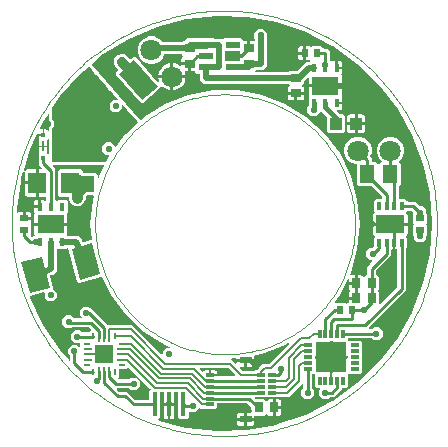
<source format=gbr>
G04 EAGLE Gerber RS-274X export*
G75*
%MOMM*%
%FSLAX35Y35*%
%LPD*%
%INcopper_bottom*%
%IPPOS*%
%AMOC8*
5,1,8,0,0,1.08239X$1,22.5*%
G01*
%ADD10C,0.010000*%
%ADD11C,0.050000*%
%ADD12R,0.700000X0.900000*%
%ADD13R,1.400000X1.400000*%
%ADD14R,2.500000X2.500000*%
%ADD15R,0.300000X0.750000*%
%ADD16R,0.750000X0.300000*%
%ADD17R,2.400000X1.500000*%
%ADD18R,0.350000X0.650000*%
%ADD19R,1.300000X1.500000*%
%ADD20R,1.500000X1.500000*%
%ADD21R,0.250000X0.800000*%
%ADD22R,0.800000X0.250000*%
%ADD23R,0.550000X0.250000*%
%ADD24R,0.250000X0.550000*%
%ADD25R,0.400000X2.000000*%
%ADD26R,0.700000X0.600000*%
%ADD27R,0.700000X0.300000*%
%ADD28R,1.000000X0.600000*%
%ADD29R,3.000000X1.700000*%
%ADD30R,2.300000X1.500000*%
%ADD31R,0.460000X0.710000*%
%ADD32R,1.000000X1.100000*%
%ADD33R,0.900000X0.700000*%
%ADD34R,0.600000X0.700000*%
%ADD35R,1.200000X0.600000*%
%ADD36R,0.650000X0.300000*%
%ADD37R,0.950000X1.500000*%
%ADD38R,0.300000X0.450000*%
%ADD39R,0.230000X0.870000*%
%ADD40R,1.800000X2.700000*%
%ADD41R,1.600000X1.800000*%
%ADD42C,1.800000*%
%ADD43C,0.508000*%
%ADD44C,0.553200*%
%ADD45C,0.609600*%
%ADD46C,0.900000*%
%ADD47C,0.900000*%
%ADD48C,0.254000*%
%ADD49C,0.200000*%
%ADD50C,0.812800*%
%ADD51C,0.406400*%

G36*
X185340Y-1741503D02*
X185340Y-1741503D01*
X185722Y-1741420D01*
X186262Y-1741402D01*
X437933Y-1694916D01*
X438300Y-1694778D01*
X438830Y-1694682D01*
X681051Y-1612047D01*
X681393Y-1611857D01*
X681904Y-1611685D01*
X909513Y-1494663D01*
X909825Y-1494425D01*
X910304Y-1494180D01*
X1118448Y-1345266D01*
X1118722Y-1344985D01*
X1119161Y-1344673D01*
X1303405Y-1167039D01*
X1303634Y-1166722D01*
X1304023Y-1166349D01*
X1460440Y-963782D01*
X1460622Y-963433D01*
X1460952Y-963009D01*
X1462498Y-960253D01*
X1462499Y-960252D01*
X1462499Y-960251D01*
X1466062Y-953903D01*
X1466063Y-953903D01*
X1466063Y-953901D01*
X1469625Y-947554D01*
X1469626Y-947553D01*
X1469626Y-947552D01*
X1473189Y-941205D01*
X1473189Y-941204D01*
X1473190Y-941203D01*
X1476752Y-934855D01*
X1476753Y-934854D01*
X1476753Y-934853D01*
X1480316Y-928506D01*
X1480316Y-928505D01*
X1480317Y-928504D01*
X1483879Y-922157D01*
X1483880Y-922156D01*
X1483880Y-922155D01*
X1487443Y-915807D01*
X1487443Y-915806D01*
X1487443Y-915805D01*
X1491006Y-909458D01*
X1491007Y-909457D01*
X1491007Y-909456D01*
X1494569Y-903108D01*
X1494570Y-903108D01*
X1494570Y-903107D01*
X1498133Y-896759D01*
X1498133Y-896758D01*
X1498134Y-896757D01*
X1501696Y-890409D01*
X1501697Y-890409D01*
X1501697Y-890408D01*
X1505260Y-884060D01*
X1505260Y-884059D01*
X1505261Y-884059D01*
X1572965Y-763423D01*
X1572966Y-763421D01*
X1572966Y-763420D01*
X1576528Y-757073D01*
X1576529Y-757072D01*
X1576530Y-757071D01*
X1580092Y-750724D01*
X1580093Y-750723D01*
X1580093Y-750721D01*
X1583655Y-744374D01*
X1583656Y-744373D01*
X1583657Y-744372D01*
X1586208Y-739826D01*
X1586336Y-739456D01*
X1586601Y-738987D01*
X1678027Y-499945D01*
X1678100Y-499561D01*
X1678294Y-499058D01*
X1733941Y-249252D01*
X1733957Y-248860D01*
X1734076Y-248334D01*
X1752758Y6911D01*
X1752717Y7301D01*
X1752758Y7838D01*
X1734076Y263085D01*
X1733979Y263464D01*
X1733941Y264002D01*
X1678294Y513808D01*
X1678142Y514170D01*
X1678027Y514695D01*
X1586601Y753737D01*
X1586399Y754072D01*
X1586208Y754577D01*
X1460952Y977759D01*
X1460703Y978061D01*
X1460440Y978532D01*
X1304023Y1181099D01*
X1303733Y1181363D01*
X1303405Y1181789D01*
X1119161Y1359423D01*
X1118836Y1359640D01*
X1118448Y1360016D01*
X910304Y1508930D01*
X909951Y1509098D01*
X909513Y1509413D01*
X681904Y1626435D01*
X681529Y1626549D01*
X681051Y1626797D01*
X438830Y1709432D01*
X438442Y1709491D01*
X437933Y1709666D01*
X186261Y1756152D01*
X185869Y1756154D01*
X185340Y1756253D01*
X-70418Y1765600D01*
X-70806Y1765545D01*
X-71344Y1765567D01*
X-325738Y1737575D01*
X-326114Y1737464D01*
X-326649Y1737407D01*
X-574256Y1672674D01*
X-574611Y1672510D01*
X-575133Y1672375D01*
X-810677Y1572280D01*
X-811005Y1572065D01*
X-811501Y1571856D01*
X-1029960Y1438532D01*
X-1030253Y1438272D01*
X-1030714Y1437993D01*
X-1128441Y1356664D01*
X-1128922Y1356092D01*
X-1129469Y1355580D01*
X-1129640Y1355238D01*
X-1129885Y1354946D01*
X-1130137Y1354243D01*
X-1130472Y1353572D01*
X-1130513Y1353192D01*
X-1130642Y1352832D01*
X-1130633Y1352084D01*
X-1130713Y1351340D01*
X-1130619Y1350970D01*
X-1130615Y1350588D01*
X-1130346Y1349888D01*
X-1130163Y1349164D01*
X-1129928Y1348800D01*
X-1129809Y1348492D01*
X-1129505Y1348148D01*
X-1129138Y1347580D01*
X-722326Y887038D01*
X-721773Y886600D01*
X-721283Y886093D01*
X-720900Y885909D01*
X-720565Y885644D01*
X-719895Y885427D01*
X-719259Y885122D01*
X-718835Y885082D01*
X-718430Y884951D01*
X-717727Y884980D01*
X-717024Y884915D01*
X-716613Y885026D01*
X-716188Y885043D01*
X-715537Y885316D01*
X-714857Y885499D01*
X-714451Y885771D01*
X-714117Y885911D01*
X-713801Y886206D01*
X-713289Y886549D01*
X-687350Y910196D01*
X-508398Y1020999D01*
X-312133Y1097033D01*
X-105239Y1135708D01*
X105239Y1135708D01*
X312133Y1097033D01*
X508398Y1020999D01*
X687348Y910197D01*
X842894Y768398D01*
X969735Y600434D01*
X1063553Y412021D01*
X1121153Y209580D01*
X1140573Y0D01*
X1121153Y-209580D01*
X1063553Y-412022D01*
X1058483Y-422203D01*
X1058288Y-422871D01*
X1058004Y-423507D01*
X1057976Y-423941D01*
X1057854Y-424358D01*
X1057903Y-425052D01*
X1057858Y-425747D01*
X1057983Y-426163D01*
X1058013Y-426597D01*
X1058301Y-427230D01*
X1058501Y-427898D01*
X1058763Y-428245D01*
X1058942Y-428640D01*
X1059433Y-429134D01*
X1059852Y-429691D01*
X1060218Y-429925D01*
X1060524Y-430233D01*
X1061156Y-430526D01*
X1061743Y-430901D01*
X1062168Y-430993D01*
X1062562Y-431176D01*
X1063256Y-431230D01*
X1063937Y-431378D01*
X1064432Y-431322D01*
X1064800Y-431351D01*
X1065210Y-431234D01*
X1065811Y-431166D01*
X1071655Y-429599D01*
X1097301Y-429599D01*
X1097301Y-487301D01*
X1049599Y-487301D01*
X1049599Y-467040D01*
X1049460Y-466263D01*
X1049404Y-465476D01*
X1049263Y-465166D01*
X1049203Y-464831D01*
X1048802Y-464152D01*
X1048475Y-463433D01*
X1048235Y-463190D01*
X1048062Y-462897D01*
X1047450Y-462400D01*
X1046893Y-461840D01*
X1046583Y-461697D01*
X1046319Y-461482D01*
X1045572Y-461228D01*
X1044856Y-460897D01*
X1044516Y-460870D01*
X1044193Y-460761D01*
X1043404Y-460783D01*
X1042618Y-460722D01*
X1042290Y-460816D01*
X1041949Y-460825D01*
X1041218Y-461121D01*
X1040458Y-461337D01*
X1040183Y-461539D01*
X1039868Y-461667D01*
X1039286Y-462197D01*
X1038648Y-462665D01*
X1038428Y-462980D01*
X1038209Y-463179D01*
X1037990Y-463605D01*
X1037566Y-464210D01*
X969734Y-600435D01*
X928964Y-654424D01*
X928759Y-654828D01*
X928472Y-655181D01*
X928255Y-655822D01*
X927949Y-656426D01*
X927897Y-656877D01*
X927752Y-657307D01*
X927771Y-657985D01*
X927694Y-658657D01*
X927803Y-659097D01*
X927816Y-659551D01*
X928070Y-660179D01*
X928232Y-660836D01*
X928487Y-661211D01*
X928657Y-661632D01*
X929113Y-662132D01*
X929494Y-662693D01*
X929865Y-662956D01*
X930170Y-663291D01*
X930770Y-663600D01*
X931323Y-663993D01*
X931763Y-664112D01*
X932165Y-664319D01*
X933001Y-664445D01*
X933491Y-664577D01*
X933731Y-664554D01*
X934031Y-664599D01*
X1015521Y-664599D01*
X1020510Y-669588D01*
X1021049Y-669963D01*
X1021526Y-670413D01*
X1021963Y-670599D01*
X1022353Y-670870D01*
X1022989Y-671034D01*
X1023592Y-671290D01*
X1024066Y-671312D01*
X1024527Y-671431D01*
X1025180Y-671363D01*
X1025835Y-671393D01*
X1026287Y-671248D01*
X1026760Y-671199D01*
X1027349Y-670909D01*
X1027973Y-670709D01*
X1028415Y-670383D01*
X1028773Y-670206D01*
X1029047Y-669915D01*
X1029490Y-669588D01*
X1034478Y-664599D01*
X1043250Y-664599D01*
X1043895Y-664483D01*
X1044551Y-664465D01*
X1044992Y-664287D01*
X1045459Y-664203D01*
X1046024Y-663869D01*
X1046632Y-663623D01*
X1046983Y-663303D01*
X1047393Y-663062D01*
X1047806Y-662553D01*
X1048291Y-662111D01*
X1048509Y-661688D01*
X1048808Y-661319D01*
X1049019Y-660698D01*
X1049319Y-660115D01*
X1049401Y-659570D01*
X1049529Y-659193D01*
X1049518Y-658795D01*
X1049599Y-658250D01*
X1049599Y-637698D01*
X1103649Y-637698D01*
X1104294Y-637583D01*
X1104950Y-637564D01*
X1105391Y-637386D01*
X1105858Y-637302D01*
X1106423Y-636968D01*
X1107031Y-636723D01*
X1107382Y-636403D01*
X1107792Y-636161D01*
X1108206Y-635651D01*
X1108689Y-635210D01*
X1108907Y-634788D01*
X1109207Y-634418D01*
X1109418Y-633796D01*
X1109718Y-633214D01*
X1109799Y-632671D01*
X1109928Y-632292D01*
X1109916Y-631893D01*
X1109998Y-631349D01*
X1109998Y-624998D01*
X1116349Y-624998D01*
X1116994Y-624882D01*
X1117650Y-624863D01*
X1118091Y-624685D01*
X1118558Y-624601D01*
X1119123Y-624268D01*
X1119731Y-624022D01*
X1120082Y-623702D01*
X1120492Y-623460D01*
X1120906Y-622951D01*
X1121390Y-622509D01*
X1121607Y-622088D01*
X1121908Y-621718D01*
X1122118Y-621095D01*
X1122418Y-620514D01*
X1122500Y-619970D01*
X1122628Y-619592D01*
X1122617Y-619193D01*
X1122698Y-618649D01*
X1122698Y-506351D01*
X1122583Y-505706D01*
X1122564Y-505050D01*
X1122386Y-504609D01*
X1122302Y-504142D01*
X1121968Y-503577D01*
X1121723Y-502969D01*
X1121403Y-502618D01*
X1121161Y-502208D01*
X1120651Y-501794D01*
X1120210Y-501310D01*
X1119788Y-501093D01*
X1119418Y-500793D01*
X1118796Y-500582D01*
X1118214Y-500282D01*
X1117671Y-500200D01*
X1117292Y-500072D01*
X1116893Y-500083D01*
X1116349Y-500002D01*
X1109998Y-500002D01*
X1109998Y-499998D01*
X1116349Y-499998D01*
X1116994Y-499882D01*
X1117650Y-499863D01*
X1118091Y-499685D01*
X1118558Y-499601D01*
X1119123Y-499268D01*
X1119731Y-499022D01*
X1120082Y-498702D01*
X1120492Y-498460D01*
X1120906Y-497951D01*
X1121390Y-497509D01*
X1121607Y-497088D01*
X1121908Y-496718D01*
X1122118Y-496095D01*
X1122418Y-495514D01*
X1122500Y-494970D01*
X1122628Y-494592D01*
X1122617Y-494193D01*
X1122698Y-493649D01*
X1122698Y-429599D01*
X1148343Y-429599D01*
X1154804Y-431331D01*
X1160596Y-434675D01*
X1165325Y-439404D01*
X1168270Y-444504D01*
X1168502Y-444779D01*
X1168662Y-445103D01*
X1169223Y-445633D01*
X1169718Y-446220D01*
X1170032Y-446397D01*
X1170294Y-446644D01*
X1171004Y-446946D01*
X1171673Y-447323D01*
X1172028Y-447380D01*
X1172361Y-447521D01*
X1173131Y-447557D01*
X1173890Y-447678D01*
X1174243Y-447608D01*
X1174603Y-447624D01*
X1175337Y-447390D01*
X1176091Y-447239D01*
X1176398Y-447051D01*
X1176742Y-446941D01*
X1177571Y-446328D01*
X1178003Y-446062D01*
X1178101Y-445936D01*
X1178258Y-445820D01*
X1194478Y-429599D01*
X1195550Y-429599D01*
X1196195Y-429483D01*
X1196851Y-429465D01*
X1197292Y-429287D01*
X1197759Y-429203D01*
X1198324Y-428869D01*
X1198932Y-428623D01*
X1199283Y-428303D01*
X1199693Y-428062D01*
X1200107Y-427552D01*
X1200591Y-427111D01*
X1200808Y-426689D01*
X1201108Y-426319D01*
X1201319Y-425697D01*
X1201619Y-425115D01*
X1201701Y-424572D01*
X1201829Y-424193D01*
X1201818Y-423794D01*
X1201899Y-423250D01*
X1201899Y-359218D01*
X1226078Y-335040D01*
X1247218Y-313899D01*
X1247727Y-313168D01*
X1248287Y-312479D01*
X1248364Y-312253D01*
X1248500Y-312057D01*
X1248723Y-311195D01*
X1249008Y-310353D01*
X1249001Y-310114D01*
X1249061Y-309883D01*
X1248969Y-308997D01*
X1248943Y-308109D01*
X1248854Y-307888D01*
X1248829Y-307650D01*
X1248435Y-306850D01*
X1248102Y-306028D01*
X1247942Y-305852D01*
X1247836Y-305637D01*
X1247186Y-305023D01*
X1246589Y-304369D01*
X1246378Y-304260D01*
X1246203Y-304095D01*
X1245382Y-303747D01*
X1244594Y-303341D01*
X1244332Y-303301D01*
X1244137Y-303218D01*
X1243624Y-303195D01*
X1242729Y-303060D01*
X1228021Y-303060D01*
X1196939Y-271978D01*
X1196939Y-228021D01*
X1228021Y-196939D01*
X1246548Y-196939D01*
X1246962Y-196865D01*
X1247383Y-196884D01*
X1248059Y-196668D01*
X1248758Y-196543D01*
X1249119Y-196329D01*
X1249521Y-196201D01*
X1250250Y-195662D01*
X1250691Y-195402D01*
X1250824Y-195238D01*
X1251038Y-195080D01*
X1257740Y-188378D01*
X1257980Y-188032D01*
X1258291Y-187749D01*
X1258615Y-187119D01*
X1259022Y-186535D01*
X1259127Y-186127D01*
X1259319Y-185753D01*
X1259453Y-184859D01*
X1259582Y-184361D01*
X1259560Y-184150D01*
X1259599Y-183888D01*
X1259599Y-111978D01*
X1266065Y-105513D01*
X1266271Y-105217D01*
X1266542Y-104979D01*
X1266907Y-104302D01*
X1267347Y-103670D01*
X1267437Y-103320D01*
X1267608Y-103003D01*
X1267714Y-102243D01*
X1267907Y-101496D01*
X1267870Y-101137D01*
X1267920Y-100780D01*
X1267755Y-100029D01*
X1267676Y-99263D01*
X1267516Y-98940D01*
X1267438Y-98587D01*
X1267023Y-97941D01*
X1266682Y-97250D01*
X1266419Y-97002D01*
X1266224Y-96699D01*
X1265420Y-96058D01*
X1265050Y-95709D01*
X1264903Y-95647D01*
X1264749Y-95524D01*
X1264403Y-95324D01*
X1259675Y-90596D01*
X1256331Y-84804D01*
X1254599Y-78344D01*
X1254599Y-12698D01*
X1393649Y-12698D01*
X1394294Y-12583D01*
X1394950Y-12564D01*
X1395391Y-12386D01*
X1395858Y-12302D01*
X1396423Y-11968D01*
X1397031Y-11723D01*
X1397382Y-11403D01*
X1397792Y-11161D01*
X1398206Y-10651D01*
X1398689Y-10210D01*
X1398907Y-9788D01*
X1399207Y-9418D01*
X1399418Y-8796D01*
X1399718Y-8214D01*
X1399799Y-7671D01*
X1399928Y-7292D01*
X1399916Y-6893D01*
X1399998Y-6349D01*
X1399998Y6349D01*
X1399882Y6994D01*
X1399863Y7650D01*
X1399685Y8091D01*
X1399601Y8558D01*
X1399268Y9123D01*
X1399022Y9731D01*
X1398702Y10082D01*
X1398460Y10492D01*
X1397951Y10906D01*
X1397509Y11390D01*
X1397088Y11607D01*
X1396718Y11908D01*
X1396095Y12118D01*
X1395514Y12418D01*
X1394970Y12500D01*
X1394592Y12628D01*
X1394193Y12617D01*
X1393649Y12698D01*
X1254599Y12698D01*
X1254599Y78344D01*
X1256331Y84804D01*
X1259675Y90596D01*
X1264403Y95324D01*
X1264749Y95524D01*
X1265024Y95757D01*
X1265348Y95917D01*
X1265877Y96476D01*
X1266464Y96972D01*
X1266641Y97286D01*
X1266889Y97549D01*
X1267190Y98258D01*
X1267568Y98927D01*
X1267625Y99283D01*
X1267766Y99615D01*
X1267802Y100385D01*
X1267923Y101143D01*
X1267853Y101496D01*
X1267869Y101858D01*
X1267635Y102592D01*
X1267485Y103345D01*
X1267296Y103652D01*
X1267186Y103996D01*
X1266574Y104823D01*
X1266308Y105257D01*
X1266182Y105355D01*
X1266065Y105513D01*
X1259599Y111978D01*
X1259599Y198021D01*
X1274478Y212900D01*
X1323050Y212900D01*
X1323695Y213016D01*
X1324351Y213035D01*
X1324792Y213213D01*
X1325259Y213297D01*
X1325824Y213631D01*
X1326432Y213876D01*
X1326783Y214196D01*
X1327193Y214438D01*
X1327607Y214948D01*
X1328091Y215389D01*
X1328308Y215811D01*
X1328608Y216181D01*
X1328819Y216803D01*
X1329119Y217384D01*
X1329201Y217928D01*
X1329329Y218307D01*
X1329318Y218706D01*
X1329399Y219250D01*
X1329399Y232509D01*
X1329325Y232923D01*
X1329344Y233344D01*
X1329128Y234021D01*
X1329003Y234719D01*
X1328789Y235081D01*
X1328661Y235482D01*
X1328122Y236211D01*
X1327862Y236652D01*
X1327698Y236786D01*
X1327540Y236999D01*
X1241799Y322740D01*
X1241453Y322980D01*
X1241170Y323291D01*
X1240540Y323615D01*
X1239956Y324022D01*
X1239548Y324127D01*
X1239175Y324319D01*
X1238281Y324453D01*
X1237783Y324582D01*
X1237572Y324560D01*
X1237310Y324599D01*
X1129478Y324599D01*
X1114599Y339478D01*
X1114599Y503250D01*
X1114483Y503895D01*
X1114465Y504551D01*
X1114287Y504992D01*
X1114203Y505459D01*
X1113869Y506024D01*
X1113623Y506632D01*
X1113303Y506983D01*
X1113062Y507393D01*
X1112552Y507807D01*
X1112111Y508291D01*
X1111689Y508508D01*
X1111319Y508808D01*
X1110697Y509019D01*
X1110115Y509319D01*
X1109572Y509401D01*
X1109193Y509529D01*
X1108794Y509518D01*
X1108250Y509599D01*
X1102045Y509599D01*
X1059631Y527168D01*
X1027168Y559631D01*
X1009599Y602045D01*
X1009599Y647955D01*
X1027168Y690369D01*
X1059631Y722832D01*
X1102045Y740400D01*
X1147955Y740400D01*
X1190369Y722832D01*
X1222832Y690369D01*
X1240400Y647955D01*
X1240400Y602045D01*
X1230729Y578696D01*
X1230614Y578171D01*
X1230403Y577674D01*
X1230376Y577082D01*
X1230250Y576503D01*
X1230325Y575970D01*
X1230300Y575432D01*
X1230481Y574866D01*
X1230564Y574280D01*
X1230820Y573808D01*
X1230984Y573293D01*
X1231408Y572719D01*
X1231632Y572306D01*
X1231864Y572102D01*
X1232105Y571777D01*
X1243100Y560782D01*
X1243100Y531750D01*
X1243216Y531105D01*
X1243235Y530449D01*
X1243413Y530008D01*
X1243497Y529540D01*
X1243831Y528976D01*
X1244076Y528368D01*
X1244396Y528017D01*
X1244638Y527607D01*
X1245148Y527193D01*
X1245589Y526709D01*
X1246011Y526492D01*
X1246381Y526191D01*
X1247003Y525980D01*
X1247584Y525681D01*
X1248128Y525599D01*
X1248507Y525471D01*
X1248906Y525482D01*
X1249450Y525400D01*
X1280521Y525400D01*
X1295510Y510411D01*
X1296048Y510037D01*
X1296525Y509587D01*
X1296963Y509401D01*
X1297353Y509129D01*
X1297989Y508966D01*
X1298592Y508710D01*
X1299066Y508688D01*
X1299527Y508569D01*
X1300180Y508637D01*
X1300834Y508607D01*
X1301287Y508751D01*
X1301760Y508800D01*
X1302348Y509090D01*
X1302973Y509290D01*
X1303416Y509618D01*
X1303773Y509794D01*
X1304047Y510084D01*
X1304490Y510411D01*
X1319478Y525400D01*
X1321070Y525400D01*
X1321944Y525557D01*
X1322830Y525649D01*
X1323045Y525755D01*
X1323279Y525797D01*
X1324043Y526248D01*
X1324843Y526643D01*
X1325008Y526817D01*
X1325213Y526938D01*
X1325773Y527627D01*
X1326384Y528275D01*
X1326478Y528495D01*
X1326628Y528681D01*
X1326914Y529524D01*
X1327261Y530342D01*
X1327272Y530580D01*
X1327349Y530807D01*
X1327323Y531696D01*
X1327364Y532584D01*
X1327292Y532812D01*
X1327285Y533051D01*
X1326952Y533873D01*
X1326681Y534723D01*
X1326522Y534937D01*
X1326443Y535132D01*
X1326099Y535509D01*
X1325560Y536239D01*
X1302168Y559631D01*
X1284599Y602045D01*
X1284599Y647955D01*
X1302168Y690369D01*
X1334631Y722832D01*
X1377045Y740400D01*
X1422955Y740400D01*
X1465369Y722832D01*
X1497832Y690369D01*
X1515400Y647955D01*
X1515400Y602045D01*
X1497832Y559631D01*
X1471551Y533350D01*
X1471176Y532812D01*
X1470726Y532335D01*
X1470540Y531898D01*
X1470269Y531507D01*
X1470105Y530871D01*
X1469849Y530268D01*
X1469827Y529794D01*
X1469708Y529333D01*
X1469776Y528680D01*
X1469746Y528026D01*
X1469891Y527573D01*
X1469940Y527100D01*
X1470230Y526513D01*
X1470430Y525888D01*
X1470757Y525444D01*
X1470933Y525087D01*
X1471223Y524813D01*
X1471551Y524371D01*
X1485400Y510521D01*
X1485400Y339478D01*
X1472460Y326538D01*
X1472219Y326192D01*
X1471909Y325909D01*
X1471585Y325280D01*
X1471178Y324696D01*
X1471073Y324287D01*
X1470881Y323914D01*
X1470746Y323020D01*
X1470618Y322522D01*
X1470640Y322311D01*
X1470600Y322049D01*
X1470600Y219250D01*
X1470716Y218605D01*
X1470735Y217949D01*
X1470913Y217508D01*
X1470997Y217040D01*
X1471331Y216476D01*
X1471576Y215868D01*
X1471896Y215517D01*
X1472138Y215107D01*
X1472648Y214693D01*
X1473089Y214209D01*
X1473511Y213992D01*
X1473881Y213691D01*
X1474503Y213480D01*
X1475084Y213181D01*
X1475628Y213099D01*
X1476007Y212971D01*
X1476406Y212982D01*
X1476950Y212900D01*
X1525521Y212900D01*
X1540713Y197709D01*
X1540713Y197708D01*
X1540797Y197240D01*
X1541131Y196676D01*
X1541376Y196068D01*
X1541696Y195717D01*
X1541938Y195307D01*
X1542448Y194893D01*
X1542889Y194409D01*
X1543311Y194192D01*
X1543681Y193891D01*
X1544303Y193680D01*
X1544884Y193381D01*
X1545428Y193299D01*
X1545807Y193171D01*
X1546206Y193182D01*
X1546750Y193100D01*
X1610782Y193100D01*
X1648962Y154920D01*
X1649308Y154679D01*
X1649591Y154369D01*
X1650221Y154044D01*
X1650805Y153638D01*
X1651213Y153533D01*
X1651586Y153341D01*
X1652481Y153206D01*
X1652979Y153078D01*
X1653190Y153100D01*
X1653452Y153060D01*
X1671978Y153060D01*
X1703060Y121978D01*
X1703060Y100491D01*
X1703135Y100077D01*
X1703115Y99656D01*
X1703332Y98980D01*
X1703457Y98282D01*
X1703671Y97919D01*
X1703799Y97518D01*
X1704338Y96789D01*
X1704598Y96348D01*
X1704762Y96215D01*
X1704920Y96001D01*
X1710400Y90521D01*
X1710400Y9478D01*
X1705411Y4490D01*
X1705037Y3951D01*
X1704587Y3474D01*
X1704401Y3037D01*
X1704130Y2647D01*
X1703966Y2011D01*
X1703710Y1408D01*
X1703688Y934D01*
X1703569Y473D01*
X1703637Y-180D01*
X1703607Y-835D01*
X1703751Y-1287D01*
X1703800Y-1760D01*
X1704091Y-2349D01*
X1704291Y-2973D01*
X1704618Y-3415D01*
X1704794Y-3773D01*
X1705084Y-4046D01*
X1705411Y-4490D01*
X1710400Y-9478D01*
X1710400Y-90521D01*
X1704920Y-96001D01*
X1704679Y-96347D01*
X1704369Y-96630D01*
X1704044Y-97261D01*
X1703638Y-97844D01*
X1703533Y-98252D01*
X1703341Y-98626D01*
X1703206Y-99520D01*
X1703078Y-100018D01*
X1703100Y-100229D01*
X1703060Y-100491D01*
X1703060Y-121978D01*
X1671978Y-153060D01*
X1628021Y-153060D01*
X1596939Y-121978D01*
X1596939Y-100491D01*
X1596865Y-100077D01*
X1596884Y-99656D01*
X1596668Y-98980D01*
X1596543Y-98282D01*
X1596328Y-97919D01*
X1596200Y-97518D01*
X1595662Y-96789D01*
X1595402Y-96348D01*
X1595238Y-96215D01*
X1595080Y-96001D01*
X1589599Y-90521D01*
X1589599Y-9478D01*
X1594588Y-4490D01*
X1594963Y-3951D01*
X1595413Y-3474D01*
X1595599Y-3037D01*
X1595870Y-2647D01*
X1596034Y-2011D01*
X1596290Y-1408D01*
X1596312Y-934D01*
X1596431Y-473D01*
X1596363Y180D01*
X1596393Y835D01*
X1596248Y1287D01*
X1596199Y1760D01*
X1595909Y2349D01*
X1595709Y2973D01*
X1595382Y3415D01*
X1595206Y3773D01*
X1594916Y4046D01*
X1594588Y4490D01*
X1589599Y9478D01*
X1589599Y90521D01*
X1593108Y94030D01*
X1593483Y94569D01*
X1593933Y95045D01*
X1594119Y95483D01*
X1594390Y95873D01*
X1594554Y96508D01*
X1594810Y97112D01*
X1594832Y97586D01*
X1594951Y98047D01*
X1594883Y98699D01*
X1594913Y99354D01*
X1594768Y99807D01*
X1594719Y100280D01*
X1594429Y100867D01*
X1594229Y101493D01*
X1593902Y101936D01*
X1593726Y102293D01*
X1593436Y102566D01*
X1593108Y103009D01*
X1581078Y115040D01*
X1580732Y115280D01*
X1580449Y115591D01*
X1579819Y115915D01*
X1579235Y116322D01*
X1578827Y116427D01*
X1578453Y116619D01*
X1577559Y116753D01*
X1577061Y116882D01*
X1576850Y116860D01*
X1576588Y116899D01*
X1546750Y116899D01*
X1546105Y116783D01*
X1545449Y116765D01*
X1545008Y116587D01*
X1544540Y116503D01*
X1543976Y116169D01*
X1543368Y115923D01*
X1543017Y115603D01*
X1542607Y115362D01*
X1542193Y114852D01*
X1541709Y114411D01*
X1541492Y113989D01*
X1541191Y113619D01*
X1540980Y112997D01*
X1540681Y112415D01*
X1540653Y112231D01*
X1533935Y105513D01*
X1533729Y105217D01*
X1533458Y104979D01*
X1533093Y104302D01*
X1532653Y103670D01*
X1532563Y103320D01*
X1532392Y103003D01*
X1532285Y102243D01*
X1532093Y101496D01*
X1532130Y101137D01*
X1532080Y100780D01*
X1532245Y100029D01*
X1532324Y99263D01*
X1532484Y98940D01*
X1532561Y98587D01*
X1532977Y97941D01*
X1533318Y97250D01*
X1533581Y97002D01*
X1533776Y96699D01*
X1534580Y96058D01*
X1534950Y95709D01*
X1535097Y95647D01*
X1535251Y95524D01*
X1535597Y95324D01*
X1540325Y90596D01*
X1543669Y84804D01*
X1545400Y78344D01*
X1545400Y12698D01*
X1406351Y12698D01*
X1405706Y12583D01*
X1405050Y12564D01*
X1404609Y12386D01*
X1404142Y12302D01*
X1403577Y11968D01*
X1402969Y11723D01*
X1402618Y11403D01*
X1402208Y11161D01*
X1401794Y10651D01*
X1401310Y10210D01*
X1401093Y9788D01*
X1400793Y9418D01*
X1400582Y8796D01*
X1400282Y8214D01*
X1400200Y7671D01*
X1400072Y7292D01*
X1400083Y6893D01*
X1400002Y6349D01*
X1400002Y-6349D01*
X1400118Y-6994D01*
X1400136Y-7650D01*
X1400314Y-8091D01*
X1400398Y-8558D01*
X1400732Y-9123D01*
X1400978Y-9731D01*
X1401298Y-10082D01*
X1401539Y-10492D01*
X1402049Y-10906D01*
X1402490Y-11390D01*
X1402912Y-11607D01*
X1403282Y-11908D01*
X1403904Y-12118D01*
X1404486Y-12418D01*
X1405029Y-12500D01*
X1405408Y-12628D01*
X1405807Y-12617D01*
X1406351Y-12698D01*
X1545400Y-12698D01*
X1545400Y-78344D01*
X1543669Y-84804D01*
X1540325Y-90596D01*
X1535597Y-95324D01*
X1535251Y-95524D01*
X1534975Y-95757D01*
X1534652Y-95917D01*
X1534123Y-96476D01*
X1533536Y-96972D01*
X1533358Y-97286D01*
X1533110Y-97549D01*
X1532809Y-98258D01*
X1532432Y-98927D01*
X1532375Y-99283D01*
X1532233Y-99615D01*
X1532198Y-100385D01*
X1532077Y-101143D01*
X1532147Y-101497D01*
X1532130Y-101858D01*
X1532365Y-102592D01*
X1532515Y-103345D01*
X1532704Y-103652D01*
X1532814Y-103996D01*
X1533426Y-104823D01*
X1533692Y-105257D01*
X1533818Y-105355D01*
X1533935Y-105513D01*
X1540400Y-111978D01*
X1540400Y-198021D01*
X1537460Y-200962D01*
X1537219Y-201308D01*
X1536909Y-201591D01*
X1536584Y-202221D01*
X1536178Y-202805D01*
X1536073Y-203213D01*
X1535881Y-203586D01*
X1535746Y-204480D01*
X1535618Y-204978D01*
X1535640Y-205189D01*
X1535600Y-205451D01*
X1535600Y-560111D01*
X1218651Y-877060D01*
X1218143Y-877791D01*
X1217582Y-878481D01*
X1217505Y-878708D01*
X1217369Y-878903D01*
X1217147Y-879764D01*
X1216861Y-880607D01*
X1216868Y-880846D01*
X1216808Y-881077D01*
X1216900Y-881963D01*
X1216926Y-882851D01*
X1217015Y-883072D01*
X1217040Y-883310D01*
X1217434Y-884109D01*
X1217767Y-884932D01*
X1217927Y-885108D01*
X1218033Y-885323D01*
X1218683Y-885937D01*
X1219280Y-886591D01*
X1219491Y-886700D01*
X1219666Y-886864D01*
X1220487Y-887213D01*
X1221275Y-887619D01*
X1221537Y-887658D01*
X1221732Y-887741D01*
X1222245Y-887765D01*
X1223140Y-887899D01*
X1241431Y-887899D01*
X1241845Y-887825D01*
X1242266Y-887844D01*
X1242943Y-887628D01*
X1243641Y-887503D01*
X1244003Y-887289D01*
X1244404Y-887161D01*
X1245133Y-886622D01*
X1245574Y-886362D01*
X1245708Y-886198D01*
X1245921Y-886040D01*
X1259021Y-872939D01*
X1302978Y-872939D01*
X1334060Y-904021D01*
X1334060Y-947978D01*
X1302978Y-979060D01*
X1259021Y-979060D01*
X1245921Y-965960D01*
X1245575Y-965719D01*
X1245292Y-965409D01*
X1244662Y-965084D01*
X1244078Y-964678D01*
X1243670Y-964573D01*
X1243297Y-964381D01*
X1242402Y-964246D01*
X1241904Y-964118D01*
X1241693Y-964140D01*
X1241431Y-964100D01*
X1046750Y-964100D01*
X1046105Y-964216D01*
X1045449Y-964235D01*
X1045008Y-964413D01*
X1044540Y-964497D01*
X1043976Y-964831D01*
X1043368Y-965076D01*
X1043017Y-965396D01*
X1042607Y-965638D01*
X1042193Y-966148D01*
X1041709Y-966589D01*
X1041492Y-967011D01*
X1041191Y-967381D01*
X1040980Y-968003D01*
X1040681Y-968584D01*
X1040599Y-969128D01*
X1040471Y-969507D01*
X1040482Y-969906D01*
X1040400Y-970450D01*
X1040400Y-973573D01*
X1040380Y-973602D01*
X1040216Y-974237D01*
X1039959Y-974842D01*
X1039947Y-975123D01*
X1039891Y-975288D01*
X1039896Y-975477D01*
X1039819Y-975776D01*
X1039887Y-976428D01*
X1039856Y-977084D01*
X1039951Y-977379D01*
X1039955Y-977532D01*
X1040016Y-977683D01*
X1040050Y-978008D01*
X1040340Y-978597D01*
X1040540Y-979223D01*
X1040757Y-979517D01*
X1040796Y-979613D01*
X1040894Y-979721D01*
X1041043Y-980022D01*
X1041333Y-980296D01*
X1041661Y-980740D01*
X1044260Y-983339D01*
X1044799Y-983714D01*
X1045277Y-984164D01*
X1045713Y-984350D01*
X1046103Y-984621D01*
X1046739Y-984785D01*
X1047343Y-985041D01*
X1047817Y-985062D01*
X1048277Y-985181D01*
X1048931Y-985113D01*
X1049586Y-985143D01*
X1050037Y-984999D01*
X1050510Y-984950D01*
X1051099Y-984659D01*
X1051284Y-984599D01*
X1148021Y-984599D01*
X1162900Y-999478D01*
X1162900Y-1250521D01*
X1148021Y-1265400D01*
X1051427Y-1265400D01*
X1051398Y-1265380D01*
X1050763Y-1265216D01*
X1050158Y-1264959D01*
X1049683Y-1264938D01*
X1049224Y-1264819D01*
X1048572Y-1264887D01*
X1047915Y-1264856D01*
X1047463Y-1265001D01*
X1046991Y-1265050D01*
X1046403Y-1265340D01*
X1045777Y-1265540D01*
X1045335Y-1265867D01*
X1044978Y-1266043D01*
X1044704Y-1266333D01*
X1044260Y-1266661D01*
X1041661Y-1269260D01*
X1041286Y-1269799D01*
X1040835Y-1270277D01*
X1040650Y-1270713D01*
X1040379Y-1271103D01*
X1040215Y-1271739D01*
X1039959Y-1272343D01*
X1039938Y-1272817D01*
X1039819Y-1273277D01*
X1039887Y-1273931D01*
X1039857Y-1274586D01*
X1040001Y-1275037D01*
X1040050Y-1275510D01*
X1040341Y-1276099D01*
X1040400Y-1276284D01*
X1040400Y-1373021D01*
X1025521Y-1387900D01*
X994450Y-1387900D01*
X993805Y-1388016D01*
X993149Y-1388035D01*
X992708Y-1388213D01*
X992240Y-1388297D01*
X991676Y-1388631D01*
X991068Y-1388876D01*
X990717Y-1389196D01*
X990307Y-1389438D01*
X989893Y-1389948D01*
X989409Y-1390389D01*
X989192Y-1390811D01*
X988891Y-1391181D01*
X988680Y-1391803D01*
X988381Y-1392384D01*
X988299Y-1392928D01*
X988171Y-1393307D01*
X988182Y-1393700D01*
X918782Y-1463100D01*
X889568Y-1463100D01*
X889155Y-1463175D01*
X888734Y-1463155D01*
X888057Y-1463372D01*
X887359Y-1463497D01*
X886997Y-1463711D01*
X886596Y-1463839D01*
X885867Y-1464378D01*
X885426Y-1464638D01*
X885292Y-1464802D01*
X885079Y-1464960D01*
X871978Y-1478060D01*
X828021Y-1478060D01*
X796939Y-1446978D01*
X796939Y-1403021D01*
X801222Y-1398739D01*
X801729Y-1398009D01*
X802290Y-1397319D01*
X802367Y-1397092D01*
X802503Y-1396897D01*
X802725Y-1396037D01*
X803011Y-1395193D01*
X803004Y-1394954D01*
X803064Y-1394723D01*
X802972Y-1393837D01*
X802947Y-1392949D01*
X802857Y-1392728D01*
X802833Y-1392490D01*
X802438Y-1391691D01*
X802105Y-1390868D01*
X801945Y-1390691D01*
X801839Y-1390477D01*
X801191Y-1389865D01*
X800593Y-1389209D01*
X800380Y-1389100D01*
X800207Y-1388936D01*
X799388Y-1388588D01*
X798597Y-1388181D01*
X798335Y-1388141D01*
X798140Y-1388058D01*
X797627Y-1388035D01*
X796732Y-1387900D01*
X774478Y-1387900D01*
X759599Y-1373021D01*
X759599Y-1276427D01*
X759620Y-1276398D01*
X759783Y-1275763D01*
X760040Y-1275158D01*
X760062Y-1274683D01*
X760181Y-1274224D01*
X760113Y-1273572D01*
X760143Y-1272915D01*
X759999Y-1272463D01*
X759950Y-1271991D01*
X759660Y-1271403D01*
X759460Y-1270777D01*
X759133Y-1270335D01*
X758957Y-1269978D01*
X758667Y-1269704D01*
X758339Y-1269260D01*
X755740Y-1266661D01*
X755201Y-1266286D01*
X754723Y-1265835D01*
X754286Y-1265650D01*
X753897Y-1265379D01*
X753260Y-1265215D01*
X752657Y-1264959D01*
X752183Y-1264938D01*
X751723Y-1264819D01*
X751069Y-1264887D01*
X750414Y-1264857D01*
X749963Y-1265001D01*
X749490Y-1265050D01*
X748900Y-1265341D01*
X748715Y-1265400D01*
X744450Y-1265400D01*
X743805Y-1265516D01*
X743149Y-1265535D01*
X742708Y-1265713D01*
X742240Y-1265797D01*
X741676Y-1266131D01*
X741068Y-1266376D01*
X740717Y-1266696D01*
X740307Y-1266938D01*
X739893Y-1267448D01*
X739409Y-1267889D01*
X739192Y-1268311D01*
X738891Y-1268681D01*
X738680Y-1269303D01*
X738381Y-1269884D01*
X738299Y-1270428D01*
X738171Y-1270807D01*
X738182Y-1271206D01*
X738100Y-1271750D01*
X738100Y-1385431D01*
X738175Y-1385845D01*
X738155Y-1386266D01*
X738372Y-1386943D01*
X738497Y-1387641D01*
X738711Y-1388003D01*
X738839Y-1388404D01*
X739378Y-1389133D01*
X739638Y-1389574D01*
X739802Y-1389708D01*
X739960Y-1389921D01*
X753060Y-1403021D01*
X753060Y-1446978D01*
X721978Y-1478060D01*
X678021Y-1478060D01*
X646939Y-1446978D01*
X646939Y-1403021D01*
X660040Y-1389921D01*
X660280Y-1389575D01*
X660591Y-1389292D01*
X660915Y-1388662D01*
X661322Y-1388078D01*
X661427Y-1387670D01*
X661619Y-1387297D01*
X661753Y-1386402D01*
X661882Y-1385904D01*
X661860Y-1385693D01*
X661899Y-1385431D01*
X661899Y-1355257D01*
X661743Y-1354383D01*
X661651Y-1353497D01*
X661545Y-1353282D01*
X661503Y-1353047D01*
X661052Y-1352283D01*
X660657Y-1351483D01*
X660483Y-1351319D01*
X660362Y-1351114D01*
X659673Y-1350554D01*
X659025Y-1349942D01*
X658804Y-1349849D01*
X658619Y-1349698D01*
X657776Y-1349413D01*
X656958Y-1349065D01*
X656720Y-1349054D01*
X656493Y-1348978D01*
X655603Y-1349003D01*
X654716Y-1348962D01*
X654488Y-1349035D01*
X654249Y-1349042D01*
X653426Y-1349375D01*
X652578Y-1349646D01*
X652363Y-1349804D01*
X652168Y-1349883D01*
X651790Y-1350228D01*
X651060Y-1350767D01*
X541427Y-1460400D01*
X450651Y-1460400D01*
X450237Y-1460475D01*
X449816Y-1460455D01*
X449140Y-1460672D01*
X448442Y-1460797D01*
X448079Y-1461011D01*
X447678Y-1461139D01*
X446949Y-1461678D01*
X446508Y-1461938D01*
X446375Y-1462102D01*
X446161Y-1462260D01*
X443021Y-1465400D01*
X356978Y-1465400D01*
X354490Y-1462912D01*
X353953Y-1462538D01*
X353475Y-1462087D01*
X353036Y-1461901D01*
X352647Y-1461630D01*
X352012Y-1461466D01*
X351408Y-1461210D01*
X350934Y-1461188D01*
X350473Y-1461069D01*
X349820Y-1461137D01*
X349166Y-1461107D01*
X348713Y-1461251D01*
X348240Y-1461300D01*
X347652Y-1461591D01*
X347028Y-1461790D01*
X346584Y-1462118D01*
X346227Y-1462294D01*
X345954Y-1462584D01*
X345510Y-1462911D01*
X343021Y-1465400D01*
X259611Y-1465400D01*
X258735Y-1465558D01*
X257850Y-1465649D01*
X257637Y-1465755D01*
X257402Y-1465797D01*
X256635Y-1466250D01*
X255838Y-1466643D01*
X255674Y-1466817D01*
X255468Y-1466938D01*
X254907Y-1467629D01*
X254296Y-1468276D01*
X254203Y-1468495D01*
X254053Y-1468681D01*
X253767Y-1469523D01*
X253419Y-1470342D01*
X253408Y-1470581D01*
X253332Y-1470807D01*
X253358Y-1471695D01*
X253317Y-1472585D01*
X253389Y-1472813D01*
X253396Y-1473051D01*
X253729Y-1473874D01*
X254001Y-1474723D01*
X254158Y-1474936D01*
X254238Y-1475132D01*
X254583Y-1475510D01*
X255122Y-1476240D01*
X256623Y-1477740D01*
X256968Y-1477980D01*
X257251Y-1478291D01*
X257882Y-1478616D01*
X258465Y-1479022D01*
X258873Y-1479127D01*
X259246Y-1479319D01*
X260142Y-1479454D01*
X260639Y-1479582D01*
X260850Y-1479560D01*
X261112Y-1479599D01*
X330521Y-1479599D01*
X346741Y-1495819D01*
X347037Y-1496025D01*
X347275Y-1496296D01*
X347952Y-1496662D01*
X348584Y-1497101D01*
X348934Y-1497191D01*
X349250Y-1497362D01*
X350011Y-1497469D01*
X350758Y-1497662D01*
X351117Y-1497624D01*
X351473Y-1497674D01*
X352224Y-1497510D01*
X352991Y-1497430D01*
X353315Y-1497271D01*
X353666Y-1497193D01*
X354312Y-1496778D01*
X355004Y-1496437D01*
X355252Y-1496174D01*
X355554Y-1495980D01*
X356196Y-1495174D01*
X356545Y-1494804D01*
X356608Y-1494658D01*
X356730Y-1494504D01*
X359675Y-1489403D01*
X364403Y-1484675D01*
X370195Y-1481331D01*
X376656Y-1479599D01*
X402301Y-1479599D01*
X402301Y-1543649D01*
X402417Y-1544294D01*
X402436Y-1544950D01*
X402614Y-1545391D01*
X402698Y-1545858D01*
X403031Y-1546423D01*
X403277Y-1547031D01*
X403597Y-1547382D01*
X403839Y-1547792D01*
X404348Y-1548206D01*
X404790Y-1548689D01*
X405212Y-1548907D01*
X405581Y-1549207D01*
X406204Y-1549418D01*
X406785Y-1549718D01*
X407329Y-1549799D01*
X407707Y-1549928D01*
X408106Y-1549916D01*
X408650Y-1549998D01*
X415002Y-1549998D01*
X415002Y-1550002D01*
X408650Y-1550002D01*
X408005Y-1550118D01*
X407349Y-1550136D01*
X406908Y-1550314D01*
X406441Y-1550398D01*
X405876Y-1550732D01*
X405268Y-1550978D01*
X404917Y-1551298D01*
X404508Y-1551539D01*
X404093Y-1552049D01*
X403610Y-1552490D01*
X403392Y-1552912D01*
X403092Y-1553282D01*
X402881Y-1553905D01*
X402581Y-1554486D01*
X402500Y-1555029D01*
X402371Y-1555408D01*
X402383Y-1555807D01*
X402301Y-1556351D01*
X402301Y-1620400D01*
X376656Y-1620400D01*
X370195Y-1618669D01*
X364403Y-1615325D01*
X359674Y-1610596D01*
X356730Y-1605495D01*
X356498Y-1605221D01*
X356338Y-1604897D01*
X355777Y-1604367D01*
X355281Y-1603780D01*
X354968Y-1603603D01*
X354706Y-1603355D01*
X353996Y-1603054D01*
X353327Y-1602676D01*
X352971Y-1602619D01*
X352639Y-1602478D01*
X351869Y-1602443D01*
X351110Y-1602322D01*
X350757Y-1602392D01*
X350397Y-1602375D01*
X349663Y-1602610D01*
X348908Y-1602760D01*
X348602Y-1602949D01*
X348258Y-1603059D01*
X347429Y-1603672D01*
X346997Y-1603938D01*
X346899Y-1604063D01*
X346741Y-1604180D01*
X330521Y-1620400D01*
X254750Y-1620400D01*
X254105Y-1620516D01*
X253449Y-1620535D01*
X253008Y-1620713D01*
X252540Y-1620797D01*
X251976Y-1621131D01*
X251368Y-1621376D01*
X251017Y-1621696D01*
X250607Y-1621938D01*
X250193Y-1622448D01*
X249709Y-1622889D01*
X249492Y-1623311D01*
X249191Y-1623681D01*
X248980Y-1624303D01*
X248681Y-1624884D01*
X248599Y-1625428D01*
X248471Y-1625807D01*
X248482Y-1626206D01*
X248400Y-1626750D01*
X248400Y-1637301D01*
X185698Y-1637301D01*
X185698Y-1594599D01*
X218250Y-1594599D01*
X218895Y-1594483D01*
X219551Y-1594465D01*
X219992Y-1594287D01*
X220459Y-1594203D01*
X221024Y-1593869D01*
X221632Y-1593623D01*
X221983Y-1593303D01*
X222393Y-1593062D01*
X222807Y-1592552D01*
X223291Y-1592111D01*
X223508Y-1591689D01*
X223808Y-1591319D01*
X224019Y-1590697D01*
X224319Y-1590115D01*
X224401Y-1589572D01*
X224529Y-1589193D01*
X224518Y-1588794D01*
X224599Y-1588250D01*
X224599Y-1577268D01*
X224525Y-1576855D01*
X224544Y-1576434D01*
X224328Y-1575757D01*
X224203Y-1575059D01*
X223989Y-1574697D01*
X223861Y-1574296D01*
X223322Y-1573567D01*
X223062Y-1573126D01*
X222898Y-1572992D01*
X222740Y-1572779D01*
X221939Y-1571978D01*
X221939Y-1553452D01*
X221865Y-1553038D01*
X221884Y-1552617D01*
X221668Y-1551940D01*
X221543Y-1551242D01*
X221329Y-1550880D01*
X221201Y-1550479D01*
X220662Y-1549750D01*
X220402Y-1549309D01*
X220238Y-1549175D01*
X220080Y-1548962D01*
X186078Y-1514960D01*
X185732Y-1514719D01*
X185449Y-1514409D01*
X184820Y-1514085D01*
X184235Y-1513678D01*
X183827Y-1513573D01*
X183454Y-1513381D01*
X182560Y-1513246D01*
X182061Y-1513118D01*
X181850Y-1513140D01*
X181588Y-1513100D01*
X-60250Y-1513100D01*
X-60895Y-1513216D01*
X-61551Y-1513235D01*
X-61992Y-1513413D01*
X-62459Y-1513497D01*
X-63024Y-1513831D01*
X-63632Y-1514076D01*
X-63983Y-1514396D01*
X-64393Y-1514638D01*
X-64807Y-1515148D01*
X-65291Y-1515589D01*
X-65508Y-1516011D01*
X-65808Y-1516381D01*
X-66019Y-1517003D01*
X-66319Y-1517584D01*
X-66401Y-1518128D01*
X-66529Y-1518507D01*
X-66518Y-1518906D01*
X-66599Y-1519450D01*
X-66599Y-1550521D01*
X-81478Y-1565400D01*
X-172521Y-1565400D01*
X-175661Y-1562260D01*
X-176007Y-1562019D01*
X-176290Y-1561709D01*
X-176921Y-1561384D01*
X-177504Y-1560978D01*
X-177912Y-1560873D01*
X-178286Y-1560681D01*
X-179180Y-1560546D01*
X-179678Y-1560418D01*
X-179889Y-1560440D01*
X-180151Y-1560400D01*
X-206330Y-1560400D01*
X-211100Y-1555630D01*
X-211386Y-1555431D01*
X-211476Y-1555333D01*
X-211676Y-1555230D01*
X-211830Y-1555123D01*
X-212521Y-1554561D01*
X-212748Y-1554484D01*
X-212943Y-1554348D01*
X-213803Y-1554127D01*
X-214647Y-1553841D01*
X-214886Y-1553848D01*
X-215117Y-1553788D01*
X-216003Y-1553879D01*
X-216891Y-1553905D01*
X-217112Y-1553994D01*
X-217350Y-1554019D01*
X-218149Y-1554413D01*
X-218972Y-1554746D01*
X-219148Y-1554907D01*
X-219363Y-1555013D01*
X-219974Y-1555660D01*
X-220631Y-1556259D01*
X-220740Y-1556471D01*
X-220904Y-1556645D01*
X-221252Y-1557464D01*
X-221659Y-1558254D01*
X-221698Y-1558517D01*
X-221781Y-1558712D01*
X-221787Y-1558826D01*
X-253021Y-1590060D01*
X-296978Y-1590060D01*
X-298760Y-1588278D01*
X-299490Y-1587771D01*
X-300181Y-1587209D01*
X-300408Y-1587133D01*
X-300603Y-1586997D01*
X-301463Y-1586775D01*
X-302307Y-1586489D01*
X-302546Y-1586496D01*
X-302777Y-1586436D01*
X-303662Y-1586528D01*
X-304551Y-1586553D01*
X-304772Y-1586643D01*
X-305010Y-1586667D01*
X-305808Y-1587061D01*
X-306632Y-1587394D01*
X-306808Y-1587555D01*
X-307023Y-1587661D01*
X-307634Y-1588308D01*
X-308291Y-1588907D01*
X-308400Y-1589119D01*
X-308564Y-1589293D01*
X-308912Y-1590113D01*
X-309319Y-1590903D01*
X-309358Y-1591164D01*
X-309441Y-1591359D01*
X-309465Y-1591873D01*
X-309599Y-1592768D01*
X-309599Y-1635521D01*
X-324478Y-1650400D01*
X-385521Y-1650400D01*
X-400400Y-1635521D01*
X-400400Y-1425289D01*
X-400516Y-1424644D01*
X-400535Y-1423988D01*
X-400713Y-1423547D01*
X-400797Y-1423080D01*
X-401131Y-1422515D01*
X-401376Y-1421907D01*
X-401696Y-1421556D01*
X-401938Y-1421146D01*
X-402448Y-1420732D01*
X-402889Y-1420248D01*
X-403311Y-1420031D01*
X-403681Y-1419731D01*
X-404303Y-1419520D01*
X-404884Y-1419220D01*
X-405428Y-1419138D01*
X-405807Y-1419010D01*
X-406206Y-1419022D01*
X-406750Y-1418940D01*
X-423250Y-1418940D01*
X-423895Y-1419056D01*
X-424551Y-1419074D01*
X-424992Y-1419253D01*
X-425459Y-1419337D01*
X-426024Y-1419670D01*
X-426632Y-1419916D01*
X-426983Y-1420236D01*
X-427393Y-1420478D01*
X-427807Y-1420987D01*
X-428291Y-1421428D01*
X-428508Y-1421850D01*
X-428808Y-1422220D01*
X-429019Y-1422843D01*
X-429319Y-1423424D01*
X-429401Y-1423968D01*
X-429529Y-1424346D01*
X-429518Y-1424745D01*
X-429599Y-1425289D01*
X-429599Y-1515000D01*
X-465000Y-1515000D01*
X-465000Y-1425289D01*
X-465116Y-1424644D01*
X-465135Y-1423988D01*
X-465313Y-1423547D01*
X-465397Y-1423080D01*
X-465730Y-1422515D01*
X-465976Y-1421907D01*
X-466296Y-1421556D01*
X-466538Y-1421146D01*
X-467048Y-1420732D01*
X-467489Y-1420248D01*
X-467911Y-1420031D01*
X-468280Y-1419731D01*
X-468903Y-1419520D01*
X-469484Y-1419220D01*
X-470028Y-1419138D01*
X-470406Y-1419010D01*
X-470805Y-1419022D01*
X-471349Y-1418940D01*
X-478650Y-1418940D01*
X-479295Y-1419056D01*
X-479951Y-1419074D01*
X-480392Y-1419253D01*
X-480859Y-1419337D01*
X-481424Y-1419670D01*
X-482032Y-1419916D01*
X-482383Y-1420236D01*
X-482793Y-1420478D01*
X-483207Y-1420987D01*
X-483691Y-1421428D01*
X-483908Y-1421850D01*
X-484208Y-1422220D01*
X-484419Y-1422843D01*
X-484719Y-1423424D01*
X-484801Y-1423968D01*
X-484929Y-1424346D01*
X-484918Y-1424745D01*
X-484999Y-1425289D01*
X-484999Y-1515000D01*
X-520400Y-1515000D01*
X-520400Y-1425289D01*
X-520516Y-1424644D01*
X-520535Y-1423988D01*
X-520713Y-1423547D01*
X-520797Y-1423080D01*
X-521131Y-1422515D01*
X-521376Y-1421907D01*
X-521696Y-1421556D01*
X-521938Y-1421146D01*
X-522448Y-1420732D01*
X-522889Y-1420248D01*
X-523311Y-1420031D01*
X-523681Y-1419731D01*
X-524303Y-1419520D01*
X-524884Y-1419220D01*
X-525428Y-1419138D01*
X-525807Y-1419010D01*
X-526206Y-1419022D01*
X-526750Y-1418940D01*
X-543250Y-1418940D01*
X-543895Y-1419056D01*
X-544551Y-1419074D01*
X-544992Y-1419253D01*
X-545459Y-1419337D01*
X-546024Y-1419670D01*
X-546632Y-1419916D01*
X-546983Y-1420236D01*
X-547393Y-1420478D01*
X-547807Y-1420987D01*
X-548291Y-1421428D01*
X-548508Y-1421850D01*
X-548808Y-1422220D01*
X-549019Y-1422843D01*
X-549319Y-1423424D01*
X-549401Y-1423968D01*
X-549529Y-1424346D01*
X-549518Y-1424745D01*
X-549599Y-1425289D01*
X-549599Y-1635521D01*
X-564638Y-1650560D01*
X-564685Y-1650627D01*
X-564750Y-1650674D01*
X-565323Y-1651543D01*
X-565920Y-1652403D01*
X-565941Y-1652482D01*
X-565985Y-1652549D01*
X-566219Y-1653560D01*
X-566481Y-1654577D01*
X-566472Y-1654658D01*
X-566490Y-1654736D01*
X-566358Y-1655767D01*
X-566249Y-1656810D01*
X-566213Y-1656882D01*
X-566203Y-1656963D01*
X-565717Y-1657889D01*
X-565256Y-1658823D01*
X-565197Y-1658878D01*
X-565159Y-1658950D01*
X-564383Y-1659646D01*
X-563623Y-1660364D01*
X-563548Y-1660396D01*
X-563488Y-1660450D01*
X-561755Y-1661193D01*
X-326649Y-1722657D01*
X-326259Y-1722688D01*
X-325738Y-1722825D01*
X-71344Y-1750817D01*
X-70953Y-1750790D01*
X-70418Y-1750850D01*
X185340Y-1741503D01*
G37*
%LPC*%
G36*
X879478Y769599D02*
X879478Y769599D01*
X864599Y784478D01*
X864599Y908112D01*
X864525Y908526D01*
X864544Y908946D01*
X864328Y909623D01*
X864203Y910321D01*
X863989Y910683D01*
X863861Y911084D01*
X863322Y911814D01*
X863062Y912255D01*
X862898Y912388D01*
X862740Y912602D01*
X813899Y961442D01*
X813169Y961950D01*
X812479Y962511D01*
X812252Y962588D01*
X812056Y962724D01*
X811195Y962946D01*
X810353Y963231D01*
X810114Y963224D01*
X809883Y963284D01*
X808997Y963193D01*
X808109Y963167D01*
X807888Y963078D01*
X807650Y963053D01*
X806850Y962658D01*
X806028Y962326D01*
X805852Y962165D01*
X805637Y962059D01*
X805023Y961409D01*
X804369Y960813D01*
X804260Y960601D01*
X804095Y960427D01*
X803747Y959606D01*
X803341Y958818D01*
X803301Y958556D01*
X803218Y958360D01*
X803195Y957848D01*
X803060Y956952D01*
X803060Y948021D01*
X771978Y916939D01*
X728021Y916939D01*
X696939Y948021D01*
X696939Y991978D01*
X704740Y999779D01*
X704980Y1000125D01*
X705291Y1000408D01*
X705615Y1001038D01*
X706022Y1001622D01*
X706127Y1002030D01*
X706319Y1002403D01*
X706453Y1003298D01*
X706582Y1003796D01*
X706560Y1004007D01*
X706599Y1004268D01*
X706599Y1073021D01*
X712440Y1078862D01*
X712982Y1079641D01*
X713566Y1080389D01*
X713620Y1080559D01*
X713722Y1080705D01*
X713959Y1081625D01*
X714246Y1082529D01*
X714238Y1082706D01*
X714282Y1082879D01*
X714184Y1083823D01*
X714139Y1084771D01*
X714067Y1084953D01*
X714051Y1085112D01*
X713827Y1085566D01*
X713449Y1086527D01*
X711330Y1090196D01*
X709599Y1096656D01*
X709599Y1162301D01*
X843649Y1162301D01*
X844294Y1162417D01*
X844950Y1162436D01*
X845391Y1162614D01*
X845858Y1162698D01*
X846423Y1163031D01*
X847031Y1163277D01*
X847382Y1163597D01*
X847792Y1163839D01*
X848206Y1164348D01*
X848689Y1164790D01*
X848907Y1165212D01*
X849207Y1165581D01*
X849418Y1166204D01*
X849718Y1166785D01*
X849799Y1167329D01*
X849928Y1167707D01*
X849916Y1168106D01*
X849998Y1168650D01*
X849998Y1181349D01*
X849882Y1181994D01*
X849863Y1182650D01*
X849685Y1183091D01*
X849601Y1183558D01*
X849268Y1184123D01*
X849022Y1184731D01*
X848702Y1185082D01*
X848460Y1185492D01*
X847951Y1185906D01*
X847509Y1186390D01*
X847088Y1186607D01*
X846718Y1186908D01*
X846095Y1187118D01*
X845514Y1187418D01*
X844970Y1187500D01*
X844592Y1187628D01*
X844193Y1187617D01*
X843649Y1187698D01*
X709599Y1187698D01*
X709599Y1237428D01*
X709443Y1238302D01*
X709351Y1239188D01*
X709245Y1239403D01*
X709203Y1239638D01*
X708752Y1240402D01*
X708357Y1241201D01*
X708183Y1241366D01*
X708062Y1241571D01*
X707373Y1242131D01*
X706725Y1242743D01*
X706504Y1242836D01*
X706319Y1242987D01*
X705476Y1243272D01*
X704658Y1243619D01*
X704420Y1243630D01*
X704193Y1243707D01*
X703303Y1243682D01*
X702416Y1243723D01*
X702188Y1243650D01*
X701949Y1243643D01*
X701126Y1243310D01*
X700277Y1243039D01*
X700063Y1242880D01*
X699868Y1242802D01*
X699491Y1242458D01*
X698760Y1241918D01*
X677660Y1220817D01*
X672260Y1215418D01*
X672019Y1215072D01*
X671709Y1214788D01*
X671384Y1214158D01*
X670978Y1213575D01*
X670873Y1213167D01*
X670681Y1212793D01*
X670546Y1211899D01*
X670418Y1211401D01*
X670440Y1211190D01*
X670400Y1210928D01*
X670400Y1194478D01*
X654180Y1178258D01*
X653975Y1177963D01*
X653704Y1177725D01*
X653338Y1177048D01*
X652898Y1176415D01*
X652808Y1176066D01*
X652638Y1175749D01*
X652531Y1174988D01*
X652338Y1174242D01*
X652375Y1173883D01*
X652325Y1173526D01*
X652490Y1172776D01*
X652569Y1172009D01*
X652729Y1171685D01*
X652806Y1171334D01*
X653222Y1170688D01*
X653563Y1169996D01*
X653826Y1169748D01*
X654020Y1169445D01*
X654825Y1168804D01*
X655195Y1168454D01*
X655342Y1168392D01*
X655495Y1168270D01*
X660596Y1165325D01*
X665325Y1160596D01*
X668669Y1154804D01*
X670400Y1148344D01*
X670400Y1122698D01*
X606351Y1122698D01*
X605706Y1122583D01*
X605050Y1122564D01*
X604609Y1122386D01*
X604142Y1122302D01*
X603577Y1121968D01*
X602969Y1121723D01*
X602618Y1121403D01*
X602208Y1121161D01*
X601794Y1120651D01*
X601310Y1120210D01*
X601093Y1119788D01*
X600793Y1119418D01*
X600582Y1118796D01*
X600282Y1118214D01*
X600200Y1117671D01*
X600072Y1117292D01*
X600083Y1116893D01*
X600002Y1116349D01*
X600002Y1109998D01*
X599998Y1109998D01*
X599998Y1116349D01*
X599882Y1116994D01*
X599863Y1117650D01*
X599685Y1118091D01*
X599601Y1118558D01*
X599268Y1119123D01*
X599022Y1119731D01*
X598702Y1120082D01*
X598460Y1120492D01*
X597951Y1120906D01*
X597509Y1121390D01*
X597088Y1121607D01*
X596718Y1121908D01*
X596095Y1122118D01*
X595514Y1122418D01*
X594970Y1122500D01*
X594592Y1122628D01*
X594193Y1122617D01*
X593649Y1122698D01*
X529599Y1122698D01*
X529599Y1148343D01*
X531331Y1154804D01*
X534675Y1160596D01*
X539403Y1165325D01*
X544504Y1168270D01*
X544779Y1168502D01*
X545103Y1168662D01*
X545632Y1169223D01*
X546219Y1169718D01*
X546396Y1170032D01*
X546644Y1170294D01*
X546945Y1171004D01*
X547323Y1171673D01*
X547380Y1172028D01*
X547521Y1172361D01*
X547556Y1173131D01*
X547678Y1173890D01*
X547608Y1174243D01*
X547624Y1174603D01*
X547390Y1175337D01*
X547239Y1176092D01*
X547050Y1176398D01*
X546940Y1176741D01*
X546327Y1177572D01*
X546061Y1178003D01*
X545936Y1178100D01*
X545819Y1178258D01*
X536738Y1187340D01*
X536463Y1187531D01*
X536403Y1187597D01*
X536354Y1187622D01*
X536109Y1187891D01*
X535479Y1188215D01*
X534895Y1188622D01*
X534487Y1188727D01*
X534114Y1188919D01*
X533219Y1189053D01*
X532721Y1189182D01*
X532510Y1189160D01*
X532248Y1189199D01*
X-186042Y1189199D01*
X-215800Y1218958D01*
X-215800Y1268250D01*
X-215916Y1268895D01*
X-215935Y1269551D01*
X-216113Y1269992D01*
X-216197Y1270459D01*
X-216531Y1271024D01*
X-216776Y1271632D01*
X-217096Y1271983D01*
X-217338Y1272393D01*
X-217848Y1272807D01*
X-218289Y1273291D01*
X-218711Y1273508D01*
X-219081Y1273808D01*
X-219703Y1274019D01*
X-220284Y1274319D01*
X-220828Y1274401D01*
X-221207Y1274529D01*
X-221606Y1274518D01*
X-222150Y1274599D01*
X-235521Y1274599D01*
X-250400Y1289478D01*
X-250400Y1293250D01*
X-250516Y1293895D01*
X-250535Y1294551D01*
X-250713Y1294992D01*
X-250797Y1295459D01*
X-251131Y1296024D01*
X-251376Y1296632D01*
X-251697Y1296983D01*
X-251938Y1297393D01*
X-252447Y1297806D01*
X-252889Y1298291D01*
X-253312Y1298509D01*
X-253681Y1298808D01*
X-254301Y1299019D01*
X-254884Y1299319D01*
X-255429Y1299401D01*
X-255807Y1299529D01*
X-256205Y1299518D01*
X-256750Y1299599D01*
X-287301Y1299599D01*
X-287301Y1353649D01*
X-287417Y1354294D01*
X-287436Y1354950D01*
X-287614Y1355391D01*
X-287698Y1355858D01*
X-288031Y1356423D01*
X-288277Y1357031D01*
X-288597Y1357382D01*
X-288839Y1357792D01*
X-289348Y1358206D01*
X-289790Y1358689D01*
X-290212Y1358907D01*
X-290581Y1359207D01*
X-291204Y1359418D01*
X-291785Y1359718D01*
X-292329Y1359799D01*
X-292707Y1359928D01*
X-293106Y1359916D01*
X-293650Y1359998D01*
X-300002Y1359998D01*
X-300002Y1366349D01*
X-300118Y1366994D01*
X-300136Y1367650D01*
X-300314Y1368091D01*
X-300398Y1368558D01*
X-300732Y1369123D01*
X-300978Y1369731D01*
X-301298Y1370082D01*
X-301539Y1370492D01*
X-302049Y1370906D01*
X-302490Y1371390D01*
X-302912Y1371607D01*
X-303282Y1371908D01*
X-303904Y1372118D01*
X-304486Y1372418D01*
X-305029Y1372500D01*
X-305408Y1372628D01*
X-305807Y1372617D01*
X-306351Y1372698D01*
X-370400Y1372698D01*
X-370400Y1398344D01*
X-368669Y1404804D01*
X-365325Y1410596D01*
X-360596Y1415325D01*
X-355495Y1418270D01*
X-355220Y1418502D01*
X-354897Y1418662D01*
X-354368Y1419223D01*
X-353780Y1419718D01*
X-353603Y1420032D01*
X-353356Y1420294D01*
X-353054Y1421004D01*
X-352677Y1421673D01*
X-352620Y1422028D01*
X-352479Y1422361D01*
X-352443Y1423131D01*
X-352322Y1423890D01*
X-352392Y1424243D01*
X-352376Y1424603D01*
X-352517Y1425045D01*
X-352519Y1425134D01*
X-352619Y1425380D01*
X-352761Y1426092D01*
X-352950Y1426398D01*
X-353059Y1426741D01*
X-353302Y1427069D01*
X-353361Y1427215D01*
X-353617Y1427496D01*
X-353673Y1427572D01*
X-353938Y1428003D01*
X-354063Y1428100D01*
X-354180Y1428258D01*
X-363262Y1437340D01*
X-363608Y1437580D01*
X-363891Y1437891D01*
X-364521Y1438215D01*
X-365105Y1438622D01*
X-365513Y1438727D01*
X-365886Y1438919D01*
X-366780Y1439053D01*
X-367278Y1439182D01*
X-367489Y1439160D01*
X-367751Y1439199D01*
X-510678Y1439199D01*
X-511208Y1439104D01*
X-511746Y1439109D01*
X-512304Y1438907D01*
X-512887Y1438803D01*
X-513350Y1438529D01*
X-513858Y1438346D01*
X-514311Y1437963D01*
X-514821Y1437662D01*
X-515160Y1437244D01*
X-515571Y1436896D01*
X-515938Y1436286D01*
X-516236Y1435919D01*
X-516336Y1435625D01*
X-516544Y1435280D01*
X-527168Y1409631D01*
X-559631Y1377168D01*
X-602045Y1359599D01*
X-647955Y1359599D01*
X-690369Y1377168D01*
X-722832Y1409631D01*
X-740400Y1452045D01*
X-740400Y1497955D01*
X-722832Y1540369D01*
X-690369Y1572832D01*
X-647955Y1590400D01*
X-602045Y1590400D01*
X-559631Y1572832D01*
X-529459Y1542660D01*
X-529113Y1542419D01*
X-528830Y1542109D01*
X-528200Y1541784D01*
X-527616Y1541378D01*
X-527208Y1541273D01*
X-526835Y1541081D01*
X-525940Y1540946D01*
X-525442Y1540818D01*
X-525231Y1540840D01*
X-524969Y1540800D01*
X-367751Y1540800D01*
X-367338Y1540875D01*
X-366917Y1540855D01*
X-366240Y1541072D01*
X-365542Y1541197D01*
X-365180Y1541411D01*
X-364779Y1541539D01*
X-364049Y1542078D01*
X-363608Y1542338D01*
X-363475Y1542502D01*
X-363262Y1542660D01*
X-355521Y1550400D01*
X-351256Y1550400D01*
X-350843Y1550475D01*
X-350422Y1550455D01*
X-349745Y1550672D01*
X-349047Y1550797D01*
X-348685Y1551011D01*
X-348283Y1551139D01*
X-347554Y1551678D01*
X-347113Y1551938D01*
X-346980Y1552102D01*
X-346767Y1552260D01*
X-331653Y1567373D01*
X-311116Y1575880D01*
X-153877Y1575880D01*
X-153597Y1575819D01*
X-153328Y1575681D01*
X-152158Y1575505D01*
X-151700Y1575405D01*
X-151593Y1575420D01*
X-151463Y1575400D01*
X-94478Y1575400D01*
X-91738Y1572660D01*
X-91392Y1572419D01*
X-91109Y1572109D01*
X-90479Y1571784D01*
X-89895Y1571378D01*
X-89487Y1571273D01*
X-89114Y1571081D01*
X-88219Y1570946D01*
X-87721Y1570818D01*
X-87510Y1570840D01*
X-87248Y1570800D01*
X-28958Y1570800D01*
X-24029Y1565872D01*
X-23490Y1565497D01*
X-23014Y1565047D01*
X-22576Y1564861D01*
X-22186Y1564590D01*
X-21551Y1564426D01*
X-20948Y1564170D01*
X-20473Y1564148D01*
X-20013Y1564029D01*
X-19360Y1564097D01*
X-18705Y1564067D01*
X-18252Y1564212D01*
X-17779Y1564261D01*
X-17192Y1564551D01*
X-16567Y1564751D01*
X-16123Y1565078D01*
X-15767Y1565254D01*
X-15493Y1565544D01*
X-15050Y1565872D01*
X-5521Y1575400D01*
X135521Y1575400D01*
X150400Y1560521D01*
X150400Y1556750D01*
X150516Y1556105D01*
X150535Y1555449D01*
X150713Y1555008D01*
X150797Y1554540D01*
X151131Y1553976D01*
X151376Y1553368D01*
X151696Y1553017D01*
X151938Y1552607D01*
X152448Y1552193D01*
X152889Y1551709D01*
X153311Y1551492D01*
X153681Y1551191D01*
X154303Y1550980D01*
X154884Y1550681D01*
X155428Y1550599D01*
X155807Y1550471D01*
X156206Y1550482D01*
X156750Y1550400D01*
X187301Y1550400D01*
X187301Y1496351D01*
X187417Y1495706D01*
X187436Y1495050D01*
X187614Y1494609D01*
X187698Y1494142D01*
X188031Y1493577D01*
X188277Y1492969D01*
X188597Y1492618D01*
X188839Y1492208D01*
X189348Y1491794D01*
X189790Y1491310D01*
X190212Y1491093D01*
X190581Y1490793D01*
X191204Y1490582D01*
X191785Y1490282D01*
X192329Y1490200D01*
X192707Y1490072D01*
X193106Y1490083D01*
X193650Y1490002D01*
X206349Y1490002D01*
X206994Y1490118D01*
X207650Y1490136D01*
X208091Y1490314D01*
X208558Y1490398D01*
X209123Y1490732D01*
X209731Y1490978D01*
X210082Y1491298D01*
X210492Y1491539D01*
X210906Y1492049D01*
X211390Y1492490D01*
X211607Y1492912D01*
X211908Y1493282D01*
X212118Y1493904D01*
X212418Y1494486D01*
X212500Y1495029D01*
X212628Y1495408D01*
X212617Y1495807D01*
X212698Y1496351D01*
X212698Y1550400D01*
X242850Y1550400D01*
X243495Y1550516D01*
X244151Y1550535D01*
X244592Y1550713D01*
X245060Y1550797D01*
X245625Y1551131D01*
X246232Y1551376D01*
X246583Y1551696D01*
X246993Y1551938D01*
X247407Y1552448D01*
X247891Y1552889D01*
X248108Y1553311D01*
X248408Y1553681D01*
X248619Y1554303D01*
X248919Y1554884D01*
X249001Y1555428D01*
X249129Y1555807D01*
X249118Y1556194D01*
X249129Y1556227D01*
X249128Y1556273D01*
X249199Y1556750D01*
X249199Y1573131D01*
X249125Y1573545D01*
X249144Y1573966D01*
X248928Y1574643D01*
X248803Y1575341D01*
X248589Y1575703D01*
X248461Y1576104D01*
X247922Y1576833D01*
X247662Y1577274D01*
X247498Y1577408D01*
X247340Y1577621D01*
X246939Y1578021D01*
X246939Y1621978D01*
X278021Y1653060D01*
X321978Y1653060D01*
X353060Y1621978D01*
X353060Y1578021D01*
X352660Y1577621D01*
X352419Y1577275D01*
X352109Y1576992D01*
X351784Y1576362D01*
X351378Y1575778D01*
X351273Y1575370D01*
X351081Y1574997D01*
X350946Y1574102D01*
X350818Y1573604D01*
X350840Y1573393D01*
X350800Y1573131D01*
X350800Y1338958D01*
X321042Y1309199D01*
X267751Y1309199D01*
X267337Y1309125D01*
X266917Y1309144D01*
X266240Y1308928D01*
X265542Y1308803D01*
X265180Y1308589D01*
X264778Y1308461D01*
X264049Y1307922D01*
X263608Y1307662D01*
X263475Y1307498D01*
X263261Y1307340D01*
X257561Y1301639D01*
X257053Y1300909D01*
X256492Y1300219D01*
X256415Y1299992D01*
X256279Y1299796D01*
X256057Y1298935D01*
X255772Y1298093D01*
X255778Y1297854D01*
X255719Y1297623D01*
X255810Y1296737D01*
X255836Y1295849D01*
X255925Y1295628D01*
X255950Y1295390D01*
X256345Y1294590D01*
X256677Y1293768D01*
X256838Y1293592D01*
X256944Y1293377D01*
X257593Y1292763D01*
X258190Y1292109D01*
X258402Y1292000D01*
X258576Y1291835D01*
X259397Y1291487D01*
X260185Y1291081D01*
X260447Y1291041D01*
X260643Y1290958D01*
X261155Y1290935D01*
X262051Y1290800D01*
X532248Y1290800D01*
X532662Y1290875D01*
X533083Y1290855D01*
X533760Y1291072D01*
X534458Y1291197D01*
X534820Y1291411D01*
X535221Y1291539D01*
X535950Y1292078D01*
X536391Y1292338D01*
X536525Y1292502D01*
X536738Y1292660D01*
X544478Y1300400D01*
X610928Y1300400D01*
X611342Y1300475D01*
X611762Y1300455D01*
X612439Y1300672D01*
X613137Y1300797D01*
X613499Y1301011D01*
X613900Y1301139D01*
X614630Y1301678D01*
X615071Y1301938D01*
X615204Y1302102D01*
X615418Y1302260D01*
X655340Y1342183D01*
X686958Y1373800D01*
X709748Y1373800D01*
X710162Y1373875D01*
X710583Y1373855D01*
X711259Y1374072D01*
X711958Y1374197D01*
X712320Y1374411D01*
X712721Y1374539D01*
X713450Y1375078D01*
X713891Y1375338D01*
X714024Y1375502D01*
X714238Y1375660D01*
X718682Y1380103D01*
X719022Y1380592D01*
X719439Y1381018D01*
X719658Y1381508D01*
X719963Y1381946D01*
X720112Y1382522D01*
X720356Y1383067D01*
X720390Y1383602D01*
X720524Y1384120D01*
X720463Y1384713D01*
X720501Y1385308D01*
X720348Y1385820D01*
X720293Y1386353D01*
X720029Y1386888D01*
X719858Y1387458D01*
X719536Y1387886D01*
X719299Y1388366D01*
X718866Y1388775D01*
X718507Y1389251D01*
X718056Y1389540D01*
X717667Y1389907D01*
X717119Y1390140D01*
X716617Y1390462D01*
X716093Y1390575D01*
X715601Y1390784D01*
X715006Y1390812D01*
X714423Y1390938D01*
X713795Y1390868D01*
X713358Y1390888D01*
X713021Y1390780D01*
X712549Y1390726D01*
X708343Y1389599D01*
X687698Y1389599D01*
X687698Y1443649D01*
X687583Y1444294D01*
X687564Y1444950D01*
X687386Y1445391D01*
X687302Y1445858D01*
X686968Y1446423D01*
X686723Y1447031D01*
X686403Y1447382D01*
X686161Y1447792D01*
X685651Y1448206D01*
X685210Y1448689D01*
X684788Y1448907D01*
X684418Y1449207D01*
X683796Y1449418D01*
X683214Y1449718D01*
X682671Y1449799D01*
X682292Y1449928D01*
X681893Y1449916D01*
X681349Y1449998D01*
X674998Y1449998D01*
X674998Y1450002D01*
X681349Y1450002D01*
X681994Y1450118D01*
X682650Y1450136D01*
X683091Y1450314D01*
X683558Y1450398D01*
X684123Y1450732D01*
X684731Y1450978D01*
X685082Y1451298D01*
X685492Y1451539D01*
X685906Y1452049D01*
X686390Y1452490D01*
X686607Y1452912D01*
X686908Y1453282D01*
X687118Y1453904D01*
X687418Y1454486D01*
X687500Y1455029D01*
X687628Y1455408D01*
X687617Y1455807D01*
X687698Y1456351D01*
X687698Y1510400D01*
X708344Y1510400D01*
X714804Y1508669D01*
X720818Y1505197D01*
X721048Y1505037D01*
X721525Y1504586D01*
X721962Y1504401D01*
X722351Y1504130D01*
X722988Y1503966D01*
X723592Y1503709D01*
X724066Y1503688D01*
X724525Y1503569D01*
X725178Y1503637D01*
X725834Y1503606D01*
X726287Y1503751D01*
X726758Y1503800D01*
X727346Y1504090D01*
X727973Y1504290D01*
X728414Y1504617D01*
X728771Y1504793D01*
X729045Y1505083D01*
X729489Y1505411D01*
X734478Y1510400D01*
X815521Y1510400D01*
X830400Y1495521D01*
X830400Y1494450D01*
X830516Y1493805D01*
X830535Y1493149D01*
X830713Y1492708D01*
X830797Y1492240D01*
X831131Y1491676D01*
X831376Y1491068D01*
X831696Y1490717D01*
X831938Y1490307D01*
X832448Y1489893D01*
X832889Y1489409D01*
X833311Y1489192D01*
X833681Y1488891D01*
X834303Y1488680D01*
X834884Y1488381D01*
X835428Y1488299D01*
X835807Y1488171D01*
X836206Y1488182D01*
X836750Y1488100D01*
X865782Y1488100D01*
X888100Y1465782D01*
X888100Y1389568D01*
X888175Y1389155D01*
X888155Y1388734D01*
X888372Y1388057D01*
X888497Y1387359D01*
X888711Y1386997D01*
X888839Y1386596D01*
X889378Y1385867D01*
X889638Y1385426D01*
X889802Y1385292D01*
X889960Y1385079D01*
X896319Y1378720D01*
X896856Y1378346D01*
X897334Y1377895D01*
X897772Y1377709D01*
X898162Y1377438D01*
X898796Y1377274D01*
X899400Y1377018D01*
X899875Y1376996D01*
X900335Y1376878D01*
X900988Y1376945D01*
X901643Y1376915D01*
X902096Y1377060D01*
X902568Y1377109D01*
X903156Y1377399D01*
X903781Y1377599D01*
X904224Y1377926D01*
X904581Y1378103D01*
X904855Y1378392D01*
X905298Y1378720D01*
X905403Y1378825D01*
X911195Y1382169D01*
X917656Y1383900D01*
X932500Y1383900D01*
X932500Y1328152D01*
X932616Y1327507D01*
X932635Y1326851D01*
X932813Y1326410D01*
X932897Y1325943D01*
X933230Y1325378D01*
X933476Y1324770D01*
X933796Y1324419D01*
X934038Y1324009D01*
X934548Y1323595D01*
X934989Y1323111D01*
X935411Y1322894D01*
X935780Y1322593D01*
X936403Y1322383D01*
X936984Y1322083D01*
X937528Y1322001D01*
X937906Y1321873D01*
X938305Y1321884D01*
X938849Y1321803D01*
X942803Y1321803D01*
X942803Y1317849D01*
X942918Y1317204D01*
X942937Y1316548D01*
X943115Y1316108D01*
X943199Y1315640D01*
X943533Y1315075D01*
X943778Y1314467D01*
X944098Y1314116D01*
X944340Y1313707D01*
X944850Y1313293D01*
X945291Y1312809D01*
X945713Y1312591D01*
X946083Y1312291D01*
X946705Y1312080D01*
X947287Y1311780D01*
X947830Y1311699D01*
X948209Y1311570D01*
X948608Y1311582D01*
X949152Y1311500D01*
X992400Y1311500D01*
X992400Y1284156D01*
X990669Y1277695D01*
X987326Y1271904D01*
X987194Y1271773D01*
X986653Y1270994D01*
X986067Y1270245D01*
X986013Y1270076D01*
X985912Y1269930D01*
X985675Y1269012D01*
X985387Y1268105D01*
X985396Y1267928D01*
X985352Y1267757D01*
X985449Y1266814D01*
X985494Y1265863D01*
X985566Y1265681D01*
X985582Y1265524D01*
X985806Y1265070D01*
X986184Y1264108D01*
X988669Y1259804D01*
X990400Y1253344D01*
X990400Y1187698D01*
X856351Y1187698D01*
X855706Y1187583D01*
X855050Y1187564D01*
X854609Y1187386D01*
X854142Y1187302D01*
X853577Y1186968D01*
X852969Y1186723D01*
X852618Y1186403D01*
X852208Y1186161D01*
X851794Y1185651D01*
X851310Y1185210D01*
X851093Y1184788D01*
X850793Y1184418D01*
X850582Y1183796D01*
X850282Y1183214D01*
X850200Y1182671D01*
X850072Y1182292D01*
X850083Y1181893D01*
X850002Y1181349D01*
X850002Y1168650D01*
X850118Y1168005D01*
X850136Y1167349D01*
X850314Y1166908D01*
X850398Y1166441D01*
X850732Y1165876D01*
X850978Y1165268D01*
X851298Y1164917D01*
X851539Y1164508D01*
X852049Y1164093D01*
X852490Y1163610D01*
X852912Y1163392D01*
X853282Y1163092D01*
X853904Y1162881D01*
X854486Y1162581D01*
X855029Y1162500D01*
X855408Y1162371D01*
X855807Y1162383D01*
X856351Y1162301D01*
X990400Y1162301D01*
X990400Y1096656D01*
X988669Y1090195D01*
X986551Y1086526D01*
X986230Y1085636D01*
X985858Y1084759D01*
X985849Y1084581D01*
X985789Y1084414D01*
X985798Y1083465D01*
X985755Y1082516D01*
X985809Y1082348D01*
X985811Y1082170D01*
X986149Y1081283D01*
X986439Y1080378D01*
X986555Y1080220D01*
X986612Y1080073D01*
X986946Y1079692D01*
X987560Y1078861D01*
X988325Y1078096D01*
X991669Y1072304D01*
X993400Y1065844D01*
X993400Y1038499D01*
X950152Y1038499D01*
X949507Y1038383D01*
X948851Y1038365D01*
X948410Y1038187D01*
X947943Y1038103D01*
X947378Y1037769D01*
X946770Y1037523D01*
X946419Y1037203D01*
X946009Y1036962D01*
X945595Y1036452D01*
X945111Y1036011D01*
X944894Y1035589D01*
X944593Y1035219D01*
X944383Y1034597D01*
X944083Y1034015D01*
X944001Y1033472D01*
X943873Y1033093D01*
X943884Y1032694D01*
X943803Y1032150D01*
X943803Y1021849D01*
X943918Y1021204D01*
X943937Y1020548D01*
X944115Y1020108D01*
X944199Y1019640D01*
X944533Y1019075D01*
X944778Y1018467D01*
X945098Y1018116D01*
X945340Y1017707D01*
X945850Y1017293D01*
X946291Y1016809D01*
X946713Y1016591D01*
X947083Y1016291D01*
X947705Y1016080D01*
X948287Y1015780D01*
X948830Y1015699D01*
X949209Y1015570D01*
X949608Y1015582D01*
X950152Y1015500D01*
X993400Y1015500D01*
X993400Y988156D01*
X991669Y981695D01*
X988325Y975903D01*
X983596Y971175D01*
X977804Y967831D01*
X971344Y966099D01*
X953888Y966099D01*
X953014Y965943D01*
X952127Y965851D01*
X951913Y965745D01*
X951678Y965703D01*
X950913Y965251D01*
X950114Y964857D01*
X949951Y964683D01*
X949745Y964562D01*
X949183Y963871D01*
X948573Y963224D01*
X948480Y963005D01*
X948329Y962819D01*
X948043Y961975D01*
X947696Y961158D01*
X947685Y960920D01*
X947608Y960693D01*
X947634Y959803D01*
X947593Y958915D01*
X947666Y958688D01*
X947673Y958449D01*
X948006Y957624D01*
X948277Y956777D01*
X948435Y956564D01*
X948514Y956368D01*
X948859Y955990D01*
X949398Y955260D01*
X957078Y947580D01*
X972398Y932260D01*
X972744Y932019D01*
X973027Y931709D01*
X973656Y931385D01*
X974241Y930978D01*
X974650Y930873D01*
X975023Y930681D01*
X975917Y930546D01*
X976415Y930418D01*
X976626Y930440D01*
X976888Y930400D01*
X1000521Y930400D01*
X1015400Y915521D01*
X1015400Y784478D01*
X1000521Y769599D01*
X879478Y769599D01*
G37*
%LPD*%
G36*
X-1008585Y526305D02*
X-1008585Y526305D01*
X-1008082Y526322D01*
X-1007752Y526500D01*
X-1007386Y526585D01*
X-1006998Y526905D01*
X-1006555Y527143D01*
X-1006290Y527488D01*
X-1006047Y527688D01*
X-1005921Y527968D01*
X-1005665Y528302D01*
X-979209Y581432D01*
X-979091Y581931D01*
X-978880Y582399D01*
X-978893Y582764D01*
X-978809Y583120D01*
X-978925Y583620D01*
X-978944Y584133D01*
X-979117Y584453D01*
X-979199Y584809D01*
X-979524Y585206D01*
X-979769Y585658D01*
X-980068Y585869D01*
X-980298Y586151D01*
X-980765Y586362D01*
X-981185Y586659D01*
X-981599Y586740D01*
X-981878Y586867D01*
X-982192Y586856D01*
X-982619Y586939D01*
X-1006978Y586939D01*
X-1038060Y618022D01*
X-1038060Y661978D01*
X-1006978Y693060D01*
X-963022Y693060D01*
X-931939Y661978D01*
X-931939Y661867D01*
X-931822Y661362D01*
X-931800Y660844D01*
X-931627Y660529D01*
X-931545Y660178D01*
X-931215Y659778D01*
X-930966Y659324D01*
X-930672Y659118D01*
X-930442Y658839D01*
X-929968Y658626D01*
X-929545Y658330D01*
X-929189Y658276D01*
X-928861Y658128D01*
X-928342Y658147D01*
X-927830Y658069D01*
X-927487Y658179D01*
X-927128Y658192D01*
X-926672Y658438D01*
X-926178Y658596D01*
X-925869Y658873D01*
X-925602Y659017D01*
X-925418Y659277D01*
X-925090Y659571D01*
X-923999Y661015D01*
X-923999Y661016D01*
X-923998Y661017D01*
X-918246Y668634D01*
X-918245Y668635D01*
X-918245Y668636D01*
X-915369Y672444D01*
X-915368Y672445D01*
X-909616Y680063D01*
X-909615Y680063D01*
X-903863Y687681D01*
X-903862Y687682D01*
X-898109Y695300D01*
X-898108Y695300D01*
X-898108Y695301D01*
X-892356Y702918D01*
X-892355Y702919D01*
X-892355Y702920D01*
X-886603Y710537D01*
X-886602Y710538D01*
X-886601Y710539D01*
X-883725Y714347D01*
X-883725Y714348D01*
X-877972Y721966D01*
X-877971Y721967D01*
X-872219Y729584D01*
X-872218Y729585D01*
X-866465Y737203D01*
X-866464Y737204D01*
X-860712Y744822D01*
X-860711Y744822D01*
X-860711Y744823D01*
X-854959Y752440D01*
X-854958Y752441D01*
X-854958Y752442D01*
X-852082Y756250D01*
X-852081Y756250D01*
X-852081Y756251D01*
X-846328Y763869D01*
X-846328Y763870D01*
X-842901Y768407D01*
X-739608Y862571D01*
X-739438Y862819D01*
X-739324Y862913D01*
X-739272Y863027D01*
X-738990Y863296D01*
X-738853Y863671D01*
X-738626Y864001D01*
X-738558Y864474D01*
X-738393Y864924D01*
X-738436Y865321D01*
X-738379Y865717D01*
X-738528Y866172D01*
X-738580Y866648D01*
X-738816Y867051D01*
X-738919Y867365D01*
X-739122Y867572D01*
X-739319Y867908D01*
X-745912Y875371D01*
X-745912Y875372D01*
X-745913Y875372D01*
X-766101Y898227D01*
X-766102Y898228D01*
X-786291Y921083D01*
X-786291Y921084D01*
X-786292Y921084D01*
X-789656Y924893D01*
X-789657Y924894D01*
X-806481Y943940D01*
X-806482Y943941D01*
X-809846Y947749D01*
X-809846Y947750D01*
X-826670Y966796D01*
X-826671Y966797D01*
X-830035Y970605D01*
X-830036Y970606D01*
X-846860Y989652D01*
X-846860Y989653D01*
X-846861Y989653D01*
X-850225Y993462D01*
X-850226Y993463D01*
X-865275Y1010499D01*
X-865580Y1010716D01*
X-865818Y1011005D01*
X-866278Y1011212D01*
X-866689Y1011504D01*
X-867058Y1011563D01*
X-867399Y1011716D01*
X-867903Y1011698D01*
X-868401Y1011777D01*
X-868759Y1011666D01*
X-869133Y1011653D01*
X-869576Y1011413D01*
X-870058Y1011263D01*
X-870328Y1011006D01*
X-870658Y1010828D01*
X-870949Y1010415D01*
X-871314Y1010068D01*
X-871443Y1009717D01*
X-871659Y1009412D01*
X-871778Y1008804D01*
X-871911Y1008440D01*
X-871889Y1008235D01*
X-871939Y1007978D01*
X-871939Y978022D01*
X-903022Y946939D01*
X-946978Y946939D01*
X-978060Y978022D01*
X-978060Y1021978D01*
X-946978Y1053060D01*
X-911318Y1053060D01*
X-911183Y1053092D01*
X-911047Y1053070D01*
X-910346Y1053288D01*
X-909629Y1053455D01*
X-909522Y1053543D01*
X-909391Y1053584D01*
X-908860Y1054089D01*
X-908291Y1054558D01*
X-908234Y1054684D01*
X-908134Y1054779D01*
X-907881Y1055468D01*
X-907579Y1056139D01*
X-907584Y1056278D01*
X-907537Y1056407D01*
X-907616Y1057138D01*
X-907643Y1057872D01*
X-907709Y1057994D01*
X-907724Y1058131D01*
X-908463Y1059392D01*
X-908468Y1059397D01*
X-908468Y1059398D01*
X-908469Y1059398D01*
X-910794Y1062030D01*
X-910794Y1062031D01*
X-910795Y1062031D01*
X-927619Y1081077D01*
X-927619Y1081078D01*
X-927620Y1081078D01*
X-930984Y1084887D01*
X-930985Y1084888D01*
X-947808Y1103933D01*
X-947809Y1103934D01*
X-951173Y1107743D01*
X-951174Y1107743D01*
X-951174Y1107744D01*
X-967998Y1126790D01*
X-967999Y1126791D01*
X-971363Y1130599D01*
X-971363Y1130600D01*
X-971364Y1130600D01*
X-988188Y1149646D01*
X-988188Y1149647D01*
X-988189Y1149647D01*
X-991553Y1153455D01*
X-991553Y1153456D01*
X-1008378Y1172502D01*
X-1008378Y1172503D01*
X-1028567Y1195358D01*
X-1028568Y1195359D01*
X-1048757Y1218215D01*
X-1048758Y1218216D01*
X-1065582Y1237262D01*
X-1065583Y1237263D01*
X-1068947Y1241071D01*
X-1068947Y1241072D01*
X-1068948Y1241072D01*
X-1085771Y1260118D01*
X-1085772Y1260118D01*
X-1085772Y1260119D01*
X-1089136Y1263927D01*
X-1089137Y1263928D01*
X-1105961Y1282974D01*
X-1105961Y1282975D01*
X-1105962Y1282975D01*
X-1109326Y1286783D01*
X-1109326Y1286784D01*
X-1109327Y1286784D01*
X-1126151Y1305830D01*
X-1126151Y1305831D01*
X-1126152Y1305831D01*
X-1129516Y1309640D01*
X-1129516Y1309641D01*
X-1146340Y1328687D01*
X-1146341Y1328687D01*
X-1146341Y1328688D01*
X-1150547Y1333449D01*
X-1150916Y1333711D01*
X-1151218Y1334048D01*
X-1151614Y1334207D01*
X-1151961Y1334453D01*
X-1152408Y1334525D01*
X-1152828Y1334693D01*
X-1153253Y1334659D01*
X-1153673Y1334727D01*
X-1154105Y1334593D01*
X-1154557Y1334557D01*
X-1154998Y1334315D01*
X-1155329Y1334213D01*
X-1155524Y1334027D01*
X-1155839Y1333855D01*
X-1227572Y1274158D01*
X-1227718Y1273964D01*
X-1227972Y1273773D01*
X-1399005Y1082888D01*
X-1399123Y1082673D01*
X-1399345Y1082447D01*
X-1463177Y985966D01*
X-1463309Y985609D01*
X-1463529Y985298D01*
X-1463646Y984701D01*
X-1463780Y984340D01*
X-1463758Y984129D01*
X-1463809Y983864D01*
X-1463809Y890426D01*
X-1463637Y889688D01*
X-1463509Y888944D01*
X-1463438Y888839D01*
X-1463415Y888737D01*
X-1463170Y888440D01*
X-1462694Y887732D01*
X-1446939Y871978D01*
X-1446939Y828022D01*
X-1462694Y812268D01*
X-1463093Y811625D01*
X-1463529Y811008D01*
X-1463553Y810883D01*
X-1463608Y810794D01*
X-1463645Y810413D01*
X-1463809Y809574D01*
X-1463809Y530000D01*
X-1463694Y529505D01*
X-1463675Y528998D01*
X-1463499Y528672D01*
X-1463415Y528311D01*
X-1463092Y527919D01*
X-1462850Y527472D01*
X-1462548Y527258D01*
X-1462312Y526973D01*
X-1461848Y526764D01*
X-1461434Y526471D01*
X-1461015Y526389D01*
X-1460731Y526261D01*
X-1460420Y526273D01*
X-1460000Y526191D01*
X-1009075Y526191D01*
X-1008585Y526305D01*
G37*
G36*
X-1319214Y-1153668D02*
X-1319214Y-1153668D01*
X-1318149Y-1153637D01*
X-1318090Y-1153613D01*
X-1318026Y-1153610D01*
X-1317050Y-1153193D01*
X-1316068Y-1152796D01*
X-1316020Y-1152753D01*
X-1315962Y-1152728D01*
X-1315194Y-1151999D01*
X-1314409Y-1151283D01*
X-1314380Y-1151227D01*
X-1314334Y-1151183D01*
X-1313864Y-1150225D01*
X-1313381Y-1149288D01*
X-1313370Y-1149220D01*
X-1313345Y-1149168D01*
X-1313308Y-1148805D01*
X-1313100Y-1147423D01*
X-1313100Y-1114568D01*
X-1313175Y-1114155D01*
X-1313155Y-1113734D01*
X-1313372Y-1113057D01*
X-1313497Y-1112359D01*
X-1313711Y-1111997D01*
X-1313839Y-1111596D01*
X-1314378Y-1110867D01*
X-1314638Y-1110426D01*
X-1314802Y-1110292D01*
X-1314960Y-1110079D01*
X-1328060Y-1096978D01*
X-1328060Y-1053021D01*
X-1296978Y-1021939D01*
X-1253021Y-1021939D01*
X-1236739Y-1038222D01*
X-1236478Y-1038403D01*
X-1236467Y-1038416D01*
X-1236441Y-1038429D01*
X-1236008Y-1038730D01*
X-1235319Y-1039290D01*
X-1235093Y-1039367D01*
X-1234897Y-1039503D01*
X-1234035Y-1039726D01*
X-1233193Y-1040011D01*
X-1232954Y-1040004D01*
X-1232723Y-1040064D01*
X-1231837Y-1039972D01*
X-1230949Y-1039947D01*
X-1230728Y-1039857D01*
X-1230490Y-1039833D01*
X-1229691Y-1039438D01*
X-1228868Y-1039105D01*
X-1228691Y-1038945D01*
X-1228477Y-1038839D01*
X-1227865Y-1038190D01*
X-1227209Y-1037593D01*
X-1227100Y-1037381D01*
X-1226935Y-1037207D01*
X-1226587Y-1036385D01*
X-1226181Y-1035597D01*
X-1226141Y-1035335D01*
X-1226058Y-1035140D01*
X-1226035Y-1034627D01*
X-1226003Y-1034413D01*
X-1225971Y-1034318D01*
X-1225973Y-1034219D01*
X-1225900Y-1033732D01*
X-1225900Y-1009410D01*
X-1226016Y-1008765D01*
X-1226035Y-1008109D01*
X-1226213Y-1007668D01*
X-1226297Y-1007200D01*
X-1226631Y-1006636D01*
X-1226876Y-1006028D01*
X-1227196Y-1005677D01*
X-1227438Y-1005267D01*
X-1227948Y-1004853D01*
X-1228389Y-1004369D01*
X-1228811Y-1004152D01*
X-1229181Y-1003851D01*
X-1229803Y-1003640D01*
X-1230384Y-1003341D01*
X-1230928Y-1003259D01*
X-1231307Y-1003131D01*
X-1231706Y-1003142D01*
X-1232250Y-1003060D01*
X-1271978Y-1003060D01*
X-1303060Y-971978D01*
X-1303060Y-928021D01*
X-1271978Y-896939D01*
X-1228021Y-896939D01*
X-1214921Y-910040D01*
X-1214575Y-910280D01*
X-1214292Y-910591D01*
X-1213662Y-910915D01*
X-1213078Y-911322D01*
X-1212670Y-911427D01*
X-1212297Y-911619D01*
X-1211402Y-911753D01*
X-1210904Y-911882D01*
X-1210693Y-911860D01*
X-1210431Y-911899D01*
X-1157451Y-911899D01*
X-1157038Y-911825D01*
X-1156617Y-911844D01*
X-1155940Y-911628D01*
X-1155242Y-911503D01*
X-1154880Y-911289D01*
X-1154479Y-911161D01*
X-1153749Y-910622D01*
X-1153308Y-910362D01*
X-1153175Y-910198D01*
X-1152962Y-910040D01*
X-1137891Y-894970D01*
X-1137516Y-894431D01*
X-1137067Y-893954D01*
X-1136881Y-893518D01*
X-1136609Y-893127D01*
X-1136445Y-892491D01*
X-1136190Y-891888D01*
X-1136168Y-891414D01*
X-1136049Y-890953D01*
X-1136117Y-890300D01*
X-1136087Y-889646D01*
X-1136231Y-889193D01*
X-1136280Y-888720D01*
X-1136570Y-888133D01*
X-1136770Y-887507D01*
X-1137098Y-887064D01*
X-1137274Y-886707D01*
X-1137563Y-886434D01*
X-1137891Y-885990D01*
X-1149122Y-874760D01*
X-1149468Y-874519D01*
X-1149751Y-874209D01*
X-1150381Y-873884D01*
X-1150965Y-873478D01*
X-1151373Y-873373D01*
X-1151746Y-873181D01*
X-1152641Y-873046D01*
X-1153139Y-872918D01*
X-1153350Y-872940D01*
X-1153612Y-872900D01*
X-1295231Y-872900D01*
X-1295645Y-872975D01*
X-1296066Y-872955D01*
X-1296743Y-873172D01*
X-1297441Y-873297D01*
X-1297803Y-873511D01*
X-1298204Y-873639D01*
X-1298933Y-874178D01*
X-1299374Y-874438D01*
X-1299508Y-874602D01*
X-1299721Y-874760D01*
X-1303021Y-878060D01*
X-1346978Y-878060D01*
X-1378060Y-846978D01*
X-1378060Y-803021D01*
X-1346978Y-771939D01*
X-1303021Y-771939D01*
X-1280121Y-794840D01*
X-1279775Y-795080D01*
X-1279492Y-795391D01*
X-1278862Y-795715D01*
X-1278278Y-796122D01*
X-1277870Y-796227D01*
X-1277497Y-796419D01*
X-1276602Y-796553D01*
X-1276104Y-796682D01*
X-1275893Y-796660D01*
X-1275631Y-796699D01*
X-1218668Y-796699D01*
X-1217794Y-796543D01*
X-1216908Y-796451D01*
X-1216693Y-796345D01*
X-1216458Y-796303D01*
X-1215693Y-795851D01*
X-1214895Y-795457D01*
X-1214731Y-795283D01*
X-1214525Y-795162D01*
X-1213965Y-794472D01*
X-1213353Y-793825D01*
X-1213260Y-793604D01*
X-1213109Y-793419D01*
X-1212824Y-792576D01*
X-1212477Y-791758D01*
X-1212466Y-791520D01*
X-1212389Y-791293D01*
X-1212414Y-790403D01*
X-1212373Y-789516D01*
X-1212446Y-789288D01*
X-1212453Y-789049D01*
X-1212786Y-788226D01*
X-1213057Y-787377D01*
X-1213216Y-787163D01*
X-1213294Y-786968D01*
X-1213638Y-786591D01*
X-1214178Y-785860D01*
X-1228060Y-771978D01*
X-1228060Y-728021D01*
X-1196978Y-696939D01*
X-1153021Y-696939D01*
X-1139921Y-710040D01*
X-1139575Y-710280D01*
X-1139292Y-710591D01*
X-1138663Y-710915D01*
X-1138078Y-711322D01*
X-1137670Y-711427D01*
X-1137297Y-711619D01*
X-1136403Y-711753D01*
X-1135904Y-711882D01*
X-1135693Y-711860D01*
X-1135432Y-711899D01*
X-1134218Y-711899D01*
X-1011078Y-835040D01*
X-1011077Y-835040D01*
X-993278Y-852840D01*
X-992932Y-853080D01*
X-992649Y-853391D01*
X-992019Y-853715D01*
X-991435Y-854122D01*
X-991027Y-854227D01*
X-990653Y-854419D01*
X-989759Y-854553D01*
X-989261Y-854682D01*
X-989050Y-854660D01*
X-988788Y-854699D01*
X-785336Y-854699D01*
X-762741Y-877295D01*
X-762740Y-877296D01*
X-538899Y-1101137D01*
X-538169Y-1101644D01*
X-537479Y-1102205D01*
X-537252Y-1102282D01*
X-537056Y-1102418D01*
X-536195Y-1102640D01*
X-535353Y-1102926D01*
X-535114Y-1102919D01*
X-534883Y-1102979D01*
X-533997Y-1102887D01*
X-533109Y-1102862D01*
X-532888Y-1102772D01*
X-532650Y-1102748D01*
X-531850Y-1102353D01*
X-531028Y-1102020D01*
X-530852Y-1101860D01*
X-530637Y-1101754D01*
X-530023Y-1101104D01*
X-529369Y-1100508D01*
X-529260Y-1100296D01*
X-529095Y-1100122D01*
X-528747Y-1099300D01*
X-528341Y-1098512D01*
X-528301Y-1098250D01*
X-528218Y-1098055D01*
X-528195Y-1097542D01*
X-528060Y-1096647D01*
X-528060Y-1078021D01*
X-496978Y-1046939D01*
X-475403Y-1046939D01*
X-474340Y-1046748D01*
X-473278Y-1046573D01*
X-473239Y-1046551D01*
X-473194Y-1046543D01*
X-472266Y-1045995D01*
X-471329Y-1045460D01*
X-471299Y-1045425D01*
X-471260Y-1045402D01*
X-470581Y-1044566D01*
X-469889Y-1043738D01*
X-469873Y-1043695D01*
X-469845Y-1043659D01*
X-469497Y-1042634D01*
X-469138Y-1041622D01*
X-469139Y-1041577D01*
X-469124Y-1041533D01*
X-469155Y-1040453D01*
X-469171Y-1039377D01*
X-469187Y-1039335D01*
X-469188Y-1039289D01*
X-469591Y-1038293D01*
X-469982Y-1037284D01*
X-470013Y-1037250D01*
X-470030Y-1037208D01*
X-470748Y-1036420D01*
X-471471Y-1035604D01*
X-471515Y-1035579D01*
X-471543Y-1035549D01*
X-471802Y-1035416D01*
X-473109Y-1034669D01*
X-508398Y-1020999D01*
X-687350Y-910196D01*
X-842894Y-768399D01*
X-969734Y-600435D01*
X-1044609Y-450066D01*
X-1044618Y-450055D01*
X-1044622Y-450041D01*
X-1045277Y-449168D01*
X-1045949Y-448265D01*
X-1045961Y-448257D01*
X-1045970Y-448246D01*
X-1046897Y-447650D01*
X-1047832Y-447043D01*
X-1047846Y-447040D01*
X-1047858Y-447032D01*
X-1048930Y-446797D01*
X-1050023Y-446552D01*
X-1050038Y-446554D01*
X-1050051Y-446551D01*
X-1051925Y-446760D01*
X-1234294Y-495285D01*
X-1252499Y-484732D01*
X-1327324Y-203517D01*
X-1327730Y-202650D01*
X-1328087Y-201768D01*
X-1328203Y-201641D01*
X-1328276Y-201484D01*
X-1328960Y-200811D01*
X-1329600Y-200109D01*
X-1329753Y-200030D01*
X-1329876Y-199909D01*
X-1330749Y-199517D01*
X-1331595Y-199081D01*
X-1331782Y-199053D01*
X-1331923Y-198989D01*
X-1332429Y-198955D01*
X-1333460Y-198800D01*
X-1334749Y-198800D01*
X-1335163Y-198875D01*
X-1335583Y-198855D01*
X-1336260Y-199072D01*
X-1336958Y-199197D01*
X-1337320Y-199411D01*
X-1337722Y-199539D01*
X-1338451Y-200078D01*
X-1338892Y-200338D01*
X-1339025Y-200502D01*
X-1339238Y-200660D01*
X-1347478Y-208900D01*
X-1415028Y-208900D01*
X-1415202Y-208780D01*
X-1416063Y-208558D01*
X-1416907Y-208272D01*
X-1417146Y-208278D01*
X-1417376Y-208219D01*
X-1418260Y-208310D01*
X-1419151Y-208336D01*
X-1419372Y-208425D01*
X-1419609Y-208450D01*
X-1420408Y-208844D01*
X-1421232Y-209177D01*
X-1421408Y-209338D01*
X-1421622Y-209443D01*
X-1422234Y-210091D01*
X-1422891Y-210690D01*
X-1422999Y-210901D01*
X-1423163Y-211075D01*
X-1423512Y-211896D01*
X-1423919Y-212685D01*
X-1423958Y-212947D01*
X-1424041Y-213141D01*
X-1424065Y-213653D01*
X-1424199Y-214551D01*
X-1424199Y-363411D01*
X-1424147Y-363701D01*
X-1424173Y-363993D01*
X-1423883Y-365171D01*
X-1423803Y-365620D01*
X-1423752Y-365707D01*
X-1423723Y-365825D01*
X-1420014Y-374846D01*
X-1423710Y-383701D01*
X-1423777Y-384006D01*
X-1423919Y-384281D01*
X-1424091Y-385426D01*
X-1424194Y-385893D01*
X-1424178Y-386008D01*
X-1424199Y-386147D01*
X-1424199Y-395742D01*
X-1431096Y-402639D01*
X-1431264Y-402880D01*
X-1431489Y-403070D01*
X-1432118Y-404108D01*
X-1432378Y-404482D01*
X-1432403Y-404578D01*
X-1432466Y-404683D01*
X-1436223Y-413684D01*
X-1445097Y-417333D01*
X-1445359Y-417500D01*
X-1445655Y-417594D01*
X-1446588Y-418284D01*
X-1446990Y-418540D01*
X-1447059Y-418632D01*
X-1447173Y-418715D01*
X-1453958Y-425500D01*
X-1463711Y-425500D01*
X-1464001Y-425553D01*
X-1464293Y-425527D01*
X-1465471Y-425816D01*
X-1465920Y-425897D01*
X-1466007Y-425948D01*
X-1466125Y-425977D01*
X-1477633Y-430708D01*
X-1477839Y-430840D01*
X-1478074Y-430909D01*
X-1478781Y-431440D01*
X-1478913Y-431524D01*
X-1479249Y-431723D01*
X-1479276Y-431756D01*
X-1479526Y-431915D01*
X-1479673Y-432111D01*
X-1479869Y-432258D01*
X-1480347Y-433001D01*
X-1480880Y-433706D01*
X-1480951Y-433940D01*
X-1481083Y-434146D01*
X-1481272Y-435008D01*
X-1481527Y-435855D01*
X-1481511Y-436100D01*
X-1481564Y-436339D01*
X-1481407Y-437743D01*
X-1481385Y-438096D01*
X-1481363Y-438146D01*
X-1481355Y-438213D01*
X-1454664Y-538524D01*
X-1454702Y-538588D01*
X-1455027Y-539484D01*
X-1455400Y-540365D01*
X-1455408Y-540537D01*
X-1455467Y-540699D01*
X-1455459Y-541653D01*
X-1455503Y-542607D01*
X-1455451Y-542771D01*
X-1455449Y-542944D01*
X-1455110Y-543836D01*
X-1454819Y-544745D01*
X-1454706Y-544898D01*
X-1454652Y-545042D01*
X-1454320Y-545422D01*
X-1453698Y-546263D01*
X-1421939Y-578021D01*
X-1421939Y-621978D01*
X-1453021Y-653060D01*
X-1496978Y-653060D01*
X-1528060Y-621978D01*
X-1528060Y-581710D01*
X-1528123Y-581361D01*
X-1528099Y-581007D01*
X-1528320Y-580263D01*
X-1528457Y-579500D01*
X-1528638Y-579195D01*
X-1528738Y-578855D01*
X-1529204Y-578234D01*
X-1529598Y-577567D01*
X-1529873Y-577343D01*
X-1530087Y-577059D01*
X-1530739Y-576640D01*
X-1531341Y-576151D01*
X-1531677Y-576037D01*
X-1531975Y-575846D01*
X-1532731Y-575680D01*
X-1533467Y-575431D01*
X-1533822Y-575441D01*
X-1534168Y-575365D01*
X-1535205Y-575481D01*
X-1535711Y-575495D01*
X-1535853Y-575553D01*
X-1536042Y-575574D01*
X-1647863Y-605327D01*
X-1648549Y-605648D01*
X-1649266Y-605887D01*
X-1649557Y-606120D01*
X-1649896Y-606278D01*
X-1650428Y-606819D01*
X-1651017Y-607292D01*
X-1651208Y-607612D01*
X-1651471Y-607878D01*
X-1651781Y-608569D01*
X-1652169Y-609218D01*
X-1652238Y-609585D01*
X-1652391Y-609926D01*
X-1652441Y-610681D01*
X-1652579Y-611425D01*
X-1652519Y-611845D01*
X-1652540Y-612166D01*
X-1652408Y-612610D01*
X-1652310Y-613292D01*
X-1650082Y-620698D01*
X-1649905Y-621046D01*
X-1649751Y-621563D01*
X-1541120Y-853294D01*
X-1540894Y-853614D01*
X-1540667Y-854102D01*
X-1399453Y-1067546D01*
X-1399183Y-1067830D01*
X-1398887Y-1068280D01*
X-1324178Y-1151660D01*
X-1323342Y-1152312D01*
X-1322519Y-1152981D01*
X-1322458Y-1153002D01*
X-1322408Y-1153040D01*
X-1321404Y-1153359D01*
X-1320393Y-1153702D01*
X-1320329Y-1153700D01*
X-1320269Y-1153719D01*
X-1319214Y-1153668D01*
G37*
G36*
X-1635399Y-107824D02*
X-1635399Y-107824D01*
X-1634744Y-107854D01*
X-1634290Y-107709D01*
X-1633818Y-107660D01*
X-1633232Y-107371D01*
X-1632605Y-107171D01*
X-1632161Y-106843D01*
X-1631805Y-106667D01*
X-1631532Y-106378D01*
X-1631088Y-106050D01*
X-1621978Y-96939D01*
X-1617660Y-96939D01*
X-1617599Y-96928D01*
X-1617538Y-96938D01*
X-1616496Y-96730D01*
X-1615451Y-96543D01*
X-1615398Y-96511D01*
X-1615337Y-96499D01*
X-1614427Y-95938D01*
X-1613517Y-95402D01*
X-1613478Y-95354D01*
X-1613426Y-95321D01*
X-1612771Y-94483D01*
X-1612102Y-93659D01*
X-1612082Y-93600D01*
X-1612044Y-93552D01*
X-1611723Y-92542D01*
X-1611381Y-91533D01*
X-1611383Y-91471D01*
X-1611364Y-91413D01*
X-1611415Y-90356D01*
X-1611445Y-89289D01*
X-1611469Y-89231D01*
X-1611472Y-89170D01*
X-1612162Y-87415D01*
X-1613669Y-84804D01*
X-1615400Y-78344D01*
X-1615400Y-12698D01*
X-1481351Y-12698D01*
X-1480706Y-12583D01*
X-1480050Y-12564D01*
X-1479609Y-12386D01*
X-1479142Y-12302D01*
X-1478577Y-11968D01*
X-1477969Y-11723D01*
X-1477618Y-11403D01*
X-1477208Y-11161D01*
X-1476794Y-10651D01*
X-1476310Y-10210D01*
X-1476093Y-9788D01*
X-1475793Y-9418D01*
X-1475582Y-8796D01*
X-1475282Y-8214D01*
X-1475200Y-7671D01*
X-1475072Y-7292D01*
X-1475083Y-6893D01*
X-1475002Y-6349D01*
X-1475002Y6349D01*
X-1475118Y6994D01*
X-1475136Y7650D01*
X-1475314Y8091D01*
X-1475398Y8558D01*
X-1475732Y9123D01*
X-1475978Y9731D01*
X-1476298Y10082D01*
X-1476539Y10492D01*
X-1477049Y10906D01*
X-1477490Y11390D01*
X-1477912Y11607D01*
X-1478282Y11908D01*
X-1478904Y12118D01*
X-1479486Y12418D01*
X-1480029Y12500D01*
X-1480408Y12628D01*
X-1480807Y12617D01*
X-1481351Y12698D01*
X-1615400Y12698D01*
X-1615400Y78344D01*
X-1613669Y84805D01*
X-1611551Y88473D01*
X-1611230Y89364D01*
X-1610858Y90241D01*
X-1610849Y90419D01*
X-1610789Y90585D01*
X-1610798Y91535D01*
X-1610755Y92483D01*
X-1610809Y92652D01*
X-1610811Y92830D01*
X-1611149Y93717D01*
X-1611439Y94622D01*
X-1611555Y94779D01*
X-1611612Y94927D01*
X-1611946Y95308D01*
X-1612560Y96139D01*
X-1613325Y96904D01*
X-1616669Y102695D01*
X-1618400Y109156D01*
X-1618400Y136500D01*
X-1575152Y136500D01*
X-1574507Y136616D01*
X-1573851Y136635D01*
X-1573410Y136813D01*
X-1572943Y136897D01*
X-1572378Y137230D01*
X-1571770Y137476D01*
X-1571419Y137796D01*
X-1571009Y138038D01*
X-1570595Y138548D01*
X-1570111Y138989D01*
X-1569894Y139411D01*
X-1569593Y139780D01*
X-1569383Y140403D01*
X-1569083Y140984D01*
X-1569001Y141528D01*
X-1568873Y141906D01*
X-1568884Y142305D01*
X-1568803Y142849D01*
X-1568803Y146803D01*
X-1564849Y146803D01*
X-1564204Y146918D01*
X-1563548Y146937D01*
X-1563108Y147115D01*
X-1562640Y147199D01*
X-1562075Y147533D01*
X-1561467Y147778D01*
X-1561116Y148098D01*
X-1560707Y148340D01*
X-1560293Y148850D01*
X-1559809Y149291D01*
X-1559591Y149713D01*
X-1559291Y150083D01*
X-1559080Y150705D01*
X-1558780Y151287D01*
X-1558699Y151830D01*
X-1558570Y152209D01*
X-1558582Y152608D01*
X-1558500Y153152D01*
X-1558500Y208900D01*
X-1543656Y208900D01*
X-1537195Y207169D01*
X-1531404Y203825D01*
X-1526990Y199411D01*
X-1526451Y199036D01*
X-1525974Y198586D01*
X-1525537Y198401D01*
X-1525147Y198129D01*
X-1524511Y197966D01*
X-1523908Y197709D01*
X-1523434Y197688D01*
X-1522973Y197569D01*
X-1522320Y197636D01*
X-1521665Y197606D01*
X-1521213Y197751D01*
X-1520740Y197800D01*
X-1520151Y198091D01*
X-1519527Y198290D01*
X-1519085Y198617D01*
X-1518727Y198794D01*
X-1518453Y199083D01*
X-1518010Y199411D01*
X-1514960Y202462D01*
X-1514719Y202808D01*
X-1514409Y203091D01*
X-1514084Y203721D01*
X-1513678Y204305D01*
X-1513573Y204713D01*
X-1513381Y205086D01*
X-1513246Y205981D01*
X-1513118Y206479D01*
X-1513140Y206689D01*
X-1513100Y206951D01*
X-1513100Y228250D01*
X-1513216Y228895D01*
X-1513235Y229551D01*
X-1513413Y229992D01*
X-1513497Y230459D01*
X-1513831Y231024D01*
X-1514076Y231632D01*
X-1514396Y231983D01*
X-1514638Y232393D01*
X-1515148Y232807D01*
X-1515589Y233291D01*
X-1516011Y233508D01*
X-1516381Y233808D01*
X-1517003Y234019D01*
X-1517584Y234319D01*
X-1518128Y234401D01*
X-1518507Y234529D01*
X-1518906Y234518D01*
X-1519450Y234599D01*
X-1577301Y234599D01*
X-1577301Y343649D01*
X-1577417Y344294D01*
X-1577436Y344950D01*
X-1577614Y345391D01*
X-1577698Y345858D01*
X-1578031Y346423D01*
X-1578277Y347031D01*
X-1578597Y347382D01*
X-1578839Y347792D01*
X-1579348Y348206D01*
X-1579790Y348689D01*
X-1580212Y348907D01*
X-1580581Y349207D01*
X-1581204Y349418D01*
X-1581785Y349718D01*
X-1582329Y349799D01*
X-1582707Y349928D01*
X-1583106Y349916D01*
X-1583650Y349998D01*
X-1590002Y349998D01*
X-1590002Y350002D01*
X-1583650Y350002D01*
X-1583005Y350118D01*
X-1582349Y350136D01*
X-1581908Y350314D01*
X-1581441Y350398D01*
X-1580876Y350732D01*
X-1580268Y350978D01*
X-1579917Y351298D01*
X-1579508Y351539D01*
X-1579093Y352049D01*
X-1578610Y352490D01*
X-1578392Y352912D01*
X-1578092Y353282D01*
X-1577881Y353904D01*
X-1577581Y354486D01*
X-1577500Y355029D01*
X-1577371Y355408D01*
X-1577383Y355807D01*
X-1577301Y356351D01*
X-1577301Y465400D01*
X-1556881Y465400D01*
X-1556007Y465557D01*
X-1555121Y465649D01*
X-1554906Y465755D01*
X-1554671Y465797D01*
X-1553907Y466248D01*
X-1553108Y466643D01*
X-1552943Y466817D01*
X-1552738Y466938D01*
X-1552178Y467627D01*
X-1551566Y468275D01*
X-1551473Y468495D01*
X-1551322Y468680D01*
X-1551037Y469523D01*
X-1550689Y470341D01*
X-1550678Y470579D01*
X-1550602Y470806D01*
X-1550627Y471696D01*
X-1550586Y472584D01*
X-1550659Y472812D01*
X-1550666Y473050D01*
X-1550998Y473873D01*
X-1551270Y474722D01*
X-1551428Y474937D01*
X-1551507Y475132D01*
X-1551851Y475509D01*
X-1552391Y476239D01*
X-1576100Y499948D01*
X-1576100Y524548D01*
X-1576175Y524962D01*
X-1576155Y525383D01*
X-1576372Y526060D01*
X-1576497Y526758D01*
X-1576711Y527120D01*
X-1576839Y527521D01*
X-1577378Y528250D01*
X-1577638Y528691D01*
X-1577802Y528825D01*
X-1577960Y529038D01*
X-1578400Y529478D01*
X-1578400Y595521D01*
X-1576658Y597264D01*
X-1576116Y598043D01*
X-1575532Y598791D01*
X-1575478Y598961D01*
X-1575376Y599107D01*
X-1575139Y600027D01*
X-1574852Y600931D01*
X-1574860Y601108D01*
X-1574816Y601281D01*
X-1574913Y602225D01*
X-1574959Y603173D01*
X-1575031Y603355D01*
X-1575047Y603513D01*
X-1575271Y603968D01*
X-1575649Y604928D01*
X-1576669Y606696D01*
X-1578400Y613156D01*
X-1578400Y653649D01*
X-1541503Y653649D01*
X-1541500Y653649D01*
X-1541497Y653649D01*
X-1504599Y653649D01*
X-1504599Y613156D01*
X-1505898Y608309D01*
X-1505908Y608187D01*
X-1505956Y608074D01*
X-1506002Y607073D01*
X-1506087Y606073D01*
X-1506054Y605954D01*
X-1506059Y605832D01*
X-1505753Y604875D01*
X-1505485Y603910D01*
X-1505413Y603810D01*
X-1505376Y603693D01*
X-1504255Y602176D01*
X-1500049Y597971D01*
X-1499319Y597463D01*
X-1498629Y596902D01*
X-1498402Y596825D01*
X-1498206Y596689D01*
X-1497345Y596467D01*
X-1496503Y596182D01*
X-1496264Y596188D01*
X-1496033Y596129D01*
X-1495147Y596220D01*
X-1494259Y596246D01*
X-1494038Y596335D01*
X-1493800Y596360D01*
X-1493000Y596755D01*
X-1492178Y597087D01*
X-1492002Y597248D01*
X-1491787Y597354D01*
X-1491173Y598003D01*
X-1490519Y598600D01*
X-1490410Y598812D01*
X-1490245Y598986D01*
X-1489897Y599807D01*
X-1489491Y600595D01*
X-1489451Y600857D01*
X-1489368Y601053D01*
X-1489345Y601565D01*
X-1489210Y602461D01*
X-1489210Y719028D01*
X-1489316Y719614D01*
X-1489321Y720211D01*
X-1489513Y720711D01*
X-1489607Y721238D01*
X-1489910Y721751D01*
X-1490123Y722308D01*
X-1490476Y722710D01*
X-1490748Y723171D01*
X-1491211Y723547D01*
X-1491604Y723995D01*
X-1492074Y724249D01*
X-1492491Y724587D01*
X-1493056Y724778D01*
X-1493579Y725061D01*
X-1494108Y725135D01*
X-1494617Y725308D01*
X-1495213Y725290D01*
X-1495802Y725373D01*
X-1496325Y725258D01*
X-1496861Y725243D01*
X-1497413Y725020D01*
X-1497995Y724892D01*
X-1498446Y724603D01*
X-1498942Y724402D01*
X-1499382Y724001D01*
X-1499883Y723678D01*
X-1500277Y723184D01*
X-1500600Y722889D01*
X-1500763Y722574D01*
X-1501058Y722203D01*
X-1502674Y719404D01*
X-1504255Y717823D01*
X-1504325Y717723D01*
X-1504423Y717649D01*
X-1504963Y716806D01*
X-1505537Y715980D01*
X-1505568Y715861D01*
X-1505633Y715758D01*
X-1505846Y714781D01*
X-1506097Y713807D01*
X-1506084Y713685D01*
X-1506110Y713565D01*
X-1505898Y711690D01*
X-1504599Y706843D01*
X-1504599Y666351D01*
X-1541497Y666351D01*
X-1541500Y666350D01*
X-1541503Y666351D01*
X-1578400Y666351D01*
X-1578400Y706844D01*
X-1576669Y713305D01*
X-1575069Y716075D01*
X-1575028Y716191D01*
X-1574952Y716288D01*
X-1574648Y717246D01*
X-1574308Y718187D01*
X-1574310Y718309D01*
X-1574272Y718427D01*
X-1574320Y719432D01*
X-1574330Y720432D01*
X-1574373Y720547D01*
X-1574379Y720669D01*
X-1575069Y722425D01*
X-1576669Y725196D01*
X-1578400Y731656D01*
X-1578400Y750000D01*
X-1539152Y750000D01*
X-1538507Y750116D01*
X-1537851Y750135D01*
X-1537410Y750313D01*
X-1536943Y750397D01*
X-1536378Y750730D01*
X-1535770Y750976D01*
X-1535419Y751296D01*
X-1535009Y751538D01*
X-1534595Y752048D01*
X-1534111Y752489D01*
X-1533894Y752911D01*
X-1533658Y753202D01*
X-1533467Y753278D01*
X-1533116Y753598D01*
X-1532707Y753840D01*
X-1532293Y754350D01*
X-1531809Y754791D01*
X-1531591Y755213D01*
X-1531291Y755583D01*
X-1531080Y756205D01*
X-1530780Y756787D01*
X-1530699Y757330D01*
X-1530570Y757709D01*
X-1530582Y758108D01*
X-1530500Y758652D01*
X-1530500Y805400D01*
X-1519656Y805400D01*
X-1513195Y803669D01*
X-1507403Y800325D01*
X-1502674Y795596D01*
X-1501058Y792797D01*
X-1500674Y792342D01*
X-1500371Y791828D01*
X-1499956Y791491D01*
X-1499610Y791082D01*
X-1499091Y790788D01*
X-1498629Y790413D01*
X-1498121Y790241D01*
X-1497655Y789978D01*
X-1497068Y789884D01*
X-1496503Y789692D01*
X-1495967Y789708D01*
X-1495439Y789623D01*
X-1494855Y789739D01*
X-1494259Y789757D01*
X-1493762Y789957D01*
X-1493237Y790062D01*
X-1492729Y790375D01*
X-1492178Y790598D01*
X-1491783Y790958D01*
X-1491326Y791239D01*
X-1490958Y791710D01*
X-1490519Y792111D01*
X-1490274Y792586D01*
X-1489944Y793008D01*
X-1489764Y793576D01*
X-1489491Y794106D01*
X-1489397Y794730D01*
X-1489264Y795148D01*
X-1489281Y795502D01*
X-1489210Y795971D01*
X-1489210Y925524D01*
X-1489282Y925922D01*
X-1489261Y926325D01*
X-1489479Y927019D01*
X-1489607Y927734D01*
X-1489812Y928081D01*
X-1489933Y928467D01*
X-1490379Y929041D01*
X-1490748Y929667D01*
X-1491062Y929922D01*
X-1491309Y930241D01*
X-1491926Y930624D01*
X-1492491Y931083D01*
X-1492873Y931213D01*
X-1493216Y931425D01*
X-1493928Y931570D01*
X-1494617Y931803D01*
X-1495020Y931792D01*
X-1495416Y931872D01*
X-1496134Y931760D01*
X-1496861Y931739D01*
X-1497234Y931588D01*
X-1497633Y931526D01*
X-1498268Y931170D01*
X-1498942Y930898D01*
X-1499240Y930626D01*
X-1499592Y930429D01*
X-1500222Y929730D01*
X-1500600Y929385D01*
X-1500690Y929211D01*
X-1500855Y929028D01*
X-1540667Y868852D01*
X-1540822Y868493D01*
X-1541012Y868206D01*
X-1541052Y868157D01*
X-1541060Y868135D01*
X-1541120Y868044D01*
X-1566723Y813428D01*
X-1566884Y812827D01*
X-1567138Y812258D01*
X-1567171Y811750D01*
X-1567302Y811259D01*
X-1567243Y810640D01*
X-1567283Y810018D01*
X-1567138Y809530D01*
X-1567089Y809024D01*
X-1566819Y808465D01*
X-1566641Y807868D01*
X-1566333Y807460D01*
X-1566113Y807003D01*
X-1565664Y806572D01*
X-1565289Y806075D01*
X-1564861Y805800D01*
X-1564493Y805448D01*
X-1563923Y805200D01*
X-1563399Y804864D01*
X-1562901Y804756D01*
X-1562434Y804553D01*
X-1561813Y804520D01*
X-1561205Y804388D01*
X-1560613Y804455D01*
X-1560193Y804432D01*
X-1559836Y804543D01*
X-1559331Y804600D01*
X-1556344Y805400D01*
X-1545499Y805400D01*
X-1545499Y764999D01*
X-1580916Y764999D01*
X-1581230Y765301D01*
X-1581474Y765407D01*
X-1581680Y765574D01*
X-1582498Y765852D01*
X-1583289Y766195D01*
X-1583555Y766210D01*
X-1583806Y766295D01*
X-1584670Y766270D01*
X-1585531Y766317D01*
X-1585784Y766238D01*
X-1586050Y766231D01*
X-1586851Y765907D01*
X-1587675Y765651D01*
X-1587885Y765489D01*
X-1588132Y765389D01*
X-1588768Y764809D01*
X-1589453Y764281D01*
X-1589618Y764034D01*
X-1589790Y763877D01*
X-1590022Y763427D01*
X-1590498Y762711D01*
X-1649751Y636313D01*
X-1649852Y635935D01*
X-1650082Y635448D01*
X-1703537Y457772D01*
X-1703582Y457378D01*
X-1703717Y457005D01*
X-1703709Y456269D01*
X-1703793Y455542D01*
X-1703699Y455158D01*
X-1703695Y454760D01*
X-1703433Y454074D01*
X-1703258Y453362D01*
X-1703035Y453033D01*
X-1702893Y452663D01*
X-1702409Y452112D01*
X-1701997Y451504D01*
X-1701674Y451274D01*
X-1701413Y450976D01*
X-1700768Y450628D01*
X-1700169Y450202D01*
X-1699785Y450098D01*
X-1699437Y449910D01*
X-1698711Y449808D01*
X-1698001Y449617D01*
X-1697607Y449653D01*
X-1697214Y449598D01*
X-1696497Y449755D01*
X-1695766Y449823D01*
X-1695409Y449994D01*
X-1695021Y450079D01*
X-1694404Y450476D01*
X-1693742Y450793D01*
X-1693466Y451078D01*
X-1693133Y451293D01*
X-1692539Y452038D01*
X-1692182Y452408D01*
X-1692091Y452601D01*
X-1691958Y452768D01*
X-1690325Y455596D01*
X-1685596Y460325D01*
X-1679804Y463669D01*
X-1673344Y465400D01*
X-1602698Y465400D01*
X-1602698Y362698D01*
X-1695400Y362698D01*
X-1695400Y441673D01*
X-1695436Y441873D01*
X-1695413Y442074D01*
X-1695634Y442973D01*
X-1695797Y443883D01*
X-1695900Y444057D01*
X-1695948Y444254D01*
X-1696469Y445021D01*
X-1696938Y445816D01*
X-1697095Y445944D01*
X-1697209Y446112D01*
X-1697963Y446648D01*
X-1698681Y447232D01*
X-1698873Y447297D01*
X-1699038Y447414D01*
X-1699928Y447655D01*
X-1700807Y447953D01*
X-1701010Y447947D01*
X-1701205Y447999D01*
X-1702124Y447915D01*
X-1703051Y447888D01*
X-1703239Y447812D01*
X-1703440Y447793D01*
X-1704274Y447393D01*
X-1705132Y447047D01*
X-1705281Y446911D01*
X-1705464Y446823D01*
X-1706108Y446156D01*
X-1706790Y445534D01*
X-1706883Y445354D01*
X-1707024Y445208D01*
X-1707750Y443673D01*
X-1707819Y443539D01*
X-1707822Y443521D01*
X-1707830Y443503D01*
X-1723815Y390370D01*
X-1723860Y389979D01*
X-1723868Y389953D01*
X-1723910Y389828D01*
X-1723910Y389815D01*
X-1724016Y389465D01*
X-1724897Y383481D01*
X-1724898Y383478D01*
X-1724898Y383476D01*
X-1725831Y377132D01*
X-1725832Y377129D01*
X-1725832Y377127D01*
X-1726766Y370782D01*
X-1726767Y370780D01*
X-1726767Y370778D01*
X-1727700Y364432D01*
X-1727701Y364430D01*
X-1727701Y364428D01*
X-1728635Y358082D01*
X-1728635Y358081D01*
X-1728635Y358079D01*
X-1729569Y351734D01*
X-1729570Y351732D01*
X-1729570Y351729D01*
X-1730503Y345384D01*
X-1730504Y345382D01*
X-1730504Y345380D01*
X-1731438Y339035D01*
X-1731439Y339033D01*
X-1731439Y339031D01*
X-1732373Y332685D01*
X-1732373Y332683D01*
X-1732373Y332682D01*
X-1733307Y326337D01*
X-1733308Y326334D01*
X-1733308Y326331D01*
X-1734241Y319987D01*
X-1734242Y319985D01*
X-1734242Y319982D01*
X-1735176Y313638D01*
X-1735177Y313635D01*
X-1735177Y313633D01*
X-1736110Y307288D01*
X-1736111Y307286D01*
X-1736111Y307284D01*
X-1737045Y300938D01*
X-1737045Y300937D01*
X-1737045Y300935D01*
X-1737979Y294590D01*
X-1737980Y294587D01*
X-1737980Y294584D01*
X-1738913Y288240D01*
X-1738914Y288238D01*
X-1738914Y288235D01*
X-1739848Y281891D01*
X-1739849Y281888D01*
X-1739849Y281886D01*
X-1740783Y275541D01*
X-1740783Y275539D01*
X-1740783Y275537D01*
X-1741717Y269191D01*
X-1741718Y269190D01*
X-1741718Y269188D01*
X-1742651Y262843D01*
X-1742652Y262840D01*
X-1742652Y262837D01*
X-1743586Y256493D01*
X-1743587Y256491D01*
X-1743587Y256488D01*
X-1744520Y250144D01*
X-1744521Y250142D01*
X-1744521Y250139D01*
X-1745455Y243794D01*
X-1745455Y243792D01*
X-1745455Y243790D01*
X-1746389Y237444D01*
X-1746390Y237443D01*
X-1746390Y237441D01*
X-1747323Y231096D01*
X-1747324Y231093D01*
X-1747324Y231090D01*
X-1748258Y224747D01*
X-1748259Y224744D01*
X-1748259Y224741D01*
X-1749193Y218397D01*
X-1749193Y218395D01*
X-1749193Y218393D01*
X-1750127Y212047D01*
X-1750128Y212045D01*
X-1750128Y212043D01*
X-1751061Y205698D01*
X-1751062Y205696D01*
X-1751062Y205694D01*
X-1751996Y199349D01*
X-1751997Y199347D01*
X-1751997Y199343D01*
X-1752930Y193000D01*
X-1752931Y192997D01*
X-1752931Y192995D01*
X-1753865Y186650D01*
X-1753865Y186648D01*
X-1753865Y186646D01*
X-1754799Y180300D01*
X-1754800Y180298D01*
X-1754800Y180297D01*
X-1755733Y173950D01*
X-1755734Y173949D01*
X-1755734Y173948D01*
X-1756668Y167603D01*
X-1756669Y167600D01*
X-1756669Y167597D01*
X-1757602Y161253D01*
X-1757603Y161250D01*
X-1757603Y161248D01*
X-1758537Y154903D01*
X-1758538Y154901D01*
X-1758538Y154899D01*
X-1759471Y148553D01*
X-1759472Y148552D01*
X-1759472Y148550D01*
X-1760406Y142205D01*
X-1760407Y142202D01*
X-1760407Y142199D01*
X-1761280Y136263D01*
X-1761268Y135881D01*
X-1761278Y135853D01*
X-1761276Y135814D01*
X-1761348Y135339D01*
X-1761348Y104902D01*
X-1761190Y104026D01*
X-1761098Y103140D01*
X-1760993Y102927D01*
X-1760951Y102693D01*
X-1760499Y101927D01*
X-1760104Y101127D01*
X-1759931Y100964D01*
X-1759810Y100759D01*
X-1759118Y100198D01*
X-1758471Y99587D01*
X-1758253Y99494D01*
X-1758068Y99343D01*
X-1757222Y99057D01*
X-1756405Y98710D01*
X-1756168Y98699D01*
X-1755942Y98623D01*
X-1755050Y98648D01*
X-1754162Y98608D01*
X-1753936Y98680D01*
X-1753698Y98687D01*
X-1752873Y99021D01*
X-1752024Y99292D01*
X-1751811Y99450D01*
X-1751616Y99528D01*
X-1751239Y99873D01*
X-1750737Y100244D01*
X-1744804Y103669D01*
X-1738344Y105400D01*
X-1712698Y105400D01*
X-1712698Y56351D01*
X-1712583Y55706D01*
X-1712564Y55050D01*
X-1712386Y54609D01*
X-1712302Y54142D01*
X-1711968Y53577D01*
X-1711723Y52969D01*
X-1711403Y52618D01*
X-1711161Y52208D01*
X-1710651Y51794D01*
X-1710210Y51310D01*
X-1709788Y51093D01*
X-1709418Y50793D01*
X-1708796Y50582D01*
X-1708214Y50282D01*
X-1707671Y50200D01*
X-1707292Y50072D01*
X-1706893Y50083D01*
X-1706349Y50002D01*
X-1699998Y50002D01*
X-1699998Y43650D01*
X-1699882Y43005D01*
X-1699863Y42349D01*
X-1699685Y41908D01*
X-1699601Y41441D01*
X-1699268Y40876D01*
X-1699022Y40268D01*
X-1698702Y39917D01*
X-1698460Y39508D01*
X-1697951Y39093D01*
X-1697509Y38610D01*
X-1697088Y38392D01*
X-1696718Y38092D01*
X-1696095Y37881D01*
X-1695514Y37581D01*
X-1694970Y37500D01*
X-1694592Y37371D01*
X-1694193Y37383D01*
X-1693649Y37301D01*
X-1639599Y37301D01*
X-1639599Y16656D01*
X-1641331Y10195D01*
X-1644803Y4182D01*
X-1644963Y3952D01*
X-1645413Y3474D01*
X-1645599Y3038D01*
X-1645870Y2648D01*
X-1646034Y2012D01*
X-1646290Y1408D01*
X-1646312Y934D01*
X-1646431Y475D01*
X-1646363Y-178D01*
X-1646393Y-835D01*
X-1646249Y-1287D01*
X-1646200Y-1758D01*
X-1645910Y-2347D01*
X-1645709Y-2973D01*
X-1645383Y-3415D01*
X-1645207Y-3772D01*
X-1644917Y-4046D01*
X-1644588Y-4490D01*
X-1639599Y-9479D01*
X-1639599Y-90521D01*
X-1643108Y-94030D01*
X-1643483Y-94569D01*
X-1643933Y-95045D01*
X-1644119Y-95483D01*
X-1644390Y-95873D01*
X-1644554Y-96508D01*
X-1644810Y-97112D01*
X-1644832Y-97586D01*
X-1644951Y-98047D01*
X-1644883Y-98699D01*
X-1644913Y-99354D01*
X-1644768Y-99807D01*
X-1644719Y-100280D01*
X-1644429Y-100868D01*
X-1644229Y-101493D01*
X-1643902Y-101935D01*
X-1643726Y-102293D01*
X-1643436Y-102566D01*
X-1643108Y-103010D01*
X-1640068Y-106050D01*
X-1639529Y-106424D01*
X-1639053Y-106874D01*
X-1638615Y-107060D01*
X-1638224Y-107332D01*
X-1637590Y-107495D01*
X-1636986Y-107751D01*
X-1636512Y-107773D01*
X-1636051Y-107892D01*
X-1635399Y-107824D01*
G37*
%LPC*%
G36*
X-711888Y1026085D02*
X-711888Y1026085D01*
X-922933Y1268011D01*
X-921501Y1289005D01*
X-910751Y1298383D01*
X-910750Y1298383D01*
X-910750Y1298384D01*
X-906862Y1301775D01*
X-906434Y1302308D01*
X-905936Y1302777D01*
X-905737Y1303178D01*
X-905457Y1303527D01*
X-905242Y1304176D01*
X-904938Y1304788D01*
X-904891Y1305233D01*
X-904750Y1305658D01*
X-904774Y1306340D01*
X-904703Y1307020D01*
X-904813Y1307454D01*
X-904829Y1307901D01*
X-905089Y1308533D01*
X-905259Y1309195D01*
X-905540Y1309627D01*
X-905684Y1309977D01*
X-905967Y1310283D01*
X-906288Y1310776D01*
X-933102Y1340970D01*
X-941702Y1365796D01*
X-940147Y1392022D01*
X-928674Y1415657D01*
X-909030Y1433102D01*
X-884204Y1441702D01*
X-857978Y1440147D01*
X-834343Y1428674D01*
X-806678Y1397522D01*
X-806185Y1397134D01*
X-805759Y1396673D01*
X-805310Y1396445D01*
X-804914Y1396133D01*
X-804317Y1395941D01*
X-803757Y1395657D01*
X-803256Y1395600D01*
X-802778Y1395446D01*
X-802151Y1395473D01*
X-801526Y1395402D01*
X-801037Y1395522D01*
X-800535Y1395544D01*
X-799956Y1395788D01*
X-799347Y1395938D01*
X-798852Y1396254D01*
X-798467Y1396417D01*
X-798191Y1396676D01*
X-797757Y1396953D01*
X-777538Y1414591D01*
X-756545Y1413159D01*
X-564545Y1193066D01*
X-564272Y1192847D01*
X-564061Y1192568D01*
X-563403Y1192150D01*
X-562793Y1191662D01*
X-562461Y1191551D01*
X-562167Y1191364D01*
X-561405Y1191201D01*
X-560663Y1190955D01*
X-560313Y1190967D01*
X-559972Y1190894D01*
X-559199Y1191006D01*
X-558419Y1191033D01*
X-558096Y1191167D01*
X-557750Y1191217D01*
X-557065Y1191591D01*
X-556343Y1191888D01*
X-556087Y1192126D01*
X-555780Y1192293D01*
X-555268Y1192882D01*
X-554695Y1193412D01*
X-554536Y1193724D01*
X-554307Y1193988D01*
X-554033Y1194717D01*
X-553679Y1195414D01*
X-553639Y1195762D01*
X-553516Y1196088D01*
X-553513Y1196867D01*
X-553424Y1197644D01*
X-553508Y1197984D01*
X-553506Y1198333D01*
X-553840Y1199334D01*
X-553961Y1199824D01*
X-554051Y1199965D01*
X-554103Y1200122D01*
X-556945Y1205699D01*
X-562559Y1222978D01*
X-564828Y1237301D01*
X-462699Y1237301D01*
X-462699Y1135172D01*
X-477022Y1137441D01*
X-494300Y1143055D01*
X-510481Y1151299D01*
X-525179Y1161978D01*
X-534919Y1171718D01*
X-535475Y1172105D01*
X-535969Y1172565D01*
X-536388Y1172740D01*
X-536762Y1173000D01*
X-537416Y1173169D01*
X-538041Y1173429D01*
X-538495Y1173447D01*
X-538936Y1173561D01*
X-539609Y1173491D01*
X-540284Y1173518D01*
X-540716Y1173376D01*
X-541169Y1173329D01*
X-541775Y1173030D01*
X-542418Y1172820D01*
X-542774Y1172537D01*
X-543182Y1172336D01*
X-543646Y1171844D01*
X-544175Y1171423D01*
X-544411Y1171034D01*
X-544723Y1170703D01*
X-544988Y1170080D01*
X-545337Y1169503D01*
X-545450Y1168991D01*
X-545600Y1168637D01*
X-545619Y1168225D01*
X-545743Y1167661D01*
X-546931Y1150240D01*
X-690894Y1024654D01*
X-711888Y1026085D01*
G37*
%LPD*%
G36*
X-1199081Y-153676D02*
X-1199081Y-153676D01*
X-1197289Y-153476D01*
X-1133243Y-136435D01*
X-1133130Y-136382D01*
X-1133007Y-136367D01*
X-1132120Y-135909D01*
X-1131210Y-135483D01*
X-1131122Y-135394D01*
X-1131012Y-135337D01*
X-1130338Y-134598D01*
X-1129635Y-133883D01*
X-1129584Y-133770D01*
X-1129500Y-133678D01*
X-1129126Y-132750D01*
X-1128715Y-131836D01*
X-1128707Y-131711D01*
X-1128660Y-131596D01*
X-1128553Y-129713D01*
X-1140573Y0D01*
X-1121153Y209580D01*
X-1113490Y236513D01*
X-1113449Y236918D01*
X-1113318Y237307D01*
X-1113338Y238029D01*
X-1113267Y238746D01*
X-1113370Y239142D01*
X-1113382Y239551D01*
X-1113653Y240220D01*
X-1113835Y240918D01*
X-1114070Y241253D01*
X-1114223Y241632D01*
X-1114709Y242165D01*
X-1115123Y242756D01*
X-1115461Y242989D01*
X-1115736Y243291D01*
X-1116376Y243621D01*
X-1116971Y244031D01*
X-1117368Y244132D01*
X-1117731Y244319D01*
X-1118648Y244457D01*
X-1119147Y244583D01*
X-1119348Y244562D01*
X-1119597Y244599D01*
X-1168209Y244599D01*
X-1168623Y244525D01*
X-1169043Y244544D01*
X-1169720Y244328D01*
X-1170418Y244203D01*
X-1170780Y243989D01*
X-1171181Y243861D01*
X-1171911Y243322D01*
X-1172352Y243062D01*
X-1172485Y242898D01*
X-1172698Y242740D01*
X-1177740Y237698D01*
X-1177980Y237353D01*
X-1178291Y237069D01*
X-1178615Y236439D01*
X-1179022Y235855D01*
X-1179127Y235447D01*
X-1179319Y235074D01*
X-1179453Y234180D01*
X-1179582Y233682D01*
X-1179560Y233471D01*
X-1179599Y233209D01*
X-1179599Y210996D01*
X-1190317Y185121D01*
X-1210121Y165317D01*
X-1235996Y154599D01*
X-1264004Y154599D01*
X-1289878Y165317D01*
X-1309683Y185121D01*
X-1320400Y210996D01*
X-1320400Y228250D01*
X-1320516Y228895D01*
X-1320535Y229551D01*
X-1320713Y229992D01*
X-1320797Y230459D01*
X-1321131Y231024D01*
X-1321376Y231632D01*
X-1321696Y231983D01*
X-1321938Y232393D01*
X-1322448Y232807D01*
X-1322889Y233291D01*
X-1323311Y233508D01*
X-1323681Y233808D01*
X-1324303Y234019D01*
X-1324884Y234319D01*
X-1325428Y234401D01*
X-1325807Y234529D01*
X-1326206Y234518D01*
X-1326750Y234599D01*
X-1400521Y234599D01*
X-1415400Y249478D01*
X-1415400Y450521D01*
X-1400521Y465400D01*
X-1219478Y465400D01*
X-1204599Y450521D01*
X-1204599Y441791D01*
X-1204525Y441377D01*
X-1204544Y440957D01*
X-1204428Y440591D01*
X-1204423Y440449D01*
X-1204306Y440158D01*
X-1204203Y439582D01*
X-1203989Y439220D01*
X-1203861Y438818D01*
X-1203648Y438531D01*
X-1203582Y438368D01*
X-1203310Y438069D01*
X-1203062Y437648D01*
X-1202898Y437515D01*
X-1202740Y437301D01*
X-1202698Y437260D01*
X-1202353Y437019D01*
X-1202069Y436709D01*
X-1201622Y436478D01*
X-1201319Y436233D01*
X-1201128Y436168D01*
X-1200855Y435978D01*
X-1200447Y435873D01*
X-1200074Y435681D01*
X-1199386Y435577D01*
X-1199193Y435512D01*
X-1199061Y435516D01*
X-1198682Y435418D01*
X-1198471Y435440D01*
X-1198209Y435400D01*
X-1094478Y435400D01*
X-1079599Y420521D01*
X-1079599Y401141D01*
X-1079555Y400894D01*
X-1079580Y400645D01*
X-1079358Y399795D01*
X-1079203Y398932D01*
X-1079075Y398716D01*
X-1079012Y398473D01*
X-1078507Y397753D01*
X-1078062Y396998D01*
X-1077867Y396840D01*
X-1077723Y396635D01*
X-1077000Y396136D01*
X-1076319Y395583D01*
X-1076082Y395502D01*
X-1075875Y395360D01*
X-1075026Y395144D01*
X-1074193Y394862D01*
X-1073942Y394869D01*
X-1073699Y394808D01*
X-1072827Y394901D01*
X-1071949Y394926D01*
X-1071717Y395020D01*
X-1071468Y395047D01*
X-1070681Y395439D01*
X-1069868Y395768D01*
X-1069683Y395936D01*
X-1069458Y396048D01*
X-1068856Y396691D01*
X-1068209Y397280D01*
X-1068095Y397502D01*
X-1067923Y397686D01*
X-1067350Y398947D01*
X-1067181Y399276D01*
X-1067171Y399342D01*
X-1067143Y399403D01*
X-1063553Y412022D01*
X-1023923Y491610D01*
X-1023646Y492559D01*
X-1023328Y493497D01*
X-1023332Y493634D01*
X-1023293Y493765D01*
X-1023363Y494751D01*
X-1023392Y495741D01*
X-1023443Y495868D01*
X-1023453Y496004D01*
X-1023863Y496905D01*
X-1024233Y497822D01*
X-1024325Y497923D01*
X-1024382Y498048D01*
X-1025082Y498753D01*
X-1025746Y499481D01*
X-1025867Y499543D01*
X-1025963Y499640D01*
X-1026866Y500058D01*
X-1027741Y500509D01*
X-1027889Y500531D01*
X-1028001Y500583D01*
X-1028486Y500621D01*
X-1029607Y500789D01*
X-1453849Y500789D01*
X-1454723Y500633D01*
X-1455609Y500541D01*
X-1455823Y500435D01*
X-1456058Y500393D01*
X-1456822Y499942D01*
X-1457622Y499547D01*
X-1457787Y499373D01*
X-1457992Y499252D01*
X-1458551Y498563D01*
X-1459163Y497915D01*
X-1459257Y497694D01*
X-1459407Y497509D01*
X-1459693Y496666D01*
X-1460040Y495848D01*
X-1460051Y495610D01*
X-1460128Y495383D01*
X-1460102Y494493D01*
X-1460143Y493606D01*
X-1460070Y493378D01*
X-1460063Y493139D01*
X-1459731Y492316D01*
X-1459459Y491467D01*
X-1459301Y491253D01*
X-1459222Y491058D01*
X-1458878Y490681D01*
X-1458338Y489950D01*
X-1436899Y468512D01*
X-1436899Y206951D01*
X-1436825Y206538D01*
X-1436844Y206117D01*
X-1436628Y205441D01*
X-1436503Y204742D01*
X-1436289Y204380D01*
X-1436161Y203979D01*
X-1435622Y203250D01*
X-1435362Y202808D01*
X-1435198Y202675D01*
X-1435040Y202462D01*
X-1431990Y199412D01*
X-1431453Y199038D01*
X-1430975Y198587D01*
X-1430536Y198401D01*
X-1430147Y198130D01*
X-1429513Y197966D01*
X-1428908Y197710D01*
X-1428433Y197688D01*
X-1427973Y197569D01*
X-1427322Y197637D01*
X-1426666Y197607D01*
X-1426213Y197752D01*
X-1425740Y197800D01*
X-1425153Y198090D01*
X-1424528Y198290D01*
X-1424084Y198618D01*
X-1423727Y198794D01*
X-1423454Y199084D01*
X-1423010Y199411D01*
X-1413521Y208900D01*
X-1346478Y208900D01*
X-1331599Y194021D01*
X-1331599Y101978D01*
X-1337440Y96138D01*
X-1337982Y95359D01*
X-1338566Y94611D01*
X-1338620Y94441D01*
X-1338722Y94295D01*
X-1338959Y93375D01*
X-1339246Y92471D01*
X-1339238Y92293D01*
X-1339282Y92121D01*
X-1339184Y91177D01*
X-1339139Y90229D01*
X-1339067Y90046D01*
X-1339051Y89888D01*
X-1338827Y89433D01*
X-1338449Y88473D01*
X-1336330Y84804D01*
X-1334599Y78344D01*
X-1334599Y12698D01*
X-1468649Y12698D01*
X-1469294Y12583D01*
X-1469950Y12564D01*
X-1470391Y12386D01*
X-1470858Y12302D01*
X-1471423Y11968D01*
X-1472031Y11723D01*
X-1472382Y11403D01*
X-1472792Y11161D01*
X-1473206Y10651D01*
X-1473689Y10210D01*
X-1473907Y9788D01*
X-1474207Y9418D01*
X-1474418Y8796D01*
X-1474718Y8214D01*
X-1474799Y7671D01*
X-1474928Y7292D01*
X-1474916Y6893D01*
X-1474998Y6349D01*
X-1474998Y-6349D01*
X-1474882Y-6994D01*
X-1474863Y-7650D01*
X-1474685Y-8091D01*
X-1474601Y-8558D01*
X-1474268Y-9123D01*
X-1474022Y-9731D01*
X-1473702Y-10082D01*
X-1473460Y-10492D01*
X-1472951Y-10906D01*
X-1472509Y-11390D01*
X-1472088Y-11607D01*
X-1471718Y-11908D01*
X-1471095Y-12118D01*
X-1470514Y-12418D01*
X-1469970Y-12500D01*
X-1469592Y-12628D01*
X-1469193Y-12617D01*
X-1468649Y-12698D01*
X-1334599Y-12698D01*
X-1334599Y-78344D01*
X-1336331Y-84805D01*
X-1337988Y-87675D01*
X-1338009Y-87733D01*
X-1338048Y-87781D01*
X-1338392Y-88796D01*
X-1338749Y-89787D01*
X-1338749Y-89848D01*
X-1338769Y-89907D01*
X-1338738Y-90974D01*
X-1338728Y-92032D01*
X-1338706Y-92089D01*
X-1338704Y-92151D01*
X-1338308Y-93131D01*
X-1337927Y-94129D01*
X-1337886Y-94176D01*
X-1337863Y-94232D01*
X-1337155Y-95008D01*
X-1336446Y-95816D01*
X-1336392Y-95846D01*
X-1336350Y-95891D01*
X-1335417Y-96372D01*
X-1334471Y-96883D01*
X-1334409Y-96891D01*
X-1334355Y-96919D01*
X-1332490Y-97199D01*
X-1276282Y-97199D01*
X-1275748Y-97103D01*
X-1275205Y-97108D01*
X-1274534Y-96885D01*
X-1274073Y-96803D01*
X-1273804Y-96644D01*
X-1273415Y-96515D01*
X-1266811Y-93172D01*
X-1255491Y-96883D01*
X-1255431Y-96892D01*
X-1255378Y-96919D01*
X-1253513Y-97199D01*
X-1241600Y-97199D01*
X-1236366Y-102433D01*
X-1235920Y-102744D01*
X-1235539Y-103130D01*
X-1234908Y-103447D01*
X-1234523Y-103715D01*
X-1234219Y-103793D01*
X-1233854Y-103977D01*
X-1226821Y-106283D01*
X-1221441Y-116912D01*
X-1221405Y-116959D01*
X-1221387Y-117017D01*
X-1220266Y-118534D01*
X-1211842Y-126958D01*
X-1211842Y-134360D01*
X-1211746Y-134894D01*
X-1211750Y-135437D01*
X-1211528Y-136108D01*
X-1211445Y-136569D01*
X-1211286Y-136838D01*
X-1211157Y-137228D01*
X-1204587Y-150208D01*
X-1203891Y-151129D01*
X-1203245Y-151990D01*
X-1203239Y-151994D01*
X-1203235Y-152000D01*
X-1202285Y-152607D01*
X-1201357Y-153204D01*
X-1201350Y-153206D01*
X-1201344Y-153209D01*
X-1200202Y-153457D01*
X-1199164Y-153685D01*
X-1199157Y-153684D01*
X-1199150Y-153685D01*
X-1199081Y-153676D01*
G37*
G36*
X1307812Y-678440D02*
X1307812Y-678440D01*
X1308051Y-678433D01*
X1308874Y-678100D01*
X1309722Y-677829D01*
X1309936Y-677671D01*
X1310132Y-677592D01*
X1310510Y-677247D01*
X1311239Y-676708D01*
X1457540Y-530407D01*
X1457780Y-530061D01*
X1458091Y-529778D01*
X1458415Y-529148D01*
X1458822Y-528564D01*
X1458927Y-528156D01*
X1459119Y-527783D01*
X1459253Y-526888D01*
X1459382Y-526390D01*
X1459360Y-526179D01*
X1459399Y-525918D01*
X1459399Y-219250D01*
X1459283Y-218605D01*
X1459265Y-217949D01*
X1459087Y-217508D01*
X1459003Y-217040D01*
X1458669Y-216476D01*
X1458423Y-215868D01*
X1458103Y-215517D01*
X1457862Y-215107D01*
X1457352Y-214693D01*
X1456911Y-214209D01*
X1456489Y-213992D01*
X1456119Y-213691D01*
X1455497Y-213480D01*
X1454915Y-213181D01*
X1454372Y-213099D01*
X1453993Y-212971D01*
X1453594Y-212982D01*
X1453050Y-212900D01*
X1441249Y-212900D01*
X1441249Y-157402D01*
X1441133Y-156757D01*
X1441115Y-156101D01*
X1440937Y-155660D01*
X1440853Y-155193D01*
X1440519Y-154628D01*
X1440273Y-154020D01*
X1439953Y-153669D01*
X1439712Y-153259D01*
X1439202Y-152845D01*
X1438761Y-152361D01*
X1438339Y-152144D01*
X1437969Y-151843D01*
X1437347Y-151633D01*
X1436765Y-151333D01*
X1436222Y-151251D01*
X1435843Y-151123D01*
X1435444Y-151134D01*
X1434900Y-151053D01*
X1430099Y-151053D01*
X1429454Y-151168D01*
X1428798Y-151187D01*
X1428358Y-151365D01*
X1427890Y-151449D01*
X1427325Y-151783D01*
X1426717Y-152028D01*
X1426366Y-152348D01*
X1425957Y-152590D01*
X1425543Y-153100D01*
X1425059Y-153541D01*
X1424841Y-153963D01*
X1424541Y-154333D01*
X1424330Y-154955D01*
X1424030Y-155537D01*
X1423949Y-156080D01*
X1423820Y-156459D01*
X1423832Y-156858D01*
X1423750Y-157402D01*
X1423750Y-212900D01*
X1411950Y-212900D01*
X1411305Y-213016D01*
X1410649Y-213035D01*
X1410208Y-213213D01*
X1409740Y-213297D01*
X1409176Y-213631D01*
X1408568Y-213876D01*
X1408217Y-214196D01*
X1407807Y-214438D01*
X1407393Y-214948D01*
X1406909Y-215389D01*
X1406692Y-215811D01*
X1406391Y-216181D01*
X1406180Y-216803D01*
X1405881Y-217384D01*
X1405799Y-217928D01*
X1405671Y-218307D01*
X1405682Y-218706D01*
X1405600Y-219250D01*
X1405600Y-263282D01*
X1279960Y-388922D01*
X1279719Y-389268D01*
X1279409Y-389551D01*
X1279084Y-390181D01*
X1278678Y-390765D01*
X1278573Y-391173D01*
X1278381Y-391546D01*
X1278246Y-392441D01*
X1278118Y-392939D01*
X1278140Y-393150D01*
X1278100Y-393412D01*
X1278100Y-423250D01*
X1278216Y-423895D01*
X1278235Y-424551D01*
X1278413Y-424992D01*
X1278497Y-425459D01*
X1278831Y-426024D01*
X1279076Y-426632D01*
X1279396Y-426983D01*
X1279638Y-427393D01*
X1280148Y-427807D01*
X1280589Y-428291D01*
X1281011Y-428508D01*
X1281381Y-428808D01*
X1282003Y-429019D01*
X1282584Y-429319D01*
X1283128Y-429401D01*
X1283507Y-429529D01*
X1283906Y-429518D01*
X1284450Y-429599D01*
X1285521Y-429599D01*
X1300400Y-444478D01*
X1300400Y-555521D01*
X1297912Y-558010D01*
X1297538Y-558547D01*
X1297087Y-559025D01*
X1296901Y-559463D01*
X1296630Y-559853D01*
X1296466Y-560488D01*
X1296210Y-561092D01*
X1296188Y-561566D01*
X1296069Y-562027D01*
X1296137Y-562679D01*
X1296107Y-563334D01*
X1296251Y-563787D01*
X1296300Y-564260D01*
X1296591Y-564848D01*
X1296790Y-565472D01*
X1297118Y-565915D01*
X1297294Y-566273D01*
X1297584Y-566546D01*
X1297911Y-566989D01*
X1300400Y-569478D01*
X1300400Y-672218D01*
X1300557Y-673092D01*
X1300649Y-673978D01*
X1300755Y-674193D01*
X1300797Y-674428D01*
X1301248Y-675192D01*
X1301643Y-675991D01*
X1301817Y-676156D01*
X1301938Y-676361D01*
X1302627Y-676921D01*
X1303275Y-677533D01*
X1303495Y-677626D01*
X1303681Y-677777D01*
X1304524Y-678062D01*
X1305342Y-678409D01*
X1305580Y-678420D01*
X1305807Y-678497D01*
X1306696Y-678472D01*
X1307584Y-678513D01*
X1307812Y-678440D01*
G37*
G36*
X249763Y-1239525D02*
X249763Y-1239525D01*
X250183Y-1239544D01*
X250860Y-1239328D01*
X251558Y-1239203D01*
X251921Y-1238988D01*
X252322Y-1238860D01*
X253050Y-1238322D01*
X253492Y-1238062D01*
X253625Y-1237898D01*
X253838Y-1237740D01*
X256978Y-1234599D01*
X262707Y-1234599D01*
X263120Y-1234525D01*
X263541Y-1234544D01*
X264218Y-1234328D01*
X264916Y-1234203D01*
X265278Y-1233989D01*
X265679Y-1233861D01*
X266409Y-1233321D01*
X266849Y-1233062D01*
X266983Y-1232898D01*
X267196Y-1232740D01*
X287196Y-1212740D01*
X298540Y-1201396D01*
X298540Y-1201395D01*
X321136Y-1178799D01*
X374506Y-1178799D01*
X374920Y-1178725D01*
X375341Y-1178744D01*
X376018Y-1178528D01*
X376716Y-1178403D01*
X377078Y-1178189D01*
X377479Y-1178061D01*
X378208Y-1177522D01*
X378649Y-1177262D01*
X378783Y-1177098D01*
X378996Y-1176940D01*
X539389Y-1016547D01*
X539616Y-1016221D01*
X539911Y-1015955D01*
X540252Y-1015306D01*
X540671Y-1014704D01*
X540770Y-1014319D01*
X540954Y-1013968D01*
X541048Y-1013241D01*
X541231Y-1012530D01*
X541190Y-1012135D01*
X541241Y-1011741D01*
X541075Y-1011027D01*
X541000Y-1010298D01*
X540824Y-1009941D01*
X540734Y-1009554D01*
X540330Y-1008942D01*
X540006Y-1008284D01*
X539717Y-1008012D01*
X539498Y-1007680D01*
X538907Y-1007247D01*
X538374Y-1006743D01*
X538008Y-1006588D01*
X537687Y-1006353D01*
X536983Y-1006153D01*
X536307Y-1005866D01*
X535910Y-1005848D01*
X535528Y-1005739D01*
X534797Y-1005797D01*
X534065Y-1005763D01*
X533686Y-1005884D01*
X533290Y-1005915D01*
X532416Y-1006291D01*
X531927Y-1006447D01*
X531754Y-1006574D01*
X531557Y-1006659D01*
X508398Y-1020999D01*
X312133Y-1097033D01*
X253174Y-1108053D01*
X252334Y-1108372D01*
X251476Y-1108629D01*
X251292Y-1108767D01*
X251075Y-1108849D01*
X250398Y-1109441D01*
X249683Y-1109980D01*
X249558Y-1110174D01*
X249384Y-1110326D01*
X248956Y-1111115D01*
X248473Y-1111871D01*
X248423Y-1112097D01*
X248313Y-1112299D01*
X248187Y-1113186D01*
X247996Y-1114064D01*
X248024Y-1114319D01*
X247996Y-1114521D01*
X248104Y-1115023D01*
X248208Y-1115938D01*
X248400Y-1116655D01*
X248400Y-1137301D01*
X179351Y-1137301D01*
X178706Y-1137417D01*
X178050Y-1137436D01*
X177609Y-1137614D01*
X177142Y-1137698D01*
X176577Y-1138031D01*
X175969Y-1138277D01*
X175618Y-1138597D01*
X175208Y-1138839D01*
X174794Y-1139348D01*
X174310Y-1139790D01*
X174093Y-1140212D01*
X173793Y-1140581D01*
X173582Y-1141204D01*
X173282Y-1141785D01*
X173200Y-1142329D01*
X173072Y-1142707D01*
X173083Y-1143106D01*
X173002Y-1143650D01*
X173002Y-1150002D01*
X172998Y-1150002D01*
X172998Y-1143650D01*
X172882Y-1143005D01*
X172863Y-1142349D01*
X172685Y-1141908D01*
X172601Y-1141441D01*
X172268Y-1140876D01*
X172022Y-1140268D01*
X171702Y-1139917D01*
X171460Y-1139508D01*
X170951Y-1139093D01*
X170509Y-1138610D01*
X170088Y-1138392D01*
X169718Y-1138092D01*
X169095Y-1137881D01*
X168514Y-1137581D01*
X167970Y-1137500D01*
X167592Y-1137371D01*
X167193Y-1137383D01*
X166649Y-1137301D01*
X95370Y-1137301D01*
X95111Y-1137016D01*
X94689Y-1136799D01*
X94319Y-1136498D01*
X93697Y-1136288D01*
X93115Y-1135988D01*
X92572Y-1135906D01*
X92193Y-1135778D01*
X91794Y-1135789D01*
X91250Y-1135708D01*
X60021Y-1135708D01*
X59148Y-1135864D01*
X58261Y-1135956D01*
X58047Y-1136062D01*
X57812Y-1136104D01*
X57048Y-1136555D01*
X56248Y-1136950D01*
X56083Y-1137124D01*
X55878Y-1137245D01*
X55319Y-1137934D01*
X54707Y-1138582D01*
X54613Y-1138803D01*
X54463Y-1138988D01*
X54177Y-1139831D01*
X53830Y-1140649D01*
X53819Y-1140887D01*
X53742Y-1141114D01*
X53768Y-1142003D01*
X53727Y-1142891D01*
X53800Y-1143119D01*
X53807Y-1143358D01*
X54139Y-1144181D01*
X54411Y-1145030D01*
X54569Y-1145244D01*
X54648Y-1145439D01*
X54992Y-1145816D01*
X55532Y-1146547D01*
X79220Y-1170234D01*
X79221Y-1170236D01*
X86760Y-1177775D01*
X87053Y-1177978D01*
X87165Y-1178102D01*
X87416Y-1178232D01*
X87491Y-1178283D01*
X88181Y-1178844D01*
X88408Y-1178921D01*
X88603Y-1179057D01*
X89464Y-1179279D01*
X90307Y-1179565D01*
X90546Y-1179558D01*
X90777Y-1179618D01*
X91663Y-1179526D01*
X92551Y-1179500D01*
X92772Y-1179411D01*
X93010Y-1179386D01*
X93809Y-1178992D01*
X94632Y-1178659D01*
X94808Y-1178499D01*
X95023Y-1178393D01*
X95637Y-1177743D01*
X96291Y-1177146D01*
X96400Y-1176935D01*
X96564Y-1176760D01*
X96913Y-1175939D01*
X97319Y-1175151D01*
X97358Y-1174889D01*
X97441Y-1174694D01*
X97464Y-1174196D01*
X97529Y-1174005D01*
X97523Y-1173794D01*
X97599Y-1173286D01*
X97599Y-1162698D01*
X160301Y-1162698D01*
X160301Y-1205400D01*
X129714Y-1205400D01*
X128840Y-1205557D01*
X127954Y-1205649D01*
X127739Y-1205755D01*
X127504Y-1205797D01*
X126740Y-1206248D01*
X125941Y-1206643D01*
X125776Y-1206817D01*
X125571Y-1206938D01*
X125011Y-1207627D01*
X124399Y-1208275D01*
X124306Y-1208495D01*
X124155Y-1208680D01*
X123870Y-1209523D01*
X123523Y-1210341D01*
X123512Y-1210579D01*
X123435Y-1210806D01*
X123460Y-1211696D01*
X123419Y-1212584D01*
X123492Y-1212812D01*
X123499Y-1213050D01*
X123832Y-1213874D01*
X124103Y-1214722D01*
X124261Y-1214936D01*
X124340Y-1215132D01*
X124685Y-1215509D01*
X125224Y-1216239D01*
X146725Y-1237740D01*
X147071Y-1237980D01*
X147354Y-1238291D01*
X147984Y-1238615D01*
X148568Y-1239022D01*
X148976Y-1239127D01*
X149349Y-1239319D01*
X150243Y-1239453D01*
X150742Y-1239582D01*
X150953Y-1239560D01*
X151214Y-1239599D01*
X249349Y-1239599D01*
X249763Y-1239525D01*
G37*
G36*
X-646105Y-1486783D02*
X-646105Y-1486783D01*
X-645449Y-1486765D01*
X-645008Y-1486587D01*
X-644540Y-1486503D01*
X-643976Y-1486169D01*
X-643368Y-1485923D01*
X-643017Y-1485603D01*
X-642607Y-1485362D01*
X-642193Y-1484852D01*
X-641709Y-1484411D01*
X-641492Y-1483989D01*
X-641191Y-1483619D01*
X-640980Y-1482997D01*
X-640681Y-1482415D01*
X-640599Y-1481872D01*
X-640471Y-1481493D01*
X-640482Y-1481094D01*
X-640400Y-1480550D01*
X-640400Y-1414478D01*
X-631746Y-1405824D01*
X-631372Y-1405287D01*
X-630921Y-1404809D01*
X-630735Y-1404371D01*
X-630464Y-1403982D01*
X-630301Y-1403347D01*
X-630044Y-1402743D01*
X-630023Y-1402268D01*
X-629904Y-1401808D01*
X-629971Y-1401155D01*
X-629941Y-1400500D01*
X-630086Y-1400048D01*
X-630135Y-1399575D01*
X-630425Y-1398987D01*
X-630625Y-1398362D01*
X-630953Y-1397919D01*
X-631129Y-1397562D01*
X-631418Y-1397288D01*
X-631746Y-1396845D01*
X-813345Y-1215246D01*
X-813883Y-1214872D01*
X-814360Y-1214421D01*
X-814798Y-1214235D01*
X-815188Y-1213964D01*
X-815823Y-1213800D01*
X-816427Y-1213544D01*
X-816901Y-1213523D01*
X-817362Y-1213404D01*
X-818015Y-1213471D01*
X-818669Y-1213441D01*
X-819122Y-1213586D01*
X-819595Y-1213635D01*
X-820183Y-1213925D01*
X-820808Y-1214125D01*
X-821251Y-1214453D01*
X-821608Y-1214629D01*
X-821882Y-1214919D01*
X-822324Y-1215246D01*
X-834978Y-1227900D01*
X-890750Y-1227900D01*
X-891395Y-1228016D01*
X-892051Y-1228035D01*
X-892492Y-1228213D01*
X-892959Y-1228297D01*
X-893524Y-1228631D01*
X-894132Y-1228876D01*
X-894483Y-1229196D01*
X-894893Y-1229438D01*
X-895307Y-1229948D01*
X-895791Y-1230389D01*
X-896008Y-1230811D01*
X-896308Y-1231181D01*
X-896519Y-1231803D01*
X-896819Y-1232384D01*
X-896901Y-1232928D01*
X-897029Y-1233307D01*
X-897018Y-1233706D01*
X-897099Y-1234250D01*
X-897099Y-1290021D01*
X-908139Y-1301060D01*
X-908647Y-1301791D01*
X-909208Y-1302481D01*
X-909284Y-1302707D01*
X-909421Y-1302903D01*
X-909643Y-1303765D01*
X-909928Y-1304607D01*
X-909921Y-1304846D01*
X-909981Y-1305077D01*
X-909889Y-1305963D01*
X-909864Y-1306851D01*
X-909774Y-1307072D01*
X-909750Y-1307310D01*
X-909355Y-1308109D01*
X-909023Y-1308932D01*
X-908862Y-1309108D01*
X-908756Y-1309323D01*
X-908108Y-1309935D01*
X-907510Y-1310591D01*
X-907298Y-1310700D01*
X-907124Y-1310864D01*
X-906303Y-1311213D01*
X-905514Y-1311619D01*
X-905253Y-1311658D01*
X-905057Y-1311741D01*
X-904544Y-1311765D01*
X-903649Y-1311899D01*
X-814568Y-1311899D01*
X-814155Y-1311825D01*
X-813734Y-1311844D01*
X-813057Y-1311628D01*
X-812359Y-1311503D01*
X-811997Y-1311289D01*
X-811596Y-1311161D01*
X-810867Y-1310622D01*
X-810426Y-1310362D01*
X-810292Y-1310198D01*
X-810079Y-1310040D01*
X-796978Y-1296939D01*
X-753021Y-1296939D01*
X-721939Y-1328021D01*
X-721939Y-1371978D01*
X-753021Y-1403060D01*
X-796978Y-1403060D01*
X-810079Y-1389960D01*
X-810425Y-1389719D01*
X-810708Y-1389409D01*
X-811338Y-1389084D01*
X-811922Y-1388678D01*
X-812330Y-1388573D01*
X-812703Y-1388381D01*
X-813598Y-1388246D01*
X-814096Y-1388118D01*
X-814307Y-1388140D01*
X-814568Y-1388100D01*
X-908314Y-1388100D01*
X-909188Y-1388257D01*
X-910074Y-1388349D01*
X-910288Y-1388455D01*
X-910523Y-1388497D01*
X-911287Y-1388948D01*
X-912087Y-1389343D01*
X-912252Y-1389517D01*
X-912457Y-1389638D01*
X-913016Y-1390327D01*
X-913628Y-1390975D01*
X-913722Y-1391195D01*
X-913872Y-1391381D01*
X-914158Y-1392224D01*
X-914505Y-1393042D01*
X-914516Y-1393280D01*
X-914593Y-1393507D01*
X-914567Y-1394396D01*
X-914608Y-1395284D01*
X-914535Y-1395512D01*
X-914528Y-1395751D01*
X-914196Y-1396573D01*
X-913924Y-1397423D01*
X-913766Y-1397637D01*
X-913687Y-1397832D01*
X-913343Y-1398209D01*
X-912803Y-1398939D01*
X-895703Y-1416040D01*
X-895357Y-1416280D01*
X-895074Y-1416591D01*
X-894444Y-1416915D01*
X-893860Y-1417322D01*
X-893452Y-1417427D01*
X-893078Y-1417619D01*
X-892184Y-1417753D01*
X-891686Y-1417882D01*
X-891475Y-1417860D01*
X-891213Y-1417899D01*
X-828218Y-1417899D01*
X-761078Y-1485040D01*
X-760732Y-1485280D01*
X-760449Y-1485591D01*
X-759819Y-1485915D01*
X-759235Y-1486322D01*
X-758827Y-1486427D01*
X-758453Y-1486619D01*
X-757559Y-1486753D01*
X-757061Y-1486882D01*
X-756850Y-1486860D01*
X-756588Y-1486899D01*
X-646750Y-1486899D01*
X-646105Y-1486783D01*
G37*
G36*
X81302Y-1286743D02*
X81302Y-1286743D01*
X82188Y-1286651D01*
X82403Y-1286545D01*
X82638Y-1286503D01*
X83402Y-1286052D01*
X84201Y-1285657D01*
X84366Y-1285483D01*
X84571Y-1285362D01*
X85131Y-1284673D01*
X85743Y-1284025D01*
X85836Y-1283804D01*
X85987Y-1283619D01*
X86272Y-1282776D01*
X86619Y-1281958D01*
X86630Y-1281720D01*
X86707Y-1281493D01*
X86682Y-1280604D01*
X86723Y-1279716D01*
X86650Y-1279488D01*
X86643Y-1279249D01*
X86310Y-1278426D01*
X86039Y-1277578D01*
X85881Y-1277363D01*
X85802Y-1277168D01*
X85457Y-1276790D01*
X84918Y-1276060D01*
X29157Y-1220299D01*
X28811Y-1220059D01*
X28528Y-1219748D01*
X27898Y-1219424D01*
X27314Y-1219018D01*
X26906Y-1218912D01*
X26533Y-1218720D01*
X25638Y-1218586D01*
X25140Y-1218457D01*
X24929Y-1218479D01*
X24667Y-1218440D01*
X-204307Y-1218440D01*
X-205181Y-1218597D01*
X-206067Y-1218688D01*
X-206282Y-1218794D01*
X-206516Y-1218837D01*
X-207280Y-1219288D01*
X-208080Y-1219682D01*
X-208245Y-1219857D01*
X-208450Y-1219978D01*
X-209009Y-1220666D01*
X-209621Y-1221314D01*
X-209715Y-1221535D01*
X-209865Y-1221720D01*
X-210151Y-1222563D01*
X-210498Y-1223381D01*
X-210509Y-1223619D01*
X-210586Y-1223846D01*
X-210560Y-1224736D01*
X-210601Y-1225623D01*
X-210528Y-1225851D01*
X-210522Y-1226090D01*
X-210189Y-1226913D01*
X-209918Y-1227762D01*
X-209759Y-1227976D01*
X-209680Y-1228171D01*
X-209336Y-1228548D01*
X-208797Y-1229279D01*
X-192329Y-1245746D01*
X-192033Y-1245952D01*
X-191794Y-1246224D01*
X-191117Y-1246589D01*
X-190486Y-1247028D01*
X-190136Y-1247118D01*
X-189818Y-1247289D01*
X-189058Y-1247396D01*
X-188312Y-1247588D01*
X-187953Y-1247551D01*
X-187595Y-1247601D01*
X-186845Y-1247436D01*
X-186079Y-1247357D01*
X-185755Y-1247197D01*
X-185403Y-1247119D01*
X-184757Y-1246704D01*
X-184066Y-1246363D01*
X-183818Y-1246100D01*
X-183515Y-1245905D01*
X-182875Y-1245101D01*
X-182525Y-1244731D01*
X-182463Y-1244583D01*
X-182340Y-1244429D01*
X-182324Y-1244403D01*
X-177596Y-1239675D01*
X-171804Y-1236331D01*
X-165344Y-1234599D01*
X-134499Y-1234599D01*
X-134499Y-1273848D01*
X-134383Y-1274493D01*
X-134365Y-1275149D01*
X-134187Y-1275590D01*
X-134103Y-1276057D01*
X-133769Y-1276622D01*
X-133523Y-1277230D01*
X-133203Y-1277581D01*
X-132962Y-1277991D01*
X-132452Y-1278405D01*
X-132011Y-1278888D01*
X-131589Y-1279106D01*
X-131298Y-1279342D01*
X-131221Y-1279532D01*
X-130901Y-1279883D01*
X-130659Y-1280293D01*
X-130150Y-1280707D01*
X-129708Y-1281191D01*
X-129287Y-1281408D01*
X-128917Y-1281708D01*
X-128294Y-1281919D01*
X-127713Y-1282219D01*
X-127169Y-1282301D01*
X-126791Y-1282429D01*
X-126392Y-1282418D01*
X-125848Y-1282499D01*
X-66249Y-1282499D01*
X-66203Y-1282759D01*
X-65869Y-1283324D01*
X-65623Y-1283932D01*
X-65303Y-1284283D01*
X-65062Y-1284693D01*
X-64552Y-1285107D01*
X-64111Y-1285591D01*
X-63689Y-1285808D01*
X-63319Y-1286108D01*
X-62697Y-1286319D01*
X-62115Y-1286619D01*
X-61572Y-1286701D01*
X-61193Y-1286829D01*
X-60794Y-1286818D01*
X-60250Y-1286899D01*
X80428Y-1286899D01*
X81302Y-1286743D01*
G37*
G36*
X901795Y-1330081D02*
X901795Y-1330081D01*
X902451Y-1330063D01*
X902892Y-1329884D01*
X903359Y-1329800D01*
X903924Y-1329467D01*
X904532Y-1329221D01*
X904883Y-1328901D01*
X905293Y-1328659D01*
X905707Y-1328150D01*
X906191Y-1327708D01*
X906408Y-1327287D01*
X906708Y-1326917D01*
X906919Y-1326294D01*
X907219Y-1325713D01*
X907301Y-1325169D01*
X907429Y-1324791D01*
X907418Y-1324392D01*
X907499Y-1323848D01*
X907499Y-1261969D01*
X907650Y-1261965D01*
X908091Y-1261787D01*
X908558Y-1261703D01*
X909123Y-1261369D01*
X909731Y-1261123D01*
X910082Y-1260803D01*
X910492Y-1260562D01*
X910906Y-1260052D01*
X911390Y-1259611D01*
X911607Y-1259189D01*
X911908Y-1258819D01*
X912118Y-1258197D01*
X912418Y-1257615D01*
X912500Y-1257072D01*
X912628Y-1256693D01*
X912624Y-1256558D01*
X912628Y-1256547D01*
X912620Y-1256271D01*
X912698Y-1255750D01*
X912698Y-1137698D01*
X1030750Y-1137698D01*
X1031395Y-1137583D01*
X1032051Y-1137564D01*
X1032492Y-1137386D01*
X1032959Y-1137302D01*
X1033524Y-1136968D01*
X1034132Y-1136723D01*
X1034483Y-1136403D01*
X1034893Y-1136161D01*
X1035307Y-1135651D01*
X1035791Y-1135210D01*
X1036008Y-1134788D01*
X1036308Y-1134418D01*
X1036519Y-1133796D01*
X1036819Y-1133214D01*
X1036901Y-1132671D01*
X1037029Y-1132292D01*
X1037018Y-1131893D01*
X1037099Y-1131349D01*
X1037099Y-1118650D01*
X1036983Y-1118005D01*
X1036965Y-1117349D01*
X1036787Y-1116908D01*
X1036703Y-1116441D01*
X1036369Y-1115876D01*
X1036123Y-1115268D01*
X1035803Y-1114917D01*
X1035562Y-1114508D01*
X1035052Y-1114093D01*
X1034611Y-1113610D01*
X1034189Y-1113392D01*
X1033819Y-1113092D01*
X1033197Y-1112881D01*
X1032615Y-1112581D01*
X1032072Y-1112500D01*
X1031693Y-1112371D01*
X1031294Y-1112383D01*
X1030750Y-1112301D01*
X912698Y-1112301D01*
X912698Y-994250D01*
X912583Y-993605D01*
X912564Y-992949D01*
X912386Y-992508D01*
X912302Y-992040D01*
X911968Y-991476D01*
X911723Y-990868D01*
X911403Y-990517D01*
X911161Y-990107D01*
X910651Y-989693D01*
X910210Y-989209D01*
X909788Y-988992D01*
X909418Y-988691D01*
X908796Y-988480D01*
X908214Y-988181D01*
X907671Y-988099D01*
X907292Y-987971D01*
X906893Y-987982D01*
X906349Y-987900D01*
X893650Y-987900D01*
X893005Y-988016D01*
X892349Y-988035D01*
X891908Y-988213D01*
X891441Y-988297D01*
X890876Y-988631D01*
X890268Y-988876D01*
X889917Y-989196D01*
X889508Y-989438D01*
X889093Y-989948D01*
X888610Y-990389D01*
X888392Y-990811D01*
X888092Y-991181D01*
X887881Y-991803D01*
X887581Y-992384D01*
X887500Y-992928D01*
X887371Y-993307D01*
X887383Y-993706D01*
X887301Y-994250D01*
X887301Y-1112301D01*
X769250Y-1112301D01*
X768605Y-1112417D01*
X767949Y-1112436D01*
X767508Y-1112614D01*
X767040Y-1112698D01*
X766476Y-1113031D01*
X765868Y-1113277D01*
X765517Y-1113597D01*
X765107Y-1113839D01*
X764693Y-1114348D01*
X764209Y-1114790D01*
X763992Y-1115212D01*
X763691Y-1115581D01*
X763480Y-1116204D01*
X763181Y-1116785D01*
X763099Y-1117329D01*
X762971Y-1117707D01*
X762982Y-1118106D01*
X762900Y-1118650D01*
X762900Y-1131349D01*
X763016Y-1131994D01*
X763035Y-1132650D01*
X763213Y-1133091D01*
X763297Y-1133558D01*
X763631Y-1134123D01*
X763876Y-1134731D01*
X764196Y-1135082D01*
X764438Y-1135492D01*
X764948Y-1135906D01*
X765389Y-1136390D01*
X765811Y-1136607D01*
X766181Y-1136908D01*
X766803Y-1137118D01*
X767384Y-1137418D01*
X767928Y-1137500D01*
X768307Y-1137628D01*
X768706Y-1137617D01*
X769250Y-1137698D01*
X887301Y-1137698D01*
X887301Y-1255750D01*
X887417Y-1256395D01*
X887436Y-1257051D01*
X887614Y-1257492D01*
X887698Y-1257959D01*
X888031Y-1258524D01*
X888277Y-1259132D01*
X888597Y-1259483D01*
X888839Y-1259893D01*
X889348Y-1260307D01*
X889790Y-1260791D01*
X890212Y-1261008D01*
X890581Y-1261308D01*
X891204Y-1261519D01*
X891785Y-1261819D01*
X892329Y-1261901D01*
X892500Y-1261959D01*
X892500Y-1323848D01*
X892616Y-1324493D01*
X892635Y-1325149D01*
X892813Y-1325590D01*
X892897Y-1326057D01*
X893230Y-1326622D01*
X893476Y-1327230D01*
X893796Y-1327581D01*
X894038Y-1327991D01*
X894548Y-1328405D01*
X894989Y-1328888D01*
X895411Y-1329106D01*
X895780Y-1329406D01*
X896403Y-1329617D01*
X896984Y-1329917D01*
X897528Y-1329998D01*
X897906Y-1330127D01*
X898305Y-1330115D01*
X898849Y-1330197D01*
X901150Y-1330197D01*
X901795Y-1330081D01*
G37*
G36*
X123895Y1385516D02*
X123895Y1385516D01*
X124551Y1385535D01*
X124992Y1385713D01*
X125459Y1385797D01*
X126024Y1386131D01*
X126632Y1386376D01*
X126983Y1386696D01*
X127393Y1386938D01*
X127807Y1387448D01*
X128291Y1387889D01*
X128508Y1388311D01*
X128808Y1388681D01*
X129019Y1389303D01*
X129319Y1389884D01*
X129401Y1390428D01*
X129529Y1390807D01*
X129520Y1391117D01*
X129529Y1391143D01*
X129526Y1391259D01*
X129599Y1391750D01*
X129599Y1405521D01*
X145819Y1421741D01*
X146026Y1422037D01*
X146296Y1422274D01*
X146661Y1422950D01*
X147101Y1423584D01*
X147191Y1423933D01*
X147362Y1424250D01*
X147469Y1425011D01*
X147662Y1425758D01*
X147624Y1426117D01*
X147674Y1426473D01*
X147510Y1427224D01*
X147430Y1427991D01*
X147271Y1428313D01*
X147194Y1428666D01*
X146777Y1429314D01*
X146437Y1430003D01*
X146175Y1430251D01*
X145980Y1430554D01*
X145173Y1431197D01*
X144804Y1431545D01*
X144658Y1431607D01*
X144505Y1431729D01*
X139403Y1434675D01*
X134675Y1439403D01*
X131331Y1445195D01*
X129599Y1451656D01*
X129599Y1458250D01*
X129483Y1458895D01*
X129465Y1459551D01*
X129287Y1459992D01*
X129203Y1460459D01*
X128869Y1461024D01*
X128623Y1461632D01*
X128303Y1461983D01*
X128062Y1462393D01*
X127552Y1462807D01*
X127111Y1463291D01*
X126689Y1463508D01*
X126319Y1463808D01*
X125697Y1464019D01*
X125115Y1464319D01*
X124572Y1464401D01*
X124193Y1464529D01*
X123794Y1464518D01*
X123250Y1464599D01*
X7150Y1464599D01*
X6505Y1464483D01*
X5849Y1464465D01*
X5408Y1464287D01*
X4940Y1464203D01*
X4376Y1463869D01*
X3768Y1463623D01*
X3417Y1463303D01*
X3007Y1463062D01*
X2593Y1462552D01*
X2109Y1462111D01*
X1892Y1461689D01*
X1591Y1461319D01*
X1380Y1460697D01*
X1081Y1460115D01*
X999Y1459572D01*
X871Y1459193D01*
X882Y1458794D01*
X800Y1458250D01*
X800Y1391750D01*
X916Y1391105D01*
X935Y1390449D01*
X1113Y1390008D01*
X1197Y1389540D01*
X1531Y1388976D01*
X1776Y1388368D01*
X2096Y1388017D01*
X2338Y1387607D01*
X2848Y1387193D01*
X3289Y1386709D01*
X3711Y1386492D01*
X4081Y1386191D01*
X4703Y1385980D01*
X5284Y1385681D01*
X5828Y1385599D01*
X6207Y1385471D01*
X6606Y1385482D01*
X7150Y1385400D01*
X123250Y1385400D01*
X123895Y1385516D01*
G37*
%LPC*%
G36*
X-437301Y1262699D02*
X-437301Y1262699D01*
X-437301Y1364828D01*
X-422978Y1362559D01*
X-405699Y1356945D01*
X-389517Y1348700D01*
X-380482Y1342135D01*
X-380126Y1341963D01*
X-379819Y1341713D01*
X-379121Y1341477D01*
X-378461Y1341157D01*
X-378068Y1341119D01*
X-377693Y1340992D01*
X-376958Y1341013D01*
X-376226Y1340943D01*
X-375844Y1341045D01*
X-375449Y1341057D01*
X-374768Y1341332D01*
X-374057Y1341521D01*
X-373734Y1341750D01*
X-373368Y1341898D01*
X-372825Y1342393D01*
X-372224Y1342818D01*
X-372001Y1343145D01*
X-371709Y1343411D01*
X-371373Y1344062D01*
X-370957Y1344671D01*
X-370861Y1345055D01*
X-370681Y1345406D01*
X-370539Y1346349D01*
X-370414Y1346849D01*
X-370435Y1347038D01*
X-370400Y1347271D01*
X-370400Y1347301D01*
X-312698Y1347301D01*
X-312698Y1299599D01*
X-336037Y1299599D01*
X-336554Y1299507D01*
X-337081Y1299513D01*
X-337651Y1299309D01*
X-338247Y1299203D01*
X-338699Y1298935D01*
X-339195Y1298758D01*
X-339658Y1298369D01*
X-340180Y1298062D01*
X-340512Y1297653D01*
X-340914Y1297315D01*
X-341214Y1296789D01*
X-341596Y1296319D01*
X-341764Y1295821D01*
X-342024Y1295364D01*
X-342122Y1294767D01*
X-342316Y1294193D01*
X-342301Y1293667D01*
X-342386Y1293148D01*
X-342266Y1292427D01*
X-342252Y1291949D01*
X-342140Y1291672D01*
X-342076Y1291288D01*
X-337441Y1277022D01*
X-335172Y1262699D01*
X-437301Y1262699D01*
G37*
%LPD*%
%LPC*%
G36*
X-1673344Y234599D02*
X-1673344Y234599D01*
X-1679804Y236331D01*
X-1685596Y239675D01*
X-1690325Y244403D01*
X-1693669Y250195D01*
X-1695400Y256656D01*
X-1695400Y337301D01*
X-1602698Y337301D01*
X-1602698Y234599D01*
X-1673344Y234599D01*
G37*
%LPD*%
%LPC*%
G36*
X-564828Y1262699D02*
X-564828Y1262699D01*
X-562559Y1277022D01*
X-556945Y1294300D01*
X-548700Y1310481D01*
X-538022Y1325179D01*
X-525179Y1338022D01*
X-510481Y1348700D01*
X-494300Y1356945D01*
X-477022Y1362559D01*
X-462699Y1364828D01*
X-462699Y1262699D01*
X-564828Y1262699D01*
G37*
%LPD*%
%LPC*%
G36*
X-437301Y1237301D02*
X-437301Y1237301D01*
X-335172Y1237301D01*
X-337441Y1222978D01*
X-343055Y1205699D01*
X-351299Y1189519D01*
X-361978Y1174821D01*
X-374821Y1161978D01*
X-389519Y1151299D01*
X-405699Y1143055D01*
X-422978Y1137441D01*
X-437301Y1135172D01*
X-437301Y1237301D01*
G37*
%LPD*%
G36*
X-1018005Y-1174483D02*
X-1018005Y-1174483D01*
X-1017349Y-1174465D01*
X-1016908Y-1174287D01*
X-1016441Y-1174203D01*
X-1015876Y-1173869D01*
X-1015268Y-1173623D01*
X-1014917Y-1173303D01*
X-1014508Y-1173062D01*
X-1014093Y-1172552D01*
X-1013610Y-1172111D01*
X-1013392Y-1171689D01*
X-1013092Y-1171319D01*
X-1012881Y-1170697D01*
X-1012581Y-1170115D01*
X-1012500Y-1169572D01*
X-1012371Y-1169193D01*
X-1012383Y-1168794D01*
X-1012301Y-1168250D01*
X-1012301Y-1112698D01*
X-956750Y-1112698D01*
X-956105Y-1112583D01*
X-955449Y-1112564D01*
X-955008Y-1112386D01*
X-954540Y-1112302D01*
X-953976Y-1111968D01*
X-953368Y-1111723D01*
X-953017Y-1111403D01*
X-952607Y-1111161D01*
X-952193Y-1110651D01*
X-951709Y-1110210D01*
X-951492Y-1109788D01*
X-951191Y-1109418D01*
X-950980Y-1108796D01*
X-950681Y-1108214D01*
X-950599Y-1107671D01*
X-950471Y-1107292D01*
X-950482Y-1106893D01*
X-950400Y-1106349D01*
X-950400Y-1093650D01*
X-950516Y-1093005D01*
X-950535Y-1092349D01*
X-950713Y-1091908D01*
X-950797Y-1091441D01*
X-951131Y-1090876D01*
X-951376Y-1090268D01*
X-951696Y-1089917D01*
X-951938Y-1089508D01*
X-952448Y-1089093D01*
X-952889Y-1088610D01*
X-953311Y-1088392D01*
X-953681Y-1088092D01*
X-954303Y-1087881D01*
X-954884Y-1087581D01*
X-955428Y-1087500D01*
X-955807Y-1087371D01*
X-956206Y-1087383D01*
X-956750Y-1087301D01*
X-1012301Y-1087301D01*
X-1012301Y-1031750D01*
X-1012417Y-1031105D01*
X-1012436Y-1030449D01*
X-1012614Y-1030008D01*
X-1012698Y-1029540D01*
X-1013031Y-1028976D01*
X-1013277Y-1028368D01*
X-1013597Y-1028017D01*
X-1013839Y-1027607D01*
X-1014348Y-1027193D01*
X-1014790Y-1026709D01*
X-1015212Y-1026492D01*
X-1015581Y-1026191D01*
X-1016204Y-1025980D01*
X-1016785Y-1025681D01*
X-1017329Y-1025599D01*
X-1017707Y-1025471D01*
X-1018106Y-1025482D01*
X-1018650Y-1025400D01*
X-1031349Y-1025400D01*
X-1031994Y-1025516D01*
X-1032650Y-1025535D01*
X-1033091Y-1025713D01*
X-1033558Y-1025797D01*
X-1034123Y-1026131D01*
X-1034731Y-1026376D01*
X-1035082Y-1026696D01*
X-1035492Y-1026938D01*
X-1035906Y-1027448D01*
X-1036390Y-1027889D01*
X-1036607Y-1028311D01*
X-1036908Y-1028681D01*
X-1037118Y-1029303D01*
X-1037418Y-1029884D01*
X-1037500Y-1030428D01*
X-1037628Y-1030807D01*
X-1037617Y-1031206D01*
X-1037698Y-1031750D01*
X-1037698Y-1087301D01*
X-1088250Y-1087301D01*
X-1088895Y-1087417D01*
X-1089551Y-1087436D01*
X-1089992Y-1087614D01*
X-1090459Y-1087698D01*
X-1091024Y-1088031D01*
X-1091632Y-1088277D01*
X-1091983Y-1088597D01*
X-1092393Y-1088839D01*
X-1092807Y-1089348D01*
X-1093291Y-1089790D01*
X-1093508Y-1090212D01*
X-1093808Y-1090581D01*
X-1094019Y-1091204D01*
X-1094319Y-1091785D01*
X-1094401Y-1092329D01*
X-1094529Y-1092707D01*
X-1094518Y-1093106D01*
X-1094599Y-1093649D01*
X-1159997Y-1093649D01*
X-1160642Y-1093765D01*
X-1161298Y-1093783D01*
X-1161738Y-1093962D01*
X-1162206Y-1094046D01*
X-1162771Y-1094379D01*
X-1163379Y-1094625D01*
X-1163730Y-1094945D01*
X-1164139Y-1095187D01*
X-1164553Y-1095696D01*
X-1165037Y-1096138D01*
X-1165255Y-1096559D01*
X-1165555Y-1096929D01*
X-1165766Y-1097552D01*
X-1166066Y-1098133D01*
X-1166147Y-1098677D01*
X-1166276Y-1099055D01*
X-1166264Y-1099454D01*
X-1166346Y-1099998D01*
X-1166346Y-1100001D01*
X-1166230Y-1100646D01*
X-1166211Y-1101302D01*
X-1166033Y-1101743D01*
X-1165949Y-1102211D01*
X-1165616Y-1102775D01*
X-1165370Y-1103383D01*
X-1165050Y-1103734D01*
X-1164808Y-1104144D01*
X-1164298Y-1104558D01*
X-1163857Y-1105042D01*
X-1163435Y-1105259D01*
X-1163066Y-1105560D01*
X-1162443Y-1105771D01*
X-1161862Y-1106070D01*
X-1161318Y-1106152D01*
X-1160940Y-1106280D01*
X-1160541Y-1106269D01*
X-1159997Y-1106351D01*
X-1094599Y-1106351D01*
X-1094483Y-1106994D01*
X-1094465Y-1107650D01*
X-1094287Y-1108091D01*
X-1094203Y-1108558D01*
X-1093869Y-1109123D01*
X-1093623Y-1109731D01*
X-1093303Y-1110082D01*
X-1093062Y-1110492D01*
X-1092552Y-1110906D01*
X-1092111Y-1111390D01*
X-1091689Y-1111607D01*
X-1091319Y-1111908D01*
X-1090697Y-1112118D01*
X-1090115Y-1112418D01*
X-1089572Y-1112500D01*
X-1089193Y-1112628D01*
X-1088794Y-1112617D01*
X-1088250Y-1112698D01*
X-1037698Y-1112698D01*
X-1037698Y-1168250D01*
X-1037583Y-1168895D01*
X-1037564Y-1169551D01*
X-1037385Y-1169993D01*
X-1037302Y-1170459D01*
X-1036968Y-1171024D01*
X-1036723Y-1171632D01*
X-1036403Y-1171983D01*
X-1036161Y-1172393D01*
X-1035651Y-1172807D01*
X-1035210Y-1173291D01*
X-1034788Y-1173508D01*
X-1034418Y-1173808D01*
X-1033796Y-1174019D01*
X-1033214Y-1174319D01*
X-1032671Y-1174401D01*
X-1032292Y-1174529D01*
X-1031893Y-1174518D01*
X-1031349Y-1174599D01*
X-1018650Y-1174599D01*
X-1018005Y-1174483D01*
G37*
%LPC*%
G36*
X1049599Y-612301D02*
X1049599Y-612301D01*
X1049599Y-576656D01*
X1051330Y-570196D01*
X1053941Y-565675D01*
X1053983Y-565558D01*
X1054058Y-565462D01*
X1054362Y-564507D01*
X1054702Y-563563D01*
X1054701Y-563440D01*
X1054738Y-563323D01*
X1054690Y-562318D01*
X1054681Y-561318D01*
X1054637Y-561203D01*
X1054631Y-561080D01*
X1053941Y-559325D01*
X1051331Y-554805D01*
X1049599Y-548343D01*
X1049599Y-512698D01*
X1097301Y-512698D01*
X1097301Y-612301D01*
X1049599Y-612301D01*
G37*
%LPD*%
%LPC*%
G36*
X1122698Y862698D02*
X1122698Y862698D01*
X1122698Y930400D01*
X1163344Y930400D01*
X1169804Y928669D01*
X1175596Y925325D01*
X1180325Y920596D01*
X1183669Y914804D01*
X1185400Y908344D01*
X1185400Y862698D01*
X1122698Y862698D01*
G37*
%LPD*%
%LPC*%
G36*
X1034599Y862698D02*
X1034599Y862698D01*
X1034599Y908344D01*
X1036331Y914804D01*
X1039675Y920596D01*
X1044403Y925325D01*
X1050195Y928669D01*
X1056656Y930400D01*
X1097301Y930400D01*
X1097301Y862698D01*
X1034599Y862698D01*
G37*
%LPD*%
%LPC*%
G36*
X1122698Y769599D02*
X1122698Y769599D01*
X1122698Y837301D01*
X1185400Y837301D01*
X1185400Y791656D01*
X1183669Y785195D01*
X1180325Y779403D01*
X1175596Y774675D01*
X1169804Y771331D01*
X1163344Y769599D01*
X1122698Y769599D01*
G37*
%LPD*%
%LPC*%
G36*
X1056656Y769599D02*
X1056656Y769599D01*
X1050195Y771331D01*
X1044403Y774675D01*
X1039675Y779403D01*
X1036331Y785195D01*
X1034599Y791656D01*
X1034599Y837301D01*
X1097301Y837301D01*
X1097301Y769599D01*
X1056656Y769599D01*
G37*
%LPD*%
%LPC*%
G36*
X-498344Y-1650400D02*
X-498344Y-1650400D01*
X-504804Y-1648669D01*
X-510596Y-1645325D01*
X-515325Y-1640596D01*
X-518669Y-1634804D01*
X-520400Y-1628344D01*
X-520400Y-1534999D01*
X-484999Y-1534999D01*
X-484999Y-1650400D01*
X-498344Y-1650400D01*
G37*
%LPD*%
%LPC*%
G36*
X-465000Y-1650400D02*
X-465000Y-1650400D01*
X-465000Y-1534999D01*
X-429599Y-1534999D01*
X-429599Y-1628344D01*
X-431331Y-1634804D01*
X-434675Y-1640596D01*
X-439403Y-1645325D01*
X-445195Y-1648669D01*
X-451656Y-1650400D01*
X-465000Y-1650400D01*
G37*
%LPD*%
%LPC*%
G36*
X427698Y-1620400D02*
X427698Y-1620400D01*
X427698Y-1562698D01*
X475400Y-1562698D01*
X475400Y-1598344D01*
X473669Y-1604804D01*
X470325Y-1610596D01*
X465596Y-1615325D01*
X459804Y-1618669D01*
X453344Y-1620400D01*
X427698Y-1620400D01*
G37*
%LPD*%
%LPC*%
G36*
X427698Y-1537301D02*
X427698Y-1537301D01*
X427698Y-1479599D01*
X453343Y-1479599D01*
X459804Y-1481331D01*
X465596Y-1484675D01*
X470325Y-1489403D01*
X473669Y-1495195D01*
X475400Y-1501656D01*
X475400Y-1537301D01*
X427698Y-1537301D01*
G37*
%LPD*%
%LPC*%
G36*
X612698Y1097301D02*
X612698Y1097301D01*
X670400Y1097301D01*
X670400Y1071656D01*
X668669Y1065195D01*
X665325Y1059403D01*
X660596Y1054675D01*
X654804Y1051331D01*
X648343Y1049599D01*
X612698Y1049599D01*
X612698Y1097301D01*
G37*
%LPD*%
%LPC*%
G36*
X551656Y1049599D02*
X551656Y1049599D01*
X545195Y1051331D01*
X539403Y1054675D01*
X534675Y1059403D01*
X531331Y1065195D01*
X529599Y1071656D01*
X529599Y1097301D01*
X587301Y1097301D01*
X587301Y1049599D01*
X551656Y1049599D01*
G37*
%LPD*%
%LPC*%
G36*
X185698Y-1205400D02*
X185698Y-1205400D01*
X185698Y-1162698D01*
X248400Y-1162698D01*
X248400Y-1183344D01*
X246669Y-1189804D01*
X243325Y-1195596D01*
X238596Y-1200325D01*
X232804Y-1203669D01*
X226344Y-1205400D01*
X185698Y-1205400D01*
G37*
%LPD*%
%LPC*%
G36*
X185698Y-1705400D02*
X185698Y-1705400D01*
X185698Y-1662698D01*
X248400Y-1662698D01*
X248400Y-1683344D01*
X246669Y-1689804D01*
X243325Y-1695596D01*
X238596Y-1700325D01*
X232804Y-1703669D01*
X226344Y-1705400D01*
X185698Y-1705400D01*
G37*
%LPD*%
%LPC*%
G36*
X113195Y-1703669D02*
X113195Y-1703669D01*
X107403Y-1700325D01*
X102675Y-1695596D01*
X99331Y-1689804D01*
X97599Y-1683344D01*
X97599Y-1662698D01*
X160301Y-1662698D01*
X160301Y-1705400D01*
X119656Y-1705400D01*
X113195Y-1703669D01*
G37*
%LPD*%
%LPC*%
G36*
X97599Y-1637301D02*
X97599Y-1637301D01*
X97599Y-1616656D01*
X99331Y-1610195D01*
X102675Y-1604403D01*
X107403Y-1599675D01*
X113195Y-1596331D01*
X119656Y-1594599D01*
X160301Y-1594599D01*
X160301Y-1637301D01*
X97599Y-1637301D01*
G37*
%LPD*%
G36*
X-170706Y1412417D02*
X-170706Y1412417D01*
X-170050Y1412436D01*
X-169609Y1412614D01*
X-169142Y1412698D01*
X-168577Y1413031D01*
X-167969Y1413277D01*
X-167618Y1413597D01*
X-167208Y1413839D01*
X-166794Y1414348D01*
X-166310Y1414790D01*
X-166093Y1415212D01*
X-165793Y1415581D01*
X-165582Y1416204D01*
X-165282Y1416785D01*
X-165200Y1417329D01*
X-165072Y1417707D01*
X-165083Y1418106D01*
X-165002Y1418650D01*
X-165002Y1431349D01*
X-165118Y1431994D01*
X-165136Y1432650D01*
X-165314Y1433091D01*
X-165398Y1433558D01*
X-165732Y1434123D01*
X-165978Y1434731D01*
X-166298Y1435082D01*
X-166539Y1435492D01*
X-167049Y1435906D01*
X-167490Y1436390D01*
X-167912Y1436607D01*
X-168282Y1436908D01*
X-168904Y1437118D01*
X-169486Y1437418D01*
X-170029Y1437500D01*
X-170408Y1437628D01*
X-170807Y1437617D01*
X-171351Y1437698D01*
X-233749Y1437698D01*
X-234163Y1437624D01*
X-234584Y1437643D01*
X-235261Y1437427D01*
X-235959Y1437302D01*
X-236321Y1437088D01*
X-236722Y1436960D01*
X-237451Y1436421D01*
X-237892Y1436161D01*
X-238026Y1435997D01*
X-238239Y1435839D01*
X-245819Y1428258D01*
X-246025Y1427963D01*
X-246296Y1427725D01*
X-246574Y1427209D01*
X-246824Y1426902D01*
X-246882Y1426730D01*
X-247101Y1426415D01*
X-247191Y1426066D01*
X-247362Y1425749D01*
X-247467Y1425007D01*
X-247545Y1424776D01*
X-247543Y1424703D01*
X-247662Y1424242D01*
X-247624Y1423883D01*
X-247674Y1423526D01*
X-247510Y1422776D01*
X-247430Y1422009D01*
X-247271Y1421685D01*
X-247193Y1421334D01*
X-246778Y1420688D01*
X-246437Y1419996D01*
X-246174Y1419748D01*
X-245980Y1419445D01*
X-245174Y1418804D01*
X-244804Y1418454D01*
X-244658Y1418392D01*
X-244504Y1418270D01*
X-239403Y1415325D01*
X-238239Y1414161D01*
X-237893Y1413920D01*
X-237610Y1413610D01*
X-236980Y1413285D01*
X-236396Y1412879D01*
X-235988Y1412773D01*
X-235615Y1412581D01*
X-234720Y1412447D01*
X-234222Y1412318D01*
X-234011Y1412340D01*
X-233749Y1412301D01*
X-171351Y1412301D01*
X-170706Y1412417D01*
G37*
%LPC*%
G36*
X-1687301Y62698D02*
X-1687301Y62698D01*
X-1687301Y105400D01*
X-1661656Y105400D01*
X-1655195Y103669D01*
X-1649403Y100325D01*
X-1644675Y95596D01*
X-1641331Y89804D01*
X-1639599Y83344D01*
X-1639599Y62698D01*
X-1687301Y62698D01*
G37*
%LPD*%
%LPC*%
G36*
X619599Y1462698D02*
X619599Y1462698D01*
X619599Y1488344D01*
X621331Y1494804D01*
X624675Y1500596D01*
X629403Y1505325D01*
X635195Y1508669D01*
X641656Y1510400D01*
X662301Y1510400D01*
X662301Y1462698D01*
X619599Y1462698D01*
G37*
%LPD*%
%LPC*%
G36*
X641656Y1389599D02*
X641656Y1389599D01*
X635195Y1391331D01*
X629403Y1394675D01*
X624675Y1399403D01*
X621331Y1405195D01*
X619599Y1411656D01*
X619599Y1437301D01*
X662301Y1437301D01*
X662301Y1389599D01*
X641656Y1389599D01*
G37*
%LPD*%
%LPC*%
G36*
X-1618400Y159499D02*
X-1618400Y159499D01*
X-1618400Y186844D01*
X-1616669Y193304D01*
X-1613325Y199096D01*
X-1608596Y203825D01*
X-1602804Y207169D01*
X-1596344Y208900D01*
X-1581499Y208900D01*
X-1581499Y159499D01*
X-1618400Y159499D01*
G37*
%LPD*%
%LPC*%
G36*
X955499Y1334499D02*
X955499Y1334499D01*
X955499Y1383900D01*
X970344Y1383900D01*
X976804Y1382169D01*
X982596Y1378825D01*
X987325Y1374096D01*
X990669Y1368304D01*
X992400Y1361844D01*
X992400Y1334499D01*
X955499Y1334499D01*
G37*
%LPD*%
%LPC*%
G36*
X-119500Y-1267500D02*
X-119500Y-1267500D01*
X-119500Y-1234599D01*
X-88656Y-1234599D01*
X-82195Y-1236331D01*
X-76403Y-1239675D01*
X-71675Y-1244403D01*
X-68331Y-1250195D01*
X-66599Y-1256656D01*
X-66599Y-1267500D01*
X-119500Y-1267500D01*
G37*
%LPD*%
%LPC*%
G36*
X-450002Y1249998D02*
X-450002Y1249998D01*
X-450002Y1250002D01*
X-449998Y1250002D01*
X-449998Y1249998D01*
X-450002Y1249998D01*
G37*
%LPD*%
%LPC*%
G36*
X1109998Y849998D02*
X1109998Y849998D01*
X1109998Y850002D01*
X1110002Y850002D01*
X1110002Y849998D01*
X1109998Y849998D01*
G37*
%LPD*%
%LPC*%
G36*
X-1025002Y-1100002D02*
X-1025002Y-1100002D01*
X-1025002Y-1099998D01*
X-1024998Y-1099998D01*
X-1024998Y-1100002D01*
X-1025002Y-1100002D01*
G37*
%LPD*%
%LPC*%
G36*
X899998Y-1125002D02*
X899998Y-1125002D01*
X899998Y-1124998D01*
X900002Y-1124998D01*
X900002Y-1125002D01*
X899998Y-1125002D01*
G37*
%LPD*%
%LPC*%
G36*
X172998Y-1650002D02*
X172998Y-1650002D01*
X172998Y-1649998D01*
X173002Y-1649998D01*
X173002Y-1650002D01*
X172998Y-1650002D01*
G37*
%LPD*%
D10*
X1793375Y-42625D02*
X1793375Y57375D01*
D11*
X-1806625Y7375D02*
X-1806083Y51549D01*
X-1804457Y95697D01*
X-1801748Y139791D01*
X-1797958Y183806D01*
X-1793088Y227714D01*
X-1787143Y271490D01*
X-1780125Y315106D01*
X-1772039Y358538D01*
X-1762889Y401757D01*
X-1752681Y444739D01*
X-1741422Y487458D01*
X-1729118Y529887D01*
X-1715776Y572002D01*
X-1701404Y613777D01*
X-1686012Y655186D01*
X-1669608Y696205D01*
X-1652203Y736809D01*
X-1633806Y776974D01*
X-1614429Y816675D01*
X-1594083Y855889D01*
X-1572782Y894592D01*
X-1550536Y932760D01*
X-1527361Y970371D01*
X-1503270Y1007401D01*
X-1478278Y1043830D01*
X-1452399Y1079634D01*
X-1425649Y1114792D01*
X-1398044Y1149283D01*
X-1369601Y1183086D01*
X-1340337Y1216181D01*
X-1310270Y1248548D01*
X-1279417Y1280167D01*
X-1247798Y1311020D01*
X-1215431Y1341087D01*
X-1182336Y1370351D01*
X-1148533Y1398794D01*
X-1114042Y1426399D01*
X-1078884Y1453149D01*
X-1043080Y1479028D01*
X-1006651Y1504020D01*
X-969621Y1528111D01*
X-932010Y1551286D01*
X-893842Y1573532D01*
X-855139Y1594833D01*
X-815925Y1615179D01*
X-776224Y1634556D01*
X-736059Y1652953D01*
X-695455Y1670358D01*
X-654436Y1686762D01*
X-613027Y1702154D01*
X-571252Y1716526D01*
X-529137Y1729868D01*
X-486708Y1742172D01*
X-443989Y1753431D01*
X-401007Y1763639D01*
X-357788Y1772789D01*
X-314356Y1780875D01*
X-270740Y1787893D01*
X-226964Y1793838D01*
X-183056Y1798708D01*
X-139041Y1802498D01*
X-94947Y1805207D01*
X-50799Y1806833D01*
X-6625Y1807375D01*
X37549Y1806833D01*
X81697Y1805207D01*
X125791Y1802498D01*
X169806Y1798708D01*
X213714Y1793838D01*
X257490Y1787893D01*
X301106Y1780875D01*
X344538Y1772789D01*
X387757Y1763639D01*
X430739Y1753431D01*
X473458Y1742172D01*
X515887Y1729868D01*
X558002Y1716526D01*
X599777Y1702154D01*
X641186Y1686762D01*
X682205Y1670358D01*
X722809Y1652953D01*
X762974Y1634556D01*
X802675Y1615179D01*
X841889Y1594833D01*
X880592Y1573532D01*
X918760Y1551286D01*
X956371Y1528111D01*
X993401Y1504020D01*
X1029830Y1479028D01*
X1065634Y1453149D01*
X1100792Y1426399D01*
X1135283Y1398794D01*
X1169086Y1370351D01*
X1202181Y1341087D01*
X1234548Y1311020D01*
X1266167Y1280167D01*
X1297020Y1248548D01*
X1327087Y1216181D01*
X1356351Y1183086D01*
X1384794Y1149283D01*
X1412399Y1114792D01*
X1439149Y1079634D01*
X1465028Y1043830D01*
X1490020Y1007401D01*
X1514111Y970371D01*
X1537286Y932760D01*
X1559532Y894592D01*
X1580833Y855889D01*
X1601179Y816675D01*
X1620556Y776974D01*
X1638953Y736809D01*
X1656358Y696205D01*
X1672762Y655186D01*
X1688154Y613777D01*
X1702526Y572002D01*
X1715868Y529887D01*
X1728172Y487458D01*
X1739431Y444739D01*
X1749639Y401757D01*
X1758789Y358538D01*
X1766875Y315106D01*
X1773893Y271490D01*
X1779838Y227714D01*
X1784708Y183806D01*
X1788498Y139791D01*
X1791207Y95697D01*
X1792833Y51549D01*
X1793375Y7375D01*
X1792833Y-36799D01*
X1791207Y-80947D01*
X1788498Y-125041D01*
X1784708Y-169056D01*
X1779838Y-212964D01*
X1773893Y-256740D01*
X1766875Y-300356D01*
X1758789Y-343788D01*
X1749639Y-387007D01*
X1739431Y-429989D01*
X1728172Y-472708D01*
X1715868Y-515137D01*
X1702526Y-557252D01*
X1688154Y-599027D01*
X1672762Y-640436D01*
X1656358Y-681455D01*
X1638953Y-722059D01*
X1620556Y-762224D01*
X1601179Y-801925D01*
X1580833Y-841139D01*
X1559532Y-879842D01*
X1537286Y-918010D01*
X1514111Y-955621D01*
X1490020Y-992651D01*
X1465028Y-1029080D01*
X1439149Y-1064884D01*
X1412399Y-1100042D01*
X1384794Y-1134533D01*
X1356351Y-1168336D01*
X1327087Y-1201431D01*
X1297020Y-1233798D01*
X1266167Y-1265417D01*
X1234548Y-1296270D01*
X1202181Y-1326337D01*
X1169086Y-1355601D01*
X1135283Y-1384044D01*
X1100792Y-1411649D01*
X1065634Y-1438399D01*
X1029830Y-1464278D01*
X993401Y-1489270D01*
X956371Y-1513361D01*
X918760Y-1536536D01*
X880592Y-1558782D01*
X841889Y-1580083D01*
X802675Y-1600429D01*
X762974Y-1619806D01*
X722809Y-1638203D01*
X682205Y-1655608D01*
X641186Y-1672012D01*
X599777Y-1687404D01*
X558002Y-1701776D01*
X515887Y-1715118D01*
X473458Y-1727422D01*
X430739Y-1738681D01*
X387757Y-1748889D01*
X344538Y-1758039D01*
X301106Y-1766125D01*
X257490Y-1773143D01*
X213714Y-1779088D01*
X169806Y-1783958D01*
X125791Y-1787748D01*
X81697Y-1790457D01*
X37549Y-1792083D01*
X-6625Y-1792625D01*
X-50799Y-1792083D01*
X-94947Y-1790457D01*
X-139041Y-1787748D01*
X-183056Y-1783958D01*
X-226964Y-1779088D01*
X-270740Y-1773143D01*
X-314356Y-1766125D01*
X-357788Y-1758039D01*
X-401007Y-1748889D01*
X-443989Y-1738681D01*
X-486708Y-1727422D01*
X-529137Y-1715118D01*
X-571252Y-1701776D01*
X-613027Y-1687404D01*
X-654436Y-1672012D01*
X-695455Y-1655608D01*
X-736059Y-1638203D01*
X-776224Y-1619806D01*
X-815925Y-1600429D01*
X-855139Y-1580083D01*
X-893842Y-1558782D01*
X-932010Y-1536536D01*
X-969621Y-1513361D01*
X-1006651Y-1489270D01*
X-1043080Y-1464278D01*
X-1078884Y-1438399D01*
X-1114042Y-1411649D01*
X-1148533Y-1384044D01*
X-1182336Y-1355601D01*
X-1215431Y-1326337D01*
X-1247798Y-1296270D01*
X-1279417Y-1265417D01*
X-1310270Y-1233798D01*
X-1340337Y-1201431D01*
X-1369601Y-1168336D01*
X-1398044Y-1134533D01*
X-1425649Y-1100042D01*
X-1452399Y-1064884D01*
X-1478278Y-1029080D01*
X-1503270Y-992651D01*
X-1527361Y-955621D01*
X-1550536Y-918010D01*
X-1572782Y-879842D01*
X-1594083Y-841139D01*
X-1614429Y-801925D01*
X-1633806Y-762224D01*
X-1652203Y-722059D01*
X-1669608Y-681455D01*
X-1686012Y-640436D01*
X-1701404Y-599027D01*
X-1715776Y-557252D01*
X-1729118Y-515137D01*
X-1741422Y-472708D01*
X-1752681Y-429989D01*
X-1762889Y-387007D01*
X-1772039Y-343788D01*
X-1780125Y-300356D01*
X-1787143Y-256740D01*
X-1793088Y-212964D01*
X-1797958Y-169056D01*
X-1801748Y-125041D01*
X-1804457Y-80947D01*
X-1806083Y-36799D01*
X-1806625Y7375D01*
X-1100000Y0D02*
X-1099669Y26995D01*
X-1098675Y53974D01*
X-1097020Y80921D01*
X-1094703Y107819D01*
X-1091727Y134652D01*
X-1088094Y161404D01*
X-1083805Y188058D01*
X-1078864Y214599D01*
X-1073272Y241011D01*
X-1067034Y267278D01*
X-1060154Y293384D01*
X-1052634Y319313D01*
X-1044481Y345050D01*
X-1035698Y370579D01*
X-1026292Y395885D01*
X-1016267Y420952D01*
X-1005631Y445765D01*
X-994388Y470311D01*
X-982547Y494572D01*
X-970113Y518536D01*
X-957096Y542188D01*
X-943501Y565513D01*
X-929339Y588497D01*
X-914617Y611127D01*
X-899343Y633389D01*
X-883528Y655269D01*
X-867181Y676755D01*
X-850311Y697833D01*
X-832930Y718490D01*
X-815046Y738715D01*
X-796672Y758495D01*
X-777817Y777817D01*
X-758495Y796672D01*
X-738715Y815046D01*
X-718490Y832930D01*
X-697833Y850311D01*
X-676755Y867181D01*
X-655269Y883528D01*
X-633389Y899343D01*
X-611127Y914617D01*
X-588497Y929339D01*
X-565513Y943501D01*
X-542188Y957096D01*
X-518536Y970113D01*
X-494572Y982547D01*
X-470311Y994388D01*
X-445765Y1005631D01*
X-420952Y1016267D01*
X-395885Y1026292D01*
X-370579Y1035698D01*
X-345050Y1044481D01*
X-319313Y1052634D01*
X-293384Y1060154D01*
X-267278Y1067034D01*
X-241011Y1073272D01*
X-214599Y1078864D01*
X-188058Y1083805D01*
X-161404Y1088094D01*
X-134652Y1091727D01*
X-107819Y1094703D01*
X-80921Y1097020D01*
X-53974Y1098675D01*
X-26995Y1099669D01*
X0Y1100000D01*
X26995Y1099669D01*
X53974Y1098675D01*
X80921Y1097020D01*
X107819Y1094703D01*
X134652Y1091727D01*
X161404Y1088094D01*
X188058Y1083805D01*
X214599Y1078864D01*
X241011Y1073272D01*
X267278Y1067034D01*
X293384Y1060154D01*
X319313Y1052634D01*
X345050Y1044481D01*
X370579Y1035698D01*
X395885Y1026292D01*
X420952Y1016267D01*
X445765Y1005631D01*
X470311Y994388D01*
X494572Y982547D01*
X518536Y970113D01*
X542188Y957096D01*
X565513Y943501D01*
X588497Y929339D01*
X611127Y914617D01*
X633389Y899343D01*
X655269Y883528D01*
X676755Y867181D01*
X697833Y850311D01*
X718490Y832930D01*
X738715Y815046D01*
X758495Y796672D01*
X777817Y777817D01*
X796672Y758495D01*
X815046Y738715D01*
X832930Y718490D01*
X850311Y697833D01*
X867181Y676755D01*
X883528Y655269D01*
X899343Y633389D01*
X914617Y611127D01*
X929339Y588497D01*
X943501Y565513D01*
X957096Y542188D01*
X970113Y518536D01*
X982547Y494572D01*
X994388Y470311D01*
X1005631Y445765D01*
X1016267Y420952D01*
X1026292Y395885D01*
X1035698Y370579D01*
X1044481Y345050D01*
X1052634Y319313D01*
X1060154Y293384D01*
X1067034Y267278D01*
X1073272Y241011D01*
X1078864Y214599D01*
X1083805Y188058D01*
X1088094Y161404D01*
X1091727Y134652D01*
X1094703Y107819D01*
X1097020Y80921D01*
X1098675Y53974D01*
X1099669Y26995D01*
X1100000Y0D01*
X1099669Y-26995D01*
X1098675Y-53974D01*
X1097020Y-80921D01*
X1094703Y-107819D01*
X1091727Y-134652D01*
X1088094Y-161404D01*
X1083805Y-188058D01*
X1078864Y-214599D01*
X1073272Y-241011D01*
X1067034Y-267278D01*
X1060154Y-293384D01*
X1052634Y-319313D01*
X1044481Y-345050D01*
X1035698Y-370579D01*
X1026292Y-395885D01*
X1016267Y-420952D01*
X1005631Y-445765D01*
X994388Y-470311D01*
X982547Y-494572D01*
X970113Y-518536D01*
X957096Y-542188D01*
X943501Y-565513D01*
X929339Y-588497D01*
X914617Y-611127D01*
X899343Y-633389D01*
X883528Y-655269D01*
X867181Y-676755D01*
X850311Y-697833D01*
X832930Y-718490D01*
X815046Y-738715D01*
X796672Y-758495D01*
X777817Y-777817D01*
X758495Y-796672D01*
X738715Y-815046D01*
X718490Y-832930D01*
X697833Y-850311D01*
X676755Y-867181D01*
X655269Y-883528D01*
X633389Y-899343D01*
X611127Y-914617D01*
X588497Y-929339D01*
X565513Y-943501D01*
X542188Y-957096D01*
X518536Y-970113D01*
X494572Y-982547D01*
X470311Y-994388D01*
X445765Y-1005631D01*
X420952Y-1016267D01*
X395885Y-1026292D01*
X370579Y-1035698D01*
X345050Y-1044481D01*
X319313Y-1052634D01*
X293384Y-1060154D01*
X267278Y-1067034D01*
X241011Y-1073272D01*
X214599Y-1078864D01*
X188058Y-1083805D01*
X161404Y-1088094D01*
X134652Y-1091727D01*
X107819Y-1094703D01*
X80921Y-1097020D01*
X53974Y-1098675D01*
X26995Y-1099669D01*
X0Y-1100000D01*
X-26995Y-1099669D01*
X-53974Y-1098675D01*
X-80921Y-1097020D01*
X-107819Y-1094703D01*
X-134652Y-1091727D01*
X-161404Y-1088094D01*
X-188058Y-1083805D01*
X-214599Y-1078864D01*
X-241011Y-1073272D01*
X-267278Y-1067034D01*
X-293384Y-1060154D01*
X-319313Y-1052634D01*
X-345050Y-1044481D01*
X-370579Y-1035698D01*
X-395885Y-1026292D01*
X-420952Y-1016267D01*
X-445765Y-1005631D01*
X-470311Y-994388D01*
X-494572Y-982547D01*
X-518536Y-970113D01*
X-542188Y-957096D01*
X-565513Y-943501D01*
X-588497Y-929339D01*
X-611127Y-914617D01*
X-633389Y-899343D01*
X-655269Y-883528D01*
X-676755Y-867181D01*
X-697833Y-850311D01*
X-718490Y-832930D01*
X-738715Y-815046D01*
X-758495Y-796672D01*
X-777817Y-777817D01*
X-796672Y-758495D01*
X-815046Y-738715D01*
X-832930Y-718490D01*
X-850311Y-697833D01*
X-867181Y-676755D01*
X-883528Y-655269D01*
X-899343Y-633389D01*
X-914617Y-611127D01*
X-929339Y-588497D01*
X-943501Y-565513D01*
X-957096Y-542188D01*
X-970113Y-518536D01*
X-982547Y-494572D01*
X-994388Y-470311D01*
X-1005631Y-445765D01*
X-1016267Y-420952D01*
X-1026292Y-395885D01*
X-1035698Y-370579D01*
X-1044481Y-345050D01*
X-1052634Y-319313D01*
X-1060154Y-293384D01*
X-1067034Y-267278D01*
X-1073272Y-241011D01*
X-1078864Y-214599D01*
X-1083805Y-188058D01*
X-1088094Y-161404D01*
X-1091727Y-134652D01*
X-1094703Y-107819D01*
X-1097020Y-80921D01*
X-1098675Y-53974D01*
X-1099669Y-26995D01*
X-1100000Y0D01*
D12*
X1240000Y-500000D03*
X1110000Y-500000D03*
X285000Y-1550000D03*
X415000Y-1550000D03*
X1240000Y-625000D03*
X1110000Y-625000D03*
D13*
X-1175000Y340000D03*
X-1175000Y720000D03*
D14*
X900000Y-1125000D03*
D15*
X1000000Y-925000D03*
X950000Y-925000D03*
X900000Y-925000D03*
X850000Y-925000D03*
X800000Y-925000D03*
X800000Y-1325000D03*
X850000Y-1325000D03*
X900000Y-1325000D03*
X950000Y-1325000D03*
X1000000Y-1325000D03*
D16*
X700000Y-1225000D03*
X700000Y-1175000D03*
X700000Y-1125000D03*
X700000Y-1075000D03*
X700000Y-1025000D03*
X1100000Y-1025000D03*
X1100000Y-1075000D03*
X1100000Y-1125000D03*
X1100000Y-1175000D03*
X1100000Y-1225000D03*
D17*
X1400000Y0D03*
D18*
X1497500Y-155000D03*
X1432500Y-155000D03*
X1367500Y-155000D03*
X1302500Y-155000D03*
X1497500Y155000D03*
X1432500Y155000D03*
X1367500Y155000D03*
X1302500Y155000D03*
D19*
X1205000Y425000D03*
X1395000Y425000D03*
D20*
X-1025000Y-1100000D03*
D21*
X-980000Y-960000D03*
X-1025000Y-960000D03*
X-1070000Y-960000D03*
X-980000Y-1240000D03*
X-1025000Y-1240000D03*
X-1070000Y-1240000D03*
D22*
X-1160000Y-1145000D03*
X-1160000Y-1100000D03*
X-1160000Y-1055000D03*
X-885000Y-1145000D03*
X-885000Y-1100000D03*
X-885000Y-1055000D03*
D23*
X-873000Y-1190000D03*
D24*
X-935000Y-1252000D03*
X-935000Y-948000D03*
D23*
X-873000Y-1010000D03*
D24*
X-1115000Y-948000D03*
X-1115000Y-1252000D03*
D23*
X-1173000Y-1190000D03*
X-1173000Y-1010000D03*
D25*
X-595000Y-1525000D03*
X-475000Y-1525000D03*
X-355000Y-1525000D03*
D26*
X1650000Y-50000D03*
X1650000Y50000D03*
D27*
X-127000Y-1425000D03*
X-127000Y-1375000D03*
X-127000Y-1325000D03*
X-127000Y-1475000D03*
X-127000Y-1525000D03*
X-127000Y-1275000D03*
D28*
X173000Y-1150000D03*
X173000Y-1650000D03*
D29*
G36*
X-699663Y1050712D02*
X-896875Y1276780D01*
X-768769Y1388534D01*
X-571557Y1162466D01*
X-699663Y1050712D01*
G37*
G36*
X-1031231Y761466D02*
X-1228443Y987534D01*
X-1100337Y1099288D01*
X-903125Y873220D01*
X-1031231Y761466D01*
G37*
D30*
X850000Y1175000D03*
D31*
X756000Y1323000D03*
X850000Y1323000D03*
X944000Y1323000D03*
X850000Y1027000D03*
X945000Y1027000D03*
X755000Y1027000D03*
D32*
X940000Y850000D03*
X1110000Y850000D03*
D33*
X600000Y1110000D03*
X600000Y1240000D03*
D34*
X775000Y1450000D03*
X675000Y1450000D03*
D33*
X-300000Y1490000D03*
X-300000Y1360000D03*
X200000Y1490000D03*
X200000Y1360000D03*
D35*
X-165000Y1425000D03*
X-165000Y1330000D03*
X-165000Y1520000D03*
X65000Y1520000D03*
X65000Y1330000D03*
D36*
X400000Y-1275000D03*
X400000Y-1325000D03*
X400000Y-1375000D03*
X400000Y-1425000D03*
X300000Y-1425000D03*
X300000Y-1375000D03*
X300000Y-1325000D03*
X300000Y-1275000D03*
D37*
X-1410000Y660000D03*
D38*
X-1377500Y757500D03*
X-1442500Y757500D03*
X-1377500Y562500D03*
X-1442500Y562500D03*
X-1538000Y757500D03*
X-1538000Y562500D03*
D39*
X-1541500Y660000D03*
D40*
G36*
X-1481917Y-534887D02*
X-1655863Y-581171D01*
X-1725289Y-320251D01*
X-1551343Y-273967D01*
X-1481917Y-534887D01*
G37*
G36*
X-1056712Y-421749D02*
X-1230658Y-468033D01*
X-1300084Y-207113D01*
X-1126138Y-160829D01*
X-1056712Y-421749D01*
G37*
D41*
X-1310000Y350000D03*
X-1590000Y350000D03*
D30*
X-1475000Y0D03*
D31*
X-1381000Y-148000D03*
X-1475000Y-148000D03*
X-1569000Y-148000D03*
X-1475000Y148000D03*
X-1570000Y148000D03*
X-1380000Y148000D03*
D26*
X-1700000Y-50000D03*
X-1700000Y50000D03*
D42*
X-625000Y1475000D03*
D34*
X1075000Y-725000D03*
X975000Y-725000D03*
D42*
X-450000Y1250000D03*
X1125000Y625000D03*
X1400000Y625000D03*
D43*
X-50000Y1330000D02*
X-165000Y1330000D01*
X-165000Y1520000D02*
X-50000Y1520000D01*
X-50000Y1330000D01*
X-165000Y1330000D02*
X-165000Y1240000D01*
X600000Y1240000D01*
X625000Y1240000D02*
X708000Y1323000D01*
X625000Y1240000D02*
X600000Y1240000D01*
X708000Y1323000D02*
X756000Y1323000D01*
D44*
X-475000Y-1100000D03*
X-925000Y1000000D03*
D45*
X-300000Y1520000D02*
X-165000Y1520000D01*
X-300000Y1520000D02*
X-300000Y1490000D01*
D46*
X-1250000Y225000D03*
D47*
X-1250000Y265000D01*
X-1250000Y385000D01*
X-1175000Y340000D02*
X-1250000Y265000D01*
X-1310000Y350000D02*
X-1275000Y385000D01*
X-1250000Y385000D01*
D43*
X-625000Y1475000D02*
X-610000Y1490000D01*
X-300000Y1490000D01*
D44*
X-1191000Y-314000D03*
X-1215000Y-238000D03*
X-1171000Y-393000D03*
D43*
X-1191000Y-314000D02*
X-1186226Y-309226D01*
X-1178398Y-314431D01*
X-1195000Y-323954D01*
X-1195000Y-258000D02*
X-1215000Y-238000D01*
X-1195000Y-258000D02*
X-1195000Y-323954D01*
X-1178398Y-314431D02*
X-1262642Y-148000D01*
X-1381000Y-148000D01*
D44*
X975000Y1175000D03*
X1375000Y-450000D03*
X0Y-1700000D03*
X900000Y-1125000D03*
X250000Y-1200000D03*
X-725000Y-1450000D03*
D48*
X1432500Y-155000D02*
X1432500Y0D01*
X1400000Y0D01*
D44*
X-1375000Y-950000D03*
X0Y-1250000D03*
X1239800Y400D03*
X-1700000Y150000D03*
D48*
X-1570000Y0D02*
X-1475000Y0D01*
D44*
X1300000Y975000D03*
X50000Y1425000D03*
X-1025000Y-1100000D03*
X-475000Y-1525000D03*
X1625000Y-400000D03*
D48*
X200000Y-1150000D02*
X173000Y-1150000D01*
X200000Y-1150000D02*
X250000Y-1200000D01*
D44*
X-1400000Y-675000D03*
X0Y1650000D03*
X-1500000Y850000D03*
X-1050000Y-600000D03*
X1075000Y1300000D03*
X-1000000Y1275000D03*
X-700000Y950000D03*
X-1175000Y125000D03*
D48*
X-235000Y1425000D02*
X-165000Y1425000D01*
X-235000Y1425000D02*
X-300000Y1360000D01*
X50000Y1425000D02*
X135000Y1425000D01*
X200000Y1490000D01*
X-1700000Y-50000D02*
X-1700000Y-100000D01*
X-1652000Y-148000D02*
X-1569000Y-148000D01*
X-1652000Y-148000D02*
X-1700000Y-100000D01*
X-1025000Y-875000D02*
X-1025000Y-960000D01*
D44*
X-1175000Y-750000D03*
D48*
X-1150000Y-750000D01*
X-1025000Y-875000D01*
D44*
X-1600000Y-150000D03*
D48*
X-1571000Y-150000D02*
X-1569000Y-148000D01*
X-1571000Y-150000D02*
X-1600000Y-150000D01*
D44*
X-1593000Y-418000D03*
X-1613000Y-341000D03*
X-1571000Y-495000D03*
D43*
X-1613000Y-418172D02*
X-1613000Y-341000D01*
X-1613000Y-418172D02*
X-1603603Y-427569D01*
X-1475000Y-374700D01*
X-1475000Y-148000D01*
X-1593000Y-418000D02*
X-1598884Y-420470D01*
X-1603603Y-427569D01*
D49*
X-873000Y-1010000D02*
X-795882Y-1010000D01*
D48*
X-127000Y-1375000D02*
X300000Y-1375000D01*
D49*
X-280782Y-1264239D02*
X-541643Y-1264239D01*
X-795882Y-1010000D01*
X-170021Y-1375000D02*
X-127000Y-1375000D01*
X-170021Y-1375000D02*
X-280782Y-1264239D01*
D48*
X-127000Y-1325000D02*
X300000Y-1325000D01*
D49*
X-799000Y-948000D02*
X-935000Y-948000D01*
X-264000Y-1224139D02*
X-163139Y-1325000D01*
X-264000Y-1224139D02*
X-522861Y-1224139D01*
X-799000Y-948000D01*
X-163139Y-1325000D02*
X-127000Y-1325000D01*
X-806764Y-1055000D02*
X-885000Y-1055000D01*
D48*
X-127000Y-1425000D02*
X300000Y-1425000D01*
D49*
X-299564Y-1303339D02*
X-558424Y-1303339D01*
X-806764Y-1055000D01*
X-177903Y-1425000D02*
X-127000Y-1425000D01*
X-177903Y-1425000D02*
X-299564Y-1303339D01*
X133921Y-1275000D02*
X300000Y-1275000D01*
X-800000Y-890100D02*
X-980000Y-890100D01*
X-980000Y-960000D01*
X41961Y-1183039D02*
X133921Y-1275000D01*
X41961Y-1183039D02*
X-507061Y-1183039D01*
X-800000Y-890100D01*
X300000Y-1250000D02*
X335800Y-1214200D01*
X300000Y-1250000D02*
X300000Y-1275000D01*
X335800Y-1214200D02*
X391800Y-1214200D01*
X640500Y-965500D01*
X750000Y-925000D02*
X800000Y-925000D01*
X750000Y-925000D02*
X709500Y-965500D01*
X640500Y-965500D01*
D48*
X1432500Y155000D02*
X1432500Y387500D01*
X1395000Y425000D01*
X1400000Y430000D02*
X1400000Y625000D01*
X1400000Y430000D02*
X1395000Y425000D01*
X1367500Y250921D02*
X1367500Y155000D01*
X1205000Y413421D02*
X1205000Y425000D01*
X1205000Y413421D02*
X1367500Y250921D01*
X1205000Y545000D02*
X1125000Y625000D01*
X1205000Y545000D02*
X1205000Y425000D01*
X950000Y-853000D02*
X950000Y-925000D01*
X1497500Y-544329D02*
X1497500Y-155000D01*
X1188829Y-853000D02*
X950000Y-853000D01*
X1188829Y-853000D02*
X1497500Y-544329D01*
D44*
X1250000Y-250000D03*
X1281000Y-926000D03*
D48*
X1302500Y-197500D02*
X1302500Y-155000D01*
X1302500Y-197500D02*
X1250000Y-250000D01*
X1281000Y-926000D02*
X1001000Y-926000D01*
X1000000Y-925000D01*
D44*
X-1410000Y660000D03*
X-1410000Y595000D03*
X-1410000Y725000D03*
X-1200000Y1075000D03*
X-1100000Y900000D03*
X-925000Y775000D03*
D48*
X-1538000Y562500D02*
X-1538000Y515730D01*
X-1475000Y452730D02*
X-1475000Y148000D01*
X-1475000Y452730D02*
X-1538000Y515730D01*
D44*
X-1475000Y-600000D03*
X-875000Y1375000D03*
D50*
X-759216Y1244623D02*
X-734216Y1219623D01*
X-759216Y1244623D02*
X-875000Y1375000D01*
D49*
X-885000Y-1145000D02*
X-833528Y-1145000D01*
X-594988Y-1383539D02*
X-333128Y-1383539D01*
X-594988Y-1383539D02*
X-833528Y-1145000D01*
X-191667Y-1525000D02*
X-127000Y-1525000D01*
X-191667Y-1525000D02*
X-333128Y-1383539D01*
D44*
X-1275000Y-1075000D03*
X700000Y-1425000D03*
D48*
X700000Y-1225000D01*
X-1115000Y-1252000D02*
X-1200000Y-1252000D01*
X-1275000Y-1177000D01*
X-1275000Y-1075000D01*
D44*
X850000Y-1425000D03*
X-1085000Y-1324000D03*
D48*
X-1070000Y-1309000D02*
X-1070000Y-1240000D01*
X-1070000Y-1309000D02*
X-1085000Y-1324000D01*
X950000Y-1325000D02*
X950000Y-1378000D01*
X903000Y-1425000D01*
X850000Y-1425000D01*
X-844000Y-1456000D02*
X-909625Y-1456000D01*
X-844000Y-1456000D02*
X-775000Y-1525000D01*
X-595000Y-1525000D01*
X-909625Y-1456000D02*
X-1025000Y-1340625D01*
X-1025000Y-1240000D01*
X-980000Y-1240000D02*
X-980000Y-1294743D01*
X-924743Y-1350000D01*
D44*
X-775000Y-1350000D03*
X-275000Y-1537000D03*
D48*
X-343000Y-1537000D01*
X-355000Y-1525000D01*
X-775000Y-1350000D02*
X-924743Y-1350000D01*
X-1117000Y-950000D02*
X-1115000Y-948000D01*
X-1117000Y-950000D02*
X-1250000Y-950000D01*
D44*
X-1250000Y-950000D03*
X1650000Y100000D03*
D48*
X1595000Y155000D02*
X1497500Y155000D01*
X1595000Y155000D02*
X1650000Y100000D01*
D43*
X1650000Y50000D01*
D49*
X513000Y-1325000D02*
X400000Y-1325000D01*
X643697Y-1025000D02*
X700000Y-1025000D01*
X643697Y-1025000D02*
X540900Y-1127797D01*
X540900Y-1297100D02*
X513000Y-1325000D01*
X540900Y-1297100D02*
X540900Y-1127797D01*
X651579Y-1075000D02*
X700000Y-1075000D01*
X651579Y-1075000D02*
X583000Y-1143579D01*
X583000Y-1311882D01*
X519882Y-1375000D02*
X400000Y-1375000D01*
X519882Y-1375000D02*
X583000Y-1311882D01*
X652579Y-1175000D02*
X700000Y-1175000D01*
X652579Y-1175000D02*
X626100Y-1201479D01*
X626100Y-1325664D01*
X526764Y-1425000D02*
X400000Y-1425000D01*
X526764Y-1425000D02*
X626100Y-1325664D01*
D44*
X-1325000Y-825000D03*
D48*
X850000Y1323000D02*
X850000Y1350000D01*
D44*
X850000Y1350000D03*
D48*
X850000Y1450000D01*
X775000Y1450000D01*
X-1325000Y-825000D02*
X-1315200Y-834800D01*
X-1070000Y-900000D02*
X-1070000Y-960000D01*
X-1070000Y-900000D02*
X-1135200Y-834800D01*
X-1315200Y-834800D01*
D44*
X750000Y970000D03*
D51*
X755000Y975000D01*
X755000Y1027000D01*
D44*
X-985000Y640000D03*
D51*
X850000Y990000D02*
X850000Y1027000D01*
X850000Y990000D02*
X940000Y900000D01*
X940000Y850000D01*
D49*
X-818646Y-1100000D02*
X-885000Y-1100000D01*
D44*
X475000Y-1225000D03*
D49*
X-316346Y-1343439D02*
X-575206Y-1343439D01*
X-818646Y-1100000D01*
X-184785Y-1475000D02*
X-127000Y-1475000D01*
X-184785Y-1475000D02*
X-316346Y-1343439D01*
D48*
X900000Y-825000D02*
X925000Y-800000D01*
X900000Y-825000D02*
X900000Y-925000D01*
D44*
X275000Y-1550000D03*
D48*
X285000Y-1550000D01*
X275000Y-1550000D02*
X200000Y-1475000D01*
D44*
X1175000Y-725000D03*
X1650000Y-100000D03*
D43*
X200000Y1330000D02*
X65000Y1330000D01*
X200000Y1330000D02*
X200000Y1360000D01*
X300000Y1360000D01*
D44*
X300000Y1600000D03*
D43*
X300000Y1360000D01*
D48*
X925000Y-800000D02*
X1075000Y-800000D01*
X1075000Y-725000D01*
D43*
X1650000Y-100000D02*
X1650000Y-50000D01*
D48*
X200000Y-1475000D02*
X-127000Y-1475000D01*
X1075000Y-725000D02*
X1175000Y-725000D01*
X1240000Y-660000D01*
X1240000Y-625000D01*
X1240000Y-500000D01*
X1240000Y-375000D02*
X1367500Y-247500D01*
X1240000Y-375000D02*
X1240000Y-500000D01*
X475000Y-1225000D02*
X475000Y-1250000D01*
X450000Y-1275000D02*
X400000Y-1275000D01*
X450000Y-1275000D02*
X475000Y-1250000D01*
X1367500Y-247500D02*
X1367500Y-155000D01*
X850000Y-802961D02*
X850000Y-925000D01*
X927961Y-725000D02*
X975000Y-725000D01*
X927961Y-725000D02*
X850000Y-802961D01*
M02*

</source>
